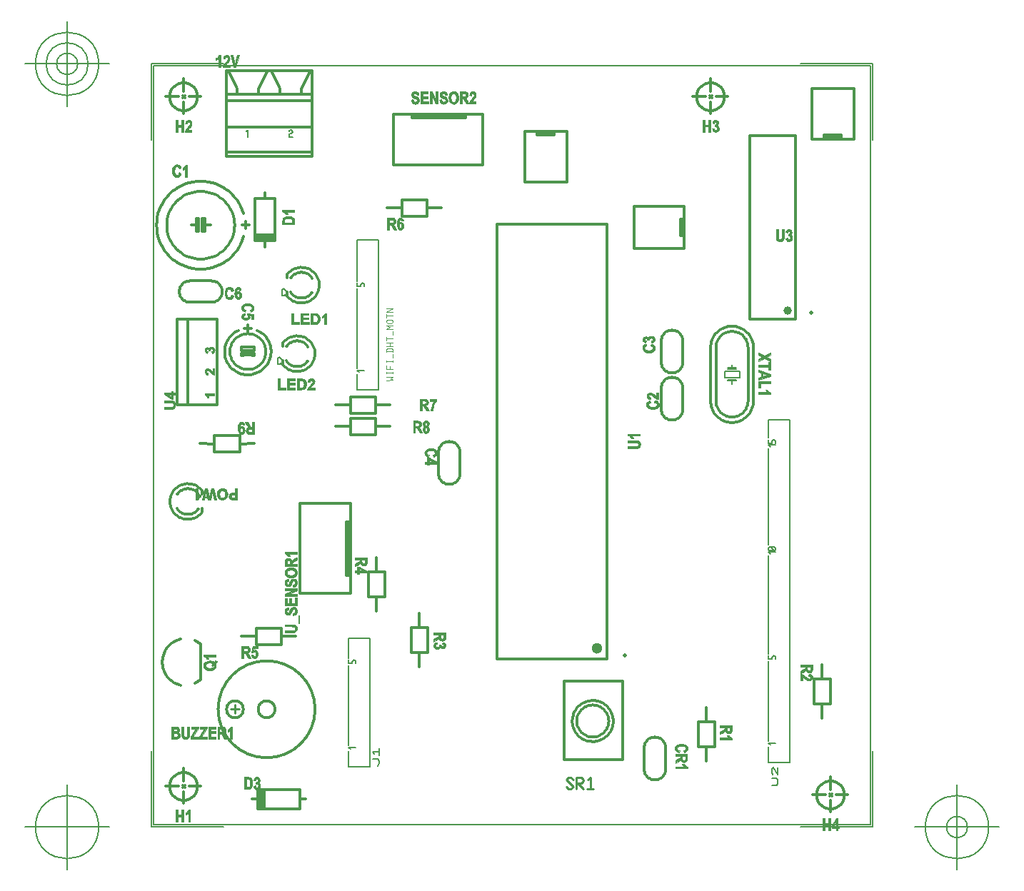
<source format=gbr>
G04 Generated by Ultiboard 14.3 *
%FSLAX33Y33*%
%MOMM*%

%ADD10C,0.001*%
%ADD11C,0.001*%
%ADD12C,0.203*%
%ADD13C,0.300*%
%ADD14C,0.254*%
%ADD15C,0.305*%
%ADD16C,0.320*%
%ADD17C,0.100*%
%ADD18C,0.118*%
%ADD19C,0.127*%
%ADD20C,0.200*%
%ADD21C,1.30000*%
%ADD22C,0.50000*%
%ADD23C,1.00000*%


G04 ColorRGB FFFF00 for the following layer *
%LNSilkscreen Top*%
%LPD*%
G54D10*
G54D11*
G36*
X80036Y800D02*
X80036Y800D01*
X80272Y-632D01*
X80272Y800D01*
X80036Y800D01*
D02*
G37*
X80272Y-632D01*
X80272Y800D01*
X80036Y800D01*
G36*
X80272Y-632D02*
X80272Y-632D01*
X80036Y800D01*
X80036Y236D01*
X80272Y-632D01*
D02*
G37*
X80036Y800D01*
X80036Y236D01*
X80272Y-632D01*
G36*
X80036Y236D02*
X80036Y236D01*
X80036Y-6D01*
X80272Y-632D01*
X80036Y236D01*
D02*
G37*
X80036Y-6D01*
X80272Y-632D01*
X80036Y236D01*
G36*
X80036Y-6D02*
X80036Y-6D01*
X80036Y236D01*
X79570Y236D01*
X80036Y-6D01*
D02*
G37*
X80036Y236D01*
X79570Y236D01*
X80036Y-6D01*
G36*
X79570Y236D02*
X79570Y236D01*
X79570Y-6D01*
X80036Y-6D01*
X79570Y236D01*
D02*
G37*
X79570Y-6D01*
X80036Y-6D01*
X79570Y236D01*
G36*
X79570Y-6D02*
X79570Y-6D01*
X79570Y800D01*
X79570Y-6D01*
D02*
G37*
X79570Y800D01*
X79570Y-6D01*
G36*
X79570Y800D02*
X79570Y800D01*
X79570Y-632D01*
X79570Y-6D01*
X79570Y800D01*
D02*
G37*
X79570Y-632D01*
X79570Y-6D01*
X79570Y800D01*
G36*
X79570Y-632D02*
X79570Y-632D01*
X79570Y800D01*
X79334Y800D01*
X79570Y-632D01*
D02*
G37*
X79570Y800D01*
X79334Y800D01*
X79570Y-632D01*
G36*
X79334Y800D02*
X79334Y800D01*
X79334Y-632D01*
X79570Y-632D01*
X79334Y800D01*
D02*
G37*
X79334Y-632D01*
X79570Y-632D01*
X79334Y800D01*
G36*
X80272Y-632D02*
X80272Y-632D01*
X80036Y-6D01*
X80036Y-632D01*
X80272Y-632D01*
D02*
G37*
X80036Y-6D01*
X80036Y-632D01*
X80272Y-632D01*
G36*
X80908Y-344D02*
X80908Y-344D01*
X80428Y-104D01*
X80428Y-344D01*
X80908Y-344D01*
D02*
G37*
X80428Y-104D01*
X80428Y-344D01*
X80908Y-344D01*
G36*
X80428Y-104D02*
X80428Y-104D01*
X80908Y-344D01*
X80639Y-103D01*
X80428Y-104D01*
D02*
G37*
X80908Y-344D01*
X80639Y-103D01*
X80428Y-104D01*
G36*
X80639Y-103D02*
X80639Y-103D01*
X80936Y805D01*
X80428Y-104D01*
X80639Y-103D01*
D02*
G37*
X80936Y805D01*
X80428Y-104D01*
X80639Y-103D01*
G36*
X80936Y805D02*
X80936Y805D01*
X80639Y-103D01*
X80908Y386D01*
X80936Y805D01*
D02*
G37*
X80639Y-103D01*
X80908Y386D01*
X80936Y805D01*
G36*
X80908Y386D02*
X80908Y386D01*
X81126Y-632D01*
X80936Y805D01*
X80908Y386D01*
D02*
G37*
X81126Y-632D01*
X80936Y805D01*
X80908Y386D01*
G36*
X81126Y-632D02*
X81126Y-632D01*
X80908Y386D01*
X80908Y-103D01*
X81126Y-632D01*
D02*
G37*
X80908Y386D01*
X80908Y-103D01*
X81126Y-632D01*
G36*
X80908Y-103D02*
X80908Y-103D01*
X80908Y-344D01*
X81126Y-632D01*
X80908Y-103D01*
D02*
G37*
X80908Y-344D01*
X81126Y-632D01*
X80908Y-103D01*
G36*
X80908Y-344D02*
X80908Y-344D01*
X80908Y-103D01*
X80639Y-103D01*
X80908Y-344D01*
D02*
G37*
X80908Y-103D01*
X80639Y-103D01*
X80908Y-344D01*
G36*
X81126Y-632D02*
X81126Y-632D01*
X81126Y805D01*
X80936Y805D01*
X81126Y-632D01*
D02*
G37*
X81126Y805D01*
X80936Y805D01*
X81126Y-632D01*
G36*
X81126Y805D02*
X81126Y805D01*
X81126Y-632D01*
X81126Y-344D01*
X81126Y805D01*
D02*
G37*
X81126Y-632D01*
X81126Y-344D01*
X81126Y805D01*
G36*
X81126Y-344D02*
X81126Y-344D01*
X81126Y805D01*
X81126Y-344D01*
D02*
G37*
X81126Y805D01*
X81126Y-344D01*
G36*
X81126Y-103D02*
X81126Y-103D01*
X81126Y-344D01*
X81271Y-344D01*
X81126Y-103D01*
D02*
G37*
X81126Y-344D01*
X81271Y-344D01*
X81126Y-103D01*
G36*
X81271Y-344D02*
X81271Y-344D01*
X81271Y-103D01*
X81126Y-103D01*
X81271Y-344D01*
D02*
G37*
X81271Y-103D01*
X81126Y-103D01*
X81271Y-344D01*
G36*
X81126Y-632D02*
X81126Y-632D01*
X80908Y-344D01*
X80908Y-632D01*
X81126Y-632D01*
D02*
G37*
X80908Y-344D01*
X80908Y-632D01*
X81126Y-632D01*
G36*
X63058Y9086D02*
X63058Y9086D01*
X63125Y9459D01*
X63051Y9148D01*
X63058Y9086D01*
D02*
G37*
X63125Y9459D01*
X63051Y9148D01*
X63058Y9086D01*
G36*
X63125Y9459D02*
X63125Y9459D01*
X63058Y9086D01*
X63170Y8743D01*
X63125Y9459D01*
D02*
G37*
X63058Y9086D01*
X63170Y8743D01*
X63125Y9459D01*
G36*
X63170Y8743D02*
X63170Y8743D01*
X63204Y9381D01*
X63125Y9459D01*
X63170Y8743D01*
D02*
G37*
X63204Y9381D01*
X63125Y9459D01*
X63170Y8743D01*
G36*
X63204Y9381D02*
X63204Y9381D01*
X63170Y8743D01*
X63229Y8813D01*
X63204Y9381D01*
D02*
G37*
X63170Y8743D01*
X63229Y8813D01*
X63204Y9381D01*
G36*
X63229Y8813D02*
X63229Y8813D01*
X63294Y9188D01*
X63204Y9381D01*
X63229Y8813D01*
D02*
G37*
X63294Y9188D01*
X63204Y9381D01*
X63229Y8813D01*
G36*
X63294Y9188D02*
X63294Y9188D01*
X63229Y8813D01*
X63297Y8979D01*
X63294Y9188D01*
D02*
G37*
X63229Y8813D01*
X63297Y8979D01*
X63294Y9188D01*
G36*
X63297Y8979D02*
X63297Y8979D01*
X63305Y9073D01*
X63294Y9188D01*
X63297Y8979D01*
D02*
G37*
X63305Y9073D01*
X63294Y9188D01*
X63297Y8979D01*
G36*
X63012Y9532D02*
X63012Y9532D01*
X62725Y9614D01*
X62879Y9334D01*
X63012Y9532D01*
D02*
G37*
X62725Y9614D01*
X62879Y9334D01*
X63012Y9532D01*
G36*
X63012Y9532D01*
X62879Y9334D01*
X62945Y9298D01*
X63012Y9532D01*
D02*
G37*
X62879Y9334D01*
X62945Y9298D01*
X63012Y9532D01*
G36*
X63012Y9532D01*
X62945Y9298D01*
X62994Y9254D01*
X63012Y9532D01*
D02*
G37*
X62945Y9298D01*
X62994Y9254D01*
X63012Y9532D01*
G36*
X63012Y9532D01*
X62994Y9254D01*
X63051Y9148D01*
X63012Y9532D01*
D02*
G37*
X62994Y9254D01*
X63051Y9148D01*
X63012Y9532D01*
G36*
X63012Y9532D01*
X63051Y9148D01*
X63125Y9459D01*
X63012Y9532D01*
D02*
G37*
X63051Y9148D01*
X63125Y9459D01*
X63012Y9532D01*
G36*
X62253Y9335D02*
X62253Y9335D01*
X62388Y9614D01*
X62186Y9300D01*
X62253Y9335D01*
D02*
G37*
X62388Y9614D01*
X62186Y9300D01*
X62253Y9335D01*
G36*
X62388Y9614D02*
X62388Y9614D01*
X62253Y9335D01*
X62445Y9376D01*
X62388Y9614D01*
D02*
G37*
X62253Y9335D01*
X62445Y9376D01*
X62388Y9614D01*
G36*
X62445Y9376D02*
X62445Y9376D01*
X62552Y9625D01*
X62388Y9614D01*
X62445Y9376D01*
D02*
G37*
X62552Y9625D01*
X62388Y9614D01*
X62445Y9376D01*
G36*
X62552Y9625D02*
X62552Y9625D01*
X62445Y9376D01*
X62571Y9381D01*
X62552Y9625D01*
D02*
G37*
X62445Y9376D01*
X62571Y9381D01*
X62552Y9625D01*
G36*
X62571Y9381D02*
X62571Y9381D01*
X62725Y9614D01*
X62552Y9625D01*
X62571Y9381D01*
D02*
G37*
X62725Y9614D01*
X62552Y9625D01*
X62571Y9381D01*
G36*
X62725Y9614D02*
X62725Y9614D01*
X62571Y9381D01*
X62692Y9375D01*
X62725Y9614D01*
D02*
G37*
X62571Y9381D01*
X62692Y9375D01*
X62725Y9614D01*
G36*
X62692Y9375D02*
X62692Y9375D01*
X62879Y9334D01*
X62725Y9614D01*
X62692Y9375D01*
D02*
G37*
X62879Y9334D01*
X62725Y9614D01*
X62692Y9375D01*
G36*
X62079Y9153D02*
X62079Y9153D01*
X62112Y9532D01*
X62072Y9092D01*
X62079Y9153D01*
D02*
G37*
X62112Y9532D01*
X62072Y9092D01*
X62079Y9153D01*
G36*
X62112Y9532D02*
X62112Y9532D01*
X62079Y9153D01*
X62136Y9257D01*
X62112Y9532D01*
D02*
G37*
X62079Y9153D01*
X62136Y9257D01*
X62112Y9532D01*
G36*
X62136Y9257D02*
X62136Y9257D01*
X62388Y9614D01*
X62112Y9532D01*
X62136Y9257D01*
D02*
G37*
X62388Y9614D01*
X62112Y9532D01*
X62136Y9257D01*
G36*
X62388Y9614D02*
X62388Y9614D01*
X62136Y9257D01*
X62186Y9300D01*
X62388Y9614D01*
D02*
G37*
X62136Y9257D01*
X62186Y9300D01*
X62388Y9614D01*
G36*
X62144Y8930D02*
X62144Y8930D01*
X62174Y8634D01*
X62239Y8872D01*
X62144Y8930D01*
D02*
G37*
X62174Y8634D01*
X62239Y8872D01*
X62144Y8930D01*
G36*
X62174Y8634D02*
X62174Y8634D01*
X62144Y8930D01*
X62090Y9005D01*
X62174Y8634D01*
D02*
G37*
X62144Y8930D01*
X62090Y9005D01*
X62174Y8634D01*
G36*
X62090Y9005D02*
X62090Y9005D01*
X61999Y8723D01*
X62174Y8634D01*
X62090Y9005D01*
D02*
G37*
X61999Y8723D01*
X62174Y8634D01*
X62090Y9005D01*
G36*
X61999Y8723D02*
X61999Y8723D01*
X62090Y9005D01*
X62072Y9092D01*
X61999Y8723D01*
D02*
G37*
X62090Y9005D01*
X62072Y9092D01*
X61999Y8723D01*
G36*
X62072Y9092D02*
X62072Y9092D01*
X62001Y9461D01*
X61999Y8723D01*
X62072Y9092D01*
D02*
G37*
X62001Y9461D01*
X61999Y8723D01*
X62072Y9092D01*
G36*
X62001Y9461D02*
X62001Y9461D01*
X62072Y9092D01*
X62112Y9532D01*
X62001Y9461D01*
D02*
G37*
X62072Y9092D01*
X62112Y9532D01*
X62001Y9461D01*
G36*
X63051Y8661D02*
X63051Y8661D01*
X63170Y8743D01*
X63058Y9086D01*
X63051Y8661D01*
D02*
G37*
X63170Y8743D01*
X63058Y9086D01*
X63051Y8661D01*
G36*
X63051Y8661D01*
X63058Y9086D01*
X63042Y9001D01*
X63051Y8661D01*
D02*
G37*
X63058Y9086D01*
X63042Y9001D01*
X63051Y8661D01*
G36*
X63051Y8661D01*
X63042Y9001D01*
X62996Y8928D01*
X63051Y8661D01*
D02*
G37*
X63042Y9001D01*
X62996Y8928D01*
X63051Y8661D01*
G36*
X63051Y8661D01*
X62996Y8928D01*
X62920Y8872D01*
X63051Y8661D01*
D02*
G37*
X62996Y8928D01*
X62920Y8872D01*
X63051Y8661D01*
G36*
X63051Y8661D01*
X62920Y8872D01*
X62886Y8604D01*
X63051Y8661D01*
D02*
G37*
X62920Y8872D01*
X62886Y8604D01*
X63051Y8661D01*
G36*
X62239Y8872D02*
X62239Y8872D01*
X62174Y8634D01*
X62286Y8602D01*
X62239Y8872D01*
D02*
G37*
X62174Y8634D01*
X62286Y8602D01*
X62239Y8872D01*
G36*
X62239Y8872D01*
X62286Y8602D01*
X62375Y8832D01*
X62239Y8872D01*
D02*
G37*
X62286Y8602D01*
X62375Y8832D01*
X62239Y8872D01*
G36*
X61832Y9001D02*
X61832Y9001D01*
X61836Y9198D01*
X61825Y9089D01*
X61832Y9001D01*
D02*
G37*
X61836Y9198D01*
X61825Y9089D01*
X61832Y9001D01*
G36*
X61836Y9198D02*
X61836Y9198D01*
X61832Y9001D01*
X61887Y8847D01*
X61836Y9198D01*
D02*
G37*
X61832Y9001D01*
X61887Y8847D01*
X61836Y9198D01*
G36*
X61887Y8847D02*
X61887Y8847D01*
X61924Y9384D01*
X61836Y9198D01*
X61887Y8847D01*
D02*
G37*
X61924Y9384D01*
X61836Y9198D01*
X61887Y8847D01*
G36*
X61924Y9384D02*
X61924Y9384D01*
X61887Y8847D01*
X61935Y8781D01*
X61924Y9384D01*
D02*
G37*
X61887Y8847D01*
X61935Y8781D01*
X61924Y9384D01*
G36*
X61935Y8781D02*
X61935Y8781D01*
X62001Y9461D01*
X61924Y9384D01*
X61935Y8781D01*
D02*
G37*
X62001Y9461D01*
X61924Y9384D01*
X61935Y8781D01*
G36*
X62001Y9461D02*
X62001Y9461D01*
X61935Y8781D01*
X61999Y8723D01*
X62001Y9461D01*
D02*
G37*
X61935Y8781D01*
X61999Y8723D01*
X62001Y9461D01*
G36*
X62886Y8604D02*
X62886Y8604D01*
X62920Y8872D01*
X62818Y8839D01*
X62886Y8604D01*
D02*
G37*
X62920Y8872D01*
X62818Y8839D01*
X62886Y8604D01*
G36*
X63281Y8399D02*
X63281Y8399D01*
X61849Y8399D01*
X62447Y8163D01*
X63281Y8399D01*
D02*
G37*
X61849Y8399D01*
X62447Y8163D01*
X63281Y8399D01*
G36*
X63281Y8399D01*
X62447Y8163D01*
X62675Y8163D01*
X63281Y8399D01*
D02*
G37*
X62447Y8163D01*
X62675Y8163D01*
X63281Y8399D01*
G36*
X63281Y8399D01*
X62675Y8163D01*
X63038Y8163D01*
X63281Y8399D01*
D02*
G37*
X62675Y8163D01*
X63038Y8163D01*
X63281Y8399D01*
G36*
X63281Y8399D01*
X63038Y8163D01*
X63108Y7492D01*
X63281Y8399D01*
D02*
G37*
X63038Y8163D01*
X63108Y7492D01*
X63281Y8399D01*
G36*
X63281Y8399D01*
X63108Y7492D01*
X63189Y7552D01*
X63281Y8399D01*
D02*
G37*
X63108Y7492D01*
X63189Y7552D01*
X63281Y8399D01*
G36*
X63281Y8399D01*
X63189Y7552D01*
X63242Y7627D01*
X63281Y8399D01*
D02*
G37*
X63189Y7552D01*
X63242Y7627D01*
X63281Y8399D01*
G36*
X63281Y8399D01*
X63242Y7627D01*
X63271Y7736D01*
X63281Y8399D01*
D02*
G37*
X63242Y7627D01*
X63271Y7736D01*
X63281Y8399D01*
G36*
X63281Y8399D01*
X63271Y7736D01*
X63281Y7900D01*
X63281Y8399D01*
D02*
G37*
X63271Y7736D01*
X63281Y7900D01*
X63281Y8399D01*
G36*
X62689Y7782D02*
X62689Y7782D01*
X62729Y7459D01*
X62711Y7742D01*
X62689Y7782D01*
D02*
G37*
X62729Y7459D01*
X62711Y7742D01*
X62689Y7782D01*
G36*
X62729Y7459D02*
X62729Y7459D01*
X62689Y7782D01*
X62679Y7855D01*
X62729Y7459D01*
D02*
G37*
X62689Y7782D01*
X62679Y7855D01*
X62729Y7459D01*
G36*
X62679Y7855D02*
X62679Y7855D01*
X62610Y7520D01*
X62729Y7459D01*
X62679Y7855D01*
D02*
G37*
X62610Y7520D01*
X62729Y7459D01*
X62679Y7855D01*
G36*
X62610Y7520D02*
X62610Y7520D01*
X62679Y7855D01*
X62675Y7987D01*
X62610Y7520D01*
D02*
G37*
X62679Y7855D01*
X62675Y7987D01*
X62610Y7520D01*
G36*
X62675Y7987D02*
X62675Y7987D01*
X62675Y8163D01*
X62610Y7520D01*
X62675Y7987D01*
D02*
G37*
X62675Y8163D01*
X62610Y7520D01*
X62675Y7987D01*
G36*
X62675Y8163D02*
X62675Y8163D01*
X62447Y8163D01*
X62481Y7749D01*
X62675Y8163D01*
D02*
G37*
X62447Y8163D01*
X62481Y7749D01*
X62675Y8163D01*
G36*
X62675Y8163D01*
X62481Y7749D01*
X62526Y7617D01*
X62675Y8163D01*
D02*
G37*
X62481Y7749D01*
X62526Y7617D01*
X62675Y8163D01*
G36*
X62675Y8163D01*
X62526Y7617D01*
X62610Y7520D01*
X62675Y8163D01*
D02*
G37*
X62526Y7617D01*
X62610Y7520D01*
X62675Y8163D01*
G36*
X63108Y7492D02*
X63108Y7492D01*
X63038Y8163D01*
X63038Y7977D01*
X63108Y7492D01*
D02*
G37*
X63038Y8163D01*
X63038Y7977D01*
X63108Y7492D01*
G36*
X63108Y7492D01*
X63038Y7977D01*
X63036Y7850D01*
X63108Y7492D01*
D02*
G37*
X63038Y7977D01*
X63036Y7850D01*
X63108Y7492D01*
G36*
X63108Y7492D01*
X63036Y7850D01*
X63028Y7785D01*
X63108Y7492D01*
D02*
G37*
X63036Y7850D01*
X63028Y7785D01*
X63108Y7492D01*
G36*
X63108Y7492D01*
X63028Y7785D01*
X63006Y7743D01*
X63108Y7492D01*
D02*
G37*
X63028Y7785D01*
X63006Y7743D01*
X63108Y7492D01*
G36*
X63108Y7492D01*
X63006Y7743D01*
X63004Y7452D01*
X63108Y7492D01*
D02*
G37*
X63006Y7743D01*
X63004Y7452D01*
X63108Y7492D01*
G36*
X62971Y7711D02*
X62971Y7711D01*
X63004Y7452D01*
X63006Y7743D01*
X62971Y7711D01*
D02*
G37*
X63004Y7452D01*
X63006Y7743D01*
X62971Y7711D01*
G36*
X63004Y7452D02*
X63004Y7452D01*
X62971Y7711D01*
X62922Y7690D01*
X63004Y7452D01*
D02*
G37*
X62971Y7711D01*
X62922Y7690D01*
X63004Y7452D01*
G36*
X62922Y7690D02*
X62922Y7690D01*
X62880Y7439D01*
X63004Y7452D01*
X62922Y7690D01*
D02*
G37*
X62880Y7439D01*
X63004Y7452D01*
X62922Y7690D01*
G36*
X62880Y7439D02*
X62880Y7439D01*
X62922Y7690D01*
X62861Y7683D01*
X62880Y7439D01*
D02*
G37*
X62922Y7690D01*
X62861Y7683D01*
X62880Y7439D01*
G36*
X62861Y7683D02*
X62861Y7683D01*
X62796Y7690D01*
X62880Y7439D01*
X62861Y7683D01*
D02*
G37*
X62796Y7690D01*
X62880Y7439D01*
X62861Y7683D01*
G36*
X62746Y7711D02*
X62746Y7711D01*
X62711Y7742D01*
X62729Y7459D01*
X62746Y7711D01*
D02*
G37*
X62711Y7742D01*
X62729Y7459D01*
X62746Y7711D01*
G36*
X62746Y7711D01*
X62729Y7459D01*
X62880Y7439D01*
X62746Y7711D01*
D02*
G37*
X62729Y7459D01*
X62880Y7439D01*
X62746Y7711D01*
G36*
X62746Y7711D01*
X62880Y7439D01*
X62796Y7690D01*
X62746Y7711D01*
D02*
G37*
X62880Y7439D01*
X62796Y7690D01*
X62746Y7711D01*
G36*
X62481Y7749D02*
X62481Y7749D01*
X62447Y8163D01*
X62447Y8114D01*
X62481Y7749D01*
D02*
G37*
X62447Y8163D01*
X62447Y8114D01*
X62481Y7749D01*
G36*
X62481Y7749D01*
X62447Y8114D01*
X62443Y8043D01*
X62481Y7749D01*
D02*
G37*
X62447Y8114D01*
X62443Y8043D01*
X62481Y7749D01*
G36*
X62481Y7749D01*
X62443Y8043D01*
X62431Y7995D01*
X62481Y7749D01*
D02*
G37*
X62443Y8043D01*
X62431Y7995D01*
X62481Y7749D01*
G36*
X62481Y7749D01*
X62431Y7995D01*
X62424Y7679D01*
X62481Y7749D01*
D02*
G37*
X62431Y7995D01*
X62424Y7679D01*
X62481Y7749D01*
G36*
X62408Y7959D02*
X62408Y7959D01*
X62424Y7679D01*
X62431Y7995D01*
X62408Y7959D01*
D02*
G37*
X62424Y7679D01*
X62431Y7995D01*
X62408Y7959D01*
G36*
X62424Y7679D02*
X62424Y7679D01*
X62408Y7959D01*
X62372Y7924D01*
X62424Y7679D01*
D02*
G37*
X62408Y7959D01*
X62372Y7924D01*
X62424Y7679D01*
G36*
X62372Y7924D02*
X62372Y7924D01*
X62361Y7623D01*
X62424Y7679D01*
X62372Y7924D01*
D02*
G37*
X62361Y7623D01*
X62424Y7679D01*
X62372Y7924D01*
G36*
X62361Y7623D02*
X62361Y7623D01*
X62372Y7924D01*
X62298Y7876D01*
X62361Y7623D01*
D02*
G37*
X62372Y7924D01*
X62298Y7876D01*
X62361Y7623D01*
G36*
X62298Y7876D02*
X62298Y7876D01*
X62270Y7564D01*
X62361Y7623D01*
X62298Y7876D01*
D02*
G37*
X62270Y7564D01*
X62361Y7623D01*
X62298Y7876D01*
G36*
X62270Y7564D02*
X62270Y7564D01*
X62298Y7876D01*
X62161Y7799D01*
X62270Y7564D01*
D02*
G37*
X62298Y7876D01*
X62161Y7799D01*
X62270Y7564D01*
G36*
X62161Y7799D02*
X62161Y7799D01*
X62128Y7487D01*
X62270Y7564D01*
X62161Y7799D01*
D02*
G37*
X62128Y7487D01*
X62270Y7564D01*
X62161Y7799D01*
G36*
X62128Y7487D02*
X62128Y7487D01*
X62161Y7799D01*
X61849Y7627D01*
X62128Y7487D01*
D02*
G37*
X62161Y7799D01*
X61849Y7627D01*
X62128Y7487D01*
G36*
X61849Y7627D02*
X61849Y7627D01*
X61849Y7344D01*
X62128Y7487D01*
X61849Y7627D01*
D02*
G37*
X61849Y7344D01*
X62128Y7487D01*
X61849Y7627D01*
G36*
X62447Y8163D02*
X62447Y8163D01*
X61849Y8399D01*
X61849Y8163D01*
X62447Y8163D01*
D02*
G37*
X61849Y8399D01*
X61849Y8163D01*
X62447Y8163D01*
G36*
X62760Y7050D02*
X62760Y7050D01*
X62924Y7206D01*
X62675Y7206D01*
X62760Y7050D01*
D02*
G37*
X62924Y7206D01*
X62675Y7206D01*
X62760Y7050D01*
G36*
X62924Y7206D02*
X62924Y7206D01*
X62760Y7050D01*
X62883Y6915D01*
X62924Y7206D01*
D02*
G37*
X62760Y7050D01*
X62883Y6915D01*
X62924Y7206D01*
G36*
X62883Y6915D02*
X62883Y6915D01*
X62977Y7110D01*
X62924Y7206D01*
X62883Y6915D01*
D02*
G37*
X62977Y7110D01*
X62924Y7206D01*
X62883Y6915D01*
G36*
X62977Y7110D02*
X62977Y7110D01*
X62883Y6915D01*
X63286Y6690D01*
X62977Y7110D01*
D02*
G37*
X62883Y6915D01*
X63286Y6690D01*
X62977Y7110D01*
G36*
X63286Y6690D02*
X63286Y6690D01*
X63060Y7011D01*
X62977Y7110D01*
X63286Y6690D01*
D02*
G37*
X63060Y7011D01*
X62977Y7110D01*
X63286Y6690D01*
G36*
X63060Y7011D02*
X63060Y7011D01*
X63286Y6690D01*
X63165Y6926D01*
X63060Y7011D01*
D02*
G37*
X63286Y6690D01*
X63165Y6926D01*
X63060Y7011D01*
G36*
X61849Y6915D02*
X61849Y6915D01*
X61849Y6690D01*
X63286Y6690D01*
X61849Y6915D01*
D02*
G37*
X61849Y6690D01*
X63286Y6690D01*
X61849Y6915D01*
G36*
X61849Y6915D01*
X63286Y6690D01*
X62883Y6915D01*
X61849Y6915D01*
D02*
G37*
X63286Y6690D01*
X62883Y6915D01*
X61849Y6915D01*
G36*
X63165Y6926D02*
X63165Y6926D01*
X63286Y6690D01*
X63286Y6872D01*
X63165Y6926D01*
D02*
G37*
X63286Y6690D01*
X63286Y6872D01*
X63165Y6926D01*
G36*
X68565Y11818D02*
X68565Y11818D01*
X67133Y11818D01*
X67731Y11582D01*
X68565Y11818D01*
D02*
G37*
X67133Y11818D01*
X67731Y11582D01*
X68565Y11818D01*
G36*
X68565Y11818D01*
X67731Y11582D01*
X67959Y11582D01*
X68565Y11818D01*
D02*
G37*
X67731Y11582D01*
X67959Y11582D01*
X68565Y11818D01*
G36*
X68565Y11818D01*
X67959Y11582D01*
X68323Y11582D01*
X68565Y11818D01*
D02*
G37*
X67959Y11582D01*
X68323Y11582D01*
X68565Y11818D01*
G36*
X68565Y11818D01*
X68323Y11582D01*
X68392Y10911D01*
X68565Y11818D01*
D02*
G37*
X68323Y11582D01*
X68392Y10911D01*
X68565Y11818D01*
G36*
X68565Y11818D01*
X68392Y10911D01*
X68474Y10971D01*
X68565Y11818D01*
D02*
G37*
X68392Y10911D01*
X68474Y10971D01*
X68565Y11818D01*
G36*
X68565Y11818D01*
X68474Y10971D01*
X68526Y11045D01*
X68565Y11818D01*
D02*
G37*
X68474Y10971D01*
X68526Y11045D01*
X68565Y11818D01*
G36*
X68565Y11818D01*
X68526Y11045D01*
X68555Y11155D01*
X68565Y11818D01*
D02*
G37*
X68526Y11045D01*
X68555Y11155D01*
X68565Y11818D01*
G36*
X68565Y11818D01*
X68555Y11155D01*
X68565Y11319D01*
X68565Y11818D01*
D02*
G37*
X68555Y11155D01*
X68565Y11319D01*
X68565Y11818D01*
G36*
X67974Y11201D02*
X67974Y11201D01*
X68013Y10878D01*
X67995Y11161D01*
X67974Y11201D01*
D02*
G37*
X68013Y10878D01*
X67995Y11161D01*
X67974Y11201D01*
G36*
X68013Y10878D02*
X68013Y10878D01*
X67974Y11201D01*
X67963Y11274D01*
X68013Y10878D01*
D02*
G37*
X67974Y11201D01*
X67963Y11274D01*
X68013Y10878D01*
G36*
X67963Y11274D02*
X67963Y11274D01*
X67894Y10938D01*
X68013Y10878D01*
X67963Y11274D01*
D02*
G37*
X67894Y10938D01*
X68013Y10878D01*
X67963Y11274D01*
G36*
X67894Y10938D02*
X67894Y10938D01*
X67963Y11274D01*
X67959Y11406D01*
X67894Y10938D01*
D02*
G37*
X67963Y11274D01*
X67959Y11406D01*
X67894Y10938D01*
G36*
X67959Y11406D02*
X67959Y11406D01*
X67959Y11582D01*
X67894Y10938D01*
X67959Y11406D01*
D02*
G37*
X67959Y11582D01*
X67894Y10938D01*
X67959Y11406D01*
G36*
X67959Y11582D02*
X67959Y11582D01*
X67731Y11582D01*
X67765Y11167D01*
X67959Y11582D01*
D02*
G37*
X67731Y11582D01*
X67765Y11167D01*
X67959Y11582D01*
G36*
X67959Y11582D01*
X67765Y11167D01*
X67810Y11036D01*
X67959Y11582D01*
D02*
G37*
X67765Y11167D01*
X67810Y11036D01*
X67959Y11582D01*
G36*
X67959Y11582D01*
X67810Y11036D01*
X67894Y10938D01*
X67959Y11582D01*
D02*
G37*
X67810Y11036D01*
X67894Y10938D01*
X67959Y11582D01*
G36*
X68392Y10911D02*
X68392Y10911D01*
X68323Y11582D01*
X68323Y11396D01*
X68392Y10911D01*
D02*
G37*
X68323Y11582D01*
X68323Y11396D01*
X68392Y10911D01*
G36*
X68392Y10911D01*
X68323Y11396D01*
X68320Y11268D01*
X68392Y10911D01*
D02*
G37*
X68323Y11396D01*
X68320Y11268D01*
X68392Y10911D01*
G36*
X68392Y10911D01*
X68320Y11268D01*
X68312Y11204D01*
X68392Y10911D01*
D02*
G37*
X68320Y11268D01*
X68312Y11204D01*
X68392Y10911D01*
G36*
X68392Y10911D01*
X68312Y11204D01*
X68290Y11162D01*
X68392Y10911D01*
D02*
G37*
X68312Y11204D01*
X68290Y11162D01*
X68392Y10911D01*
G36*
X68392Y10911D01*
X68290Y11162D01*
X68288Y10871D01*
X68392Y10911D01*
D02*
G37*
X68290Y11162D01*
X68288Y10871D01*
X68392Y10911D01*
G36*
X68255Y11129D02*
X68255Y11129D01*
X68288Y10871D01*
X68290Y11162D01*
X68255Y11129D01*
D02*
G37*
X68288Y10871D01*
X68290Y11162D01*
X68255Y11129D01*
G36*
X68288Y10871D02*
X68288Y10871D01*
X68255Y11129D01*
X68207Y11109D01*
X68288Y10871D01*
D02*
G37*
X68255Y11129D01*
X68207Y11109D01*
X68288Y10871D01*
G36*
X68207Y11109D02*
X68207Y11109D01*
X68164Y10858D01*
X68288Y10871D01*
X68207Y11109D01*
D02*
G37*
X68164Y10858D01*
X68288Y10871D01*
X68207Y11109D01*
G36*
X68164Y10858D02*
X68164Y10858D01*
X68207Y11109D01*
X68145Y11102D01*
X68164Y10858D01*
D02*
G37*
X68207Y11109D01*
X68145Y11102D01*
X68164Y10858D01*
G36*
X68145Y11102D02*
X68145Y11102D01*
X68081Y11109D01*
X68164Y10858D01*
X68145Y11102D01*
D02*
G37*
X68081Y11109D01*
X68164Y10858D01*
X68145Y11102D01*
G36*
X68031Y11129D02*
X68031Y11129D01*
X67995Y11161D01*
X68013Y10878D01*
X68031Y11129D01*
D02*
G37*
X67995Y11161D01*
X68013Y10878D01*
X68031Y11129D01*
G36*
X68031Y11129D01*
X68013Y10878D01*
X68164Y10858D01*
X68031Y11129D01*
D02*
G37*
X68013Y10878D01*
X68164Y10858D01*
X68031Y11129D01*
G36*
X68031Y11129D01*
X68164Y10858D01*
X68081Y11109D01*
X68031Y11129D01*
D02*
G37*
X68164Y10858D01*
X68081Y11109D01*
X68031Y11129D01*
G36*
X67765Y11167D02*
X67765Y11167D01*
X67731Y11582D01*
X67731Y11533D01*
X67765Y11167D01*
D02*
G37*
X67731Y11582D01*
X67731Y11533D01*
X67765Y11167D01*
G36*
X67765Y11167D01*
X67731Y11533D01*
X67727Y11462D01*
X67765Y11167D01*
D02*
G37*
X67731Y11533D01*
X67727Y11462D01*
X67765Y11167D01*
G36*
X67765Y11167D01*
X67727Y11462D01*
X67715Y11414D01*
X67765Y11167D01*
D02*
G37*
X67727Y11462D01*
X67715Y11414D01*
X67765Y11167D01*
G36*
X67765Y11167D01*
X67715Y11414D01*
X67708Y11098D01*
X67765Y11167D01*
D02*
G37*
X67715Y11414D01*
X67708Y11098D01*
X67765Y11167D01*
G36*
X67692Y11377D02*
X67692Y11377D01*
X67708Y11098D01*
X67715Y11414D01*
X67692Y11377D01*
D02*
G37*
X67708Y11098D01*
X67715Y11414D01*
X67692Y11377D01*
G36*
X67708Y11098D02*
X67708Y11098D01*
X67692Y11377D01*
X67656Y11343D01*
X67708Y11098D01*
D02*
G37*
X67692Y11377D01*
X67656Y11343D01*
X67708Y11098D01*
G36*
X67656Y11343D02*
X67656Y11343D01*
X67645Y11042D01*
X67708Y11098D01*
X67656Y11343D01*
D02*
G37*
X67645Y11042D01*
X67708Y11098D01*
X67656Y11343D01*
G36*
X67645Y11042D02*
X67645Y11042D01*
X67656Y11343D01*
X67582Y11295D01*
X67645Y11042D01*
D02*
G37*
X67656Y11343D01*
X67582Y11295D01*
X67645Y11042D01*
G36*
X67582Y11295D02*
X67582Y11295D01*
X67555Y10983D01*
X67645Y11042D01*
X67582Y11295D01*
D02*
G37*
X67555Y10983D01*
X67645Y11042D01*
X67582Y11295D01*
G36*
X67555Y10983D02*
X67555Y10983D01*
X67582Y11295D01*
X67445Y11217D01*
X67555Y10983D01*
D02*
G37*
X67582Y11295D01*
X67445Y11217D01*
X67555Y10983D01*
G36*
X67445Y11217D02*
X67445Y11217D01*
X67412Y10906D01*
X67555Y10983D01*
X67445Y11217D01*
D02*
G37*
X67412Y10906D01*
X67555Y10983D01*
X67445Y11217D01*
G36*
X67412Y10906D02*
X67412Y10906D01*
X67445Y11217D01*
X67133Y11046D01*
X67412Y10906D01*
D02*
G37*
X67445Y11217D01*
X67133Y11046D01*
X67412Y10906D01*
G36*
X67133Y11046D02*
X67133Y11046D01*
X67133Y10763D01*
X67412Y10906D01*
X67133Y11046D01*
D02*
G37*
X67133Y10763D01*
X67412Y10906D01*
X67133Y11046D01*
G36*
X67731Y11582D02*
X67731Y11582D01*
X67133Y11818D01*
X67133Y11582D01*
X67731Y11582D01*
D02*
G37*
X67133Y11818D01*
X67133Y11582D01*
X67731Y11582D01*
G36*
X68045Y10469D02*
X68045Y10469D01*
X68208Y10625D01*
X67959Y10625D01*
X68045Y10469D01*
D02*
G37*
X68208Y10625D01*
X67959Y10625D01*
X68045Y10469D01*
G36*
X68208Y10625D02*
X68208Y10625D01*
X68045Y10469D01*
X68167Y10334D01*
X68208Y10625D01*
D02*
G37*
X68045Y10469D01*
X68167Y10334D01*
X68208Y10625D01*
G36*
X68167Y10334D02*
X68167Y10334D01*
X68261Y10529D01*
X68208Y10625D01*
X68167Y10334D01*
D02*
G37*
X68261Y10529D01*
X68208Y10625D01*
X68167Y10334D01*
G36*
X68261Y10529D02*
X68261Y10529D01*
X68167Y10334D01*
X68570Y10109D01*
X68261Y10529D01*
D02*
G37*
X68167Y10334D01*
X68570Y10109D01*
X68261Y10529D01*
G36*
X68570Y10109D02*
X68570Y10109D01*
X68344Y10430D01*
X68261Y10529D01*
X68570Y10109D01*
D02*
G37*
X68344Y10430D01*
X68261Y10529D01*
X68570Y10109D01*
G36*
X68344Y10430D02*
X68344Y10430D01*
X68570Y10109D01*
X68450Y10345D01*
X68344Y10430D01*
D02*
G37*
X68570Y10109D01*
X68450Y10345D01*
X68344Y10430D01*
G36*
X67133Y10334D02*
X67133Y10334D01*
X67133Y10109D01*
X68570Y10109D01*
X67133Y10334D01*
D02*
G37*
X67133Y10109D01*
X68570Y10109D01*
X67133Y10334D01*
G36*
X67133Y10334D01*
X68570Y10109D01*
X68167Y10334D01*
X67133Y10334D01*
D02*
G37*
X68570Y10109D01*
X68167Y10334D01*
X67133Y10334D01*
G36*
X68450Y10345D02*
X68450Y10345D01*
X68570Y10109D01*
X68570Y10291D01*
X68450Y10345D01*
D02*
G37*
X68570Y10109D01*
X68570Y10291D01*
X68450Y10345D01*
G36*
X2861Y10660D02*
X2861Y10660D01*
X2863Y11627D01*
X2854Y10724D01*
X2861Y10660D01*
D02*
G37*
X2863Y11627D01*
X2854Y10724D01*
X2861Y10660D01*
G36*
X2863Y11627D02*
X2863Y11627D01*
X2861Y10660D01*
X2883Y10992D01*
X2863Y11627D01*
D02*
G37*
X2861Y10660D01*
X2883Y10992D01*
X2863Y11627D01*
G36*
X2883Y10992D02*
X2883Y10992D01*
X2935Y11579D01*
X2863Y11627D01*
X2883Y10992D01*
D02*
G37*
X2935Y11579D01*
X2863Y11627D01*
X2883Y10992D01*
G36*
X2935Y11579D02*
X2935Y11579D01*
X2883Y10992D01*
X2950Y11043D01*
X2935Y11579D01*
D02*
G37*
X2883Y10992D01*
X2950Y11043D01*
X2935Y11579D01*
G36*
X2950Y11043D02*
X2950Y11043D01*
X2995Y11503D01*
X2935Y11579D01*
X2950Y11043D01*
D02*
G37*
X2995Y11503D01*
X2935Y11579D01*
X2950Y11043D01*
G36*
X2995Y11503D02*
X2995Y11503D01*
X2950Y11043D01*
X3003Y11115D01*
X2995Y11503D01*
D02*
G37*
X2950Y11043D01*
X3003Y11115D01*
X2995Y11503D01*
G36*
X3003Y11115D02*
X3003Y11115D01*
X3035Y11409D01*
X2995Y11503D01*
X3003Y11115D01*
D02*
G37*
X3035Y11409D01*
X2995Y11503D01*
X3003Y11115D01*
G36*
X3035Y11409D02*
X3035Y11409D01*
X3003Y11115D01*
X3037Y11204D01*
X3035Y11409D01*
D02*
G37*
X3003Y11115D01*
X3037Y11204D01*
X3035Y11409D01*
G36*
X3037Y11204D02*
X3037Y11204D01*
X3049Y11302D01*
X3035Y11409D01*
X3037Y11204D01*
D02*
G37*
X3049Y11302D01*
X3035Y11409D01*
X3037Y11204D01*
G36*
X3091Y10765D02*
X3091Y10765D01*
X3086Y10502D01*
X3105Y10646D01*
X3091Y10765D01*
D02*
G37*
X3086Y10502D01*
X3105Y10646D01*
X3091Y10765D01*
G36*
X3086Y10502D02*
X3086Y10502D01*
X3091Y10765D01*
X3046Y10865D01*
X3086Y10502D01*
D02*
G37*
X3091Y10765D01*
X3046Y10865D01*
X3086Y10502D01*
G36*
X3046Y10865D02*
X3046Y10865D01*
X3030Y10382D01*
X3086Y10502D01*
X3046Y10865D01*
D02*
G37*
X3030Y10382D01*
X3086Y10502D01*
X3046Y10865D01*
G36*
X3030Y10382D02*
X3030Y10382D01*
X3046Y10865D01*
X2976Y10941D01*
X3030Y10382D01*
D02*
G37*
X3046Y10865D01*
X2976Y10941D01*
X3030Y10382D01*
G36*
X2976Y10941D02*
X2976Y10941D01*
X2948Y10295D01*
X3030Y10382D01*
X2976Y10941D01*
D02*
G37*
X2948Y10295D01*
X3030Y10382D01*
X2976Y10941D01*
G36*
X2948Y10295D02*
X2948Y10295D01*
X2976Y10941D01*
X2883Y10992D01*
X2948Y10295D01*
D02*
G37*
X2976Y10941D01*
X2883Y10992D01*
X2948Y10295D01*
G36*
X2883Y10992D02*
X2883Y10992D01*
X2861Y10660D01*
X2948Y10295D01*
X2883Y10992D01*
D02*
G37*
X2861Y10660D01*
X2948Y10295D01*
X2883Y10992D01*
G36*
X2854Y10598D02*
X2854Y10598D01*
X2833Y10548D01*
X2852Y10249D01*
X2854Y10598D01*
D02*
G37*
X2833Y10548D01*
X2852Y10249D01*
X2854Y10598D01*
G36*
X2854Y10598D01*
X2852Y10249D01*
X2948Y10295D01*
X2854Y10598D01*
D02*
G37*
X2852Y10249D01*
X2948Y10295D01*
X2854Y10598D01*
G36*
X2854Y10598D01*
X2948Y10295D01*
X2861Y10660D01*
X2854Y10598D01*
D02*
G37*
X2948Y10295D01*
X2861Y10660D01*
X2854Y10598D01*
G36*
X2802Y10511D02*
X2802Y10511D01*
X2852Y10249D01*
X2833Y10548D01*
X2802Y10511D01*
D02*
G37*
X2852Y10249D01*
X2833Y10548D01*
X2802Y10511D01*
G36*
X2852Y10249D02*
X2852Y10249D01*
X2802Y10511D01*
X2764Y10488D01*
X2852Y10249D01*
D02*
G37*
X2802Y10511D01*
X2764Y10488D01*
X2852Y10249D01*
G36*
X2764Y10488D02*
X2764Y10488D01*
X2734Y10235D01*
X2852Y10249D01*
X2764Y10488D01*
D02*
G37*
X2734Y10235D01*
X2852Y10249D01*
X2764Y10488D01*
G36*
X2734Y10235D02*
X2734Y10235D01*
X2764Y10488D01*
X2697Y10477D01*
X2734Y10235D01*
D02*
G37*
X2764Y10488D01*
X2697Y10477D01*
X2734Y10235D01*
G36*
X2697Y10477D02*
X2697Y10477D01*
X2578Y10473D01*
X2734Y10235D01*
X2697Y10477D01*
D02*
G37*
X2578Y10473D01*
X2734Y10235D01*
X2697Y10477D01*
G36*
X2122Y10231D02*
X2122Y10231D01*
X2358Y10473D01*
X2122Y11663D01*
X2122Y10231D01*
D02*
G37*
X2358Y10473D01*
X2122Y11663D01*
X2122Y10231D01*
G36*
X2358Y10473D02*
X2358Y10473D01*
X2122Y10231D01*
X2521Y10231D01*
X2358Y10473D01*
D02*
G37*
X2122Y10231D01*
X2521Y10231D01*
X2358Y10473D01*
G36*
X2521Y10231D02*
X2521Y10231D01*
X2578Y10473D01*
X2358Y10473D01*
X2521Y10231D01*
D02*
G37*
X2578Y10473D01*
X2358Y10473D01*
X2521Y10231D01*
G36*
X2578Y10473D02*
X2578Y10473D01*
X2521Y10231D01*
X2734Y10235D01*
X2578Y10473D01*
D02*
G37*
X2521Y10231D01*
X2734Y10235D01*
X2578Y10473D01*
G36*
X2863Y11627D02*
X2863Y11627D01*
X2756Y11654D01*
X2759Y11397D01*
X2863Y11627D01*
D02*
G37*
X2756Y11654D01*
X2759Y11397D01*
X2863Y11627D01*
G36*
X2863Y11627D01*
X2759Y11397D01*
X2789Y11365D01*
X2863Y11627D01*
D02*
G37*
X2759Y11397D01*
X2789Y11365D01*
X2863Y11627D01*
G36*
X2863Y11627D01*
X2789Y11365D01*
X2810Y11320D01*
X2863Y11627D01*
D02*
G37*
X2789Y11365D01*
X2810Y11320D01*
X2863Y11627D01*
G36*
X2863Y11627D01*
X2810Y11320D01*
X2817Y11262D01*
X2863Y11627D01*
D02*
G37*
X2810Y11320D01*
X2817Y11262D01*
X2863Y11627D01*
G36*
X2863Y11627D01*
X2817Y11262D01*
X2831Y10776D01*
X2863Y11627D01*
D02*
G37*
X2817Y11262D01*
X2831Y10776D01*
X2863Y11627D01*
G36*
X2863Y11627D01*
X2831Y10776D01*
X2854Y10724D01*
X2863Y11627D01*
D02*
G37*
X2831Y10776D01*
X2854Y10724D01*
X2863Y11627D01*
G36*
X2495Y11424D02*
X2495Y11424D01*
X2592Y11663D01*
X2358Y11424D01*
X2495Y11424D01*
D02*
G37*
X2592Y11663D01*
X2358Y11424D01*
X2495Y11424D01*
G36*
X2592Y11663D02*
X2592Y11663D01*
X2495Y11424D01*
X2645Y11422D01*
X2592Y11663D01*
D02*
G37*
X2495Y11424D01*
X2645Y11422D01*
X2592Y11663D01*
G36*
X2645Y11422D02*
X2645Y11422D01*
X2756Y11654D01*
X2592Y11663D01*
X2645Y11422D01*
D02*
G37*
X2756Y11654D01*
X2592Y11663D01*
X2645Y11422D01*
G36*
X2756Y11654D02*
X2756Y11654D01*
X2645Y11422D01*
X2722Y11415D01*
X2756Y11654D01*
D02*
G37*
X2645Y11422D01*
X2722Y11415D01*
X2756Y11654D01*
G36*
X2722Y11415D02*
X2722Y11415D01*
X2759Y11397D01*
X2756Y11654D01*
X2722Y11415D01*
D02*
G37*
X2759Y11397D01*
X2756Y11654D01*
X2722Y11415D01*
G36*
X2514Y11093D02*
X2514Y11093D01*
X2550Y10855D01*
X2628Y11094D01*
X2514Y11093D01*
D02*
G37*
X2550Y10855D01*
X2628Y11094D01*
X2514Y11093D01*
G36*
X2550Y10855D02*
X2550Y10855D01*
X2514Y11093D01*
X2358Y11093D01*
X2550Y10855D01*
D02*
G37*
X2514Y11093D01*
X2358Y11093D01*
X2550Y10855D01*
G36*
X2358Y11093D02*
X2358Y11093D01*
X2358Y10855D01*
X2550Y10855D01*
X2358Y11093D01*
D02*
G37*
X2358Y10855D01*
X2550Y10855D01*
X2358Y11093D01*
G36*
X2358Y10855D02*
X2358Y10855D01*
X2358Y11424D01*
X2358Y10855D01*
D02*
G37*
X2358Y11424D01*
X2358Y10855D01*
G36*
X2358Y11424D02*
X2358Y11424D01*
X2358Y10473D01*
X2358Y10855D01*
X2358Y11424D01*
D02*
G37*
X2358Y10473D01*
X2358Y10855D01*
X2358Y11424D01*
G36*
X2358Y10473D02*
X2358Y10473D01*
X2358Y11424D01*
X2122Y11663D01*
X2358Y10473D01*
D02*
G37*
X2358Y11424D01*
X2122Y11663D01*
X2358Y10473D01*
G36*
X2752Y10838D02*
X2752Y10838D01*
X2783Y11149D01*
X2742Y11116D01*
X2752Y10838D01*
D02*
G37*
X2783Y11149D01*
X2742Y11116D01*
X2752Y10838D01*
G36*
X2783Y11149D02*
X2783Y11149D01*
X2752Y10838D01*
X2797Y10814D01*
X2783Y11149D01*
D02*
G37*
X2752Y10838D01*
X2797Y10814D01*
X2783Y11149D01*
G36*
X2797Y10814D02*
X2797Y10814D01*
X2809Y11198D01*
X2783Y11149D01*
X2797Y10814D01*
D02*
G37*
X2809Y11198D01*
X2783Y11149D01*
X2797Y10814D01*
G36*
X2809Y11198D02*
X2809Y11198D01*
X2797Y10814D01*
X2831Y10776D01*
X2809Y11198D01*
D02*
G37*
X2797Y10814D01*
X2831Y10776D01*
X2809Y11198D01*
G36*
X2831Y10776D02*
X2831Y10776D01*
X2817Y11262D01*
X2809Y11198D01*
X2831Y10776D01*
D02*
G37*
X2817Y11262D01*
X2809Y11198D01*
X2831Y10776D01*
G36*
X2688Y11098D02*
X2688Y11098D01*
X2628Y11094D01*
X2677Y10851D01*
X2688Y11098D01*
D02*
G37*
X2628Y11094D01*
X2677Y10851D01*
X2688Y11098D01*
G36*
X2688Y11098D01*
X2677Y10851D01*
X2752Y10838D01*
X2688Y11098D01*
D02*
G37*
X2677Y10851D01*
X2752Y10838D01*
X2688Y11098D01*
G36*
X2688Y11098D01*
X2752Y10838D01*
X2742Y11116D01*
X2688Y11098D01*
D02*
G37*
X2752Y10838D01*
X2742Y11116D01*
X2688Y11098D01*
G36*
X2628Y11094D02*
X2628Y11094D01*
X2550Y10855D01*
X2677Y10851D01*
X2628Y11094D01*
D02*
G37*
X2550Y10855D01*
X2677Y10851D01*
X2628Y11094D01*
G36*
X2122Y11663D02*
X2122Y11663D01*
X2358Y11424D01*
X2592Y11663D01*
X2122Y11663D01*
D02*
G37*
X2358Y11424D01*
X2592Y11663D01*
X2122Y11663D01*
G36*
X3540Y11663D02*
X3540Y11663D01*
X3304Y11663D01*
X3315Y10628D01*
X3540Y11663D01*
D02*
G37*
X3304Y11663D01*
X3315Y10628D01*
X3540Y11663D01*
G36*
X3540Y11663D01*
X3315Y10628D01*
X3350Y10458D01*
X3540Y11663D01*
D02*
G37*
X3315Y10628D01*
X3350Y10458D01*
X3540Y11663D01*
G36*
X3540Y11663D01*
X3350Y10458D01*
X3410Y10352D01*
X3540Y11663D01*
D02*
G37*
X3350Y10458D01*
X3410Y10352D01*
X3540Y11663D01*
G36*
X3540Y11663D01*
X3410Y10352D01*
X3499Y10272D01*
X3540Y11663D01*
D02*
G37*
X3410Y10352D01*
X3499Y10272D01*
X3540Y11663D01*
G36*
X3540Y11663D01*
X3499Y10272D01*
X3540Y10887D01*
X3540Y11663D01*
D02*
G37*
X3499Y10272D01*
X3540Y10887D01*
X3540Y11663D01*
G36*
X4240Y11663D02*
X4240Y11663D01*
X4004Y11663D01*
X4071Y10286D01*
X4240Y11663D01*
D02*
G37*
X4004Y11663D01*
X4071Y10286D01*
X4240Y11663D01*
G36*
X4240Y11663D01*
X4071Y10286D01*
X4159Y10378D01*
X4240Y11663D01*
D02*
G37*
X4071Y10286D01*
X4159Y10378D01*
X4240Y11663D01*
G36*
X4240Y11663D01*
X4159Y10378D01*
X4209Y10494D01*
X4240Y11663D01*
D02*
G37*
X4159Y10378D01*
X4209Y10494D01*
X4240Y11663D01*
G36*
X4240Y11663D01*
X4209Y10494D01*
X4232Y10662D01*
X4240Y11663D01*
D02*
G37*
X4209Y10494D01*
X4232Y10662D01*
X4240Y11663D01*
G36*
X4240Y11663D01*
X4232Y10662D01*
X4240Y10911D01*
X4240Y11663D01*
D02*
G37*
X4232Y10662D01*
X4240Y10911D01*
X4240Y11663D01*
G36*
X4071Y10286D02*
X4071Y10286D01*
X4004Y11663D01*
X4004Y10871D01*
X4071Y10286D01*
D02*
G37*
X4004Y11663D01*
X4004Y10871D01*
X4071Y10286D01*
G36*
X4071Y10286D01*
X4004Y10871D01*
X3999Y10694D01*
X4071Y10286D01*
D02*
G37*
X4004Y10871D01*
X3999Y10694D01*
X4071Y10286D01*
G36*
X4071Y10286D01*
X3999Y10694D01*
X3985Y10592D01*
X4071Y10286D01*
D02*
G37*
X3999Y10694D01*
X3985Y10592D01*
X4071Y10286D01*
G36*
X4071Y10286D01*
X3985Y10592D01*
X3957Y10534D01*
X4071Y10286D01*
D02*
G37*
X3985Y10592D01*
X3957Y10534D01*
X4071Y10286D01*
G36*
X4071Y10286D01*
X3957Y10534D01*
X3946Y10226D01*
X4071Y10286D01*
D02*
G37*
X3957Y10534D01*
X3946Y10226D01*
X4071Y10286D01*
G36*
X3914Y10490D02*
X3914Y10490D01*
X3946Y10226D01*
X3957Y10534D01*
X3914Y10490D01*
D02*
G37*
X3946Y10226D01*
X3957Y10534D01*
X3914Y10490D01*
G36*
X3946Y10226D02*
X3946Y10226D01*
X3914Y10490D01*
X3854Y10463D01*
X3946Y10226D01*
D02*
G37*
X3914Y10490D01*
X3854Y10463D01*
X3946Y10226D01*
G36*
X3854Y10463D02*
X3854Y10463D01*
X3786Y10207D01*
X3946Y10226D01*
X3854Y10463D01*
D02*
G37*
X3786Y10207D01*
X3946Y10226D01*
X3854Y10463D01*
G36*
X3786Y10207D02*
X3786Y10207D01*
X3854Y10463D01*
X3780Y10454D01*
X3786Y10207D01*
D02*
G37*
X3854Y10463D01*
X3780Y10454D01*
X3786Y10207D01*
G36*
X3780Y10454D02*
X3780Y10454D01*
X3692Y10467D01*
X3786Y10207D01*
X3780Y10454D01*
D02*
G37*
X3692Y10467D01*
X3786Y10207D01*
X3780Y10454D01*
G36*
X3624Y10505D02*
X3624Y10505D01*
X3575Y10568D01*
X3623Y10223D01*
X3624Y10505D01*
D02*
G37*
X3575Y10568D01*
X3623Y10223D01*
X3624Y10505D01*
G36*
X3624Y10505D01*
X3623Y10223D01*
X3786Y10207D01*
X3624Y10505D01*
D02*
G37*
X3623Y10223D01*
X3786Y10207D01*
X3624Y10505D01*
G36*
X3624Y10505D01*
X3786Y10207D01*
X3692Y10467D01*
X3624Y10505D01*
D02*
G37*
X3786Y10207D01*
X3692Y10467D01*
X3624Y10505D01*
G36*
X3549Y10652D02*
X3549Y10652D01*
X3542Y10738D01*
X3499Y10272D01*
X3549Y10652D01*
D02*
G37*
X3542Y10738D01*
X3499Y10272D01*
X3549Y10652D01*
G36*
X3549Y10652D01*
X3499Y10272D01*
X3623Y10223D01*
X3549Y10652D01*
D02*
G37*
X3499Y10272D01*
X3623Y10223D01*
X3549Y10652D01*
G36*
X3549Y10652D01*
X3623Y10223D01*
X3575Y10568D01*
X3549Y10652D01*
D02*
G37*
X3623Y10223D01*
X3575Y10568D01*
X3549Y10652D01*
G36*
X3499Y10272D02*
X3499Y10272D01*
X3542Y10738D01*
X3540Y10887D01*
X3499Y10272D01*
D02*
G37*
X3542Y10738D01*
X3540Y10887D01*
X3499Y10272D01*
G36*
X3315Y10628D02*
X3315Y10628D01*
X3304Y11663D01*
X3304Y10899D01*
X3315Y10628D01*
D02*
G37*
X3304Y11663D01*
X3304Y10899D01*
X3315Y10628D01*
G36*
X5004Y11420D02*
X5004Y11420D01*
X4388Y10493D01*
X4674Y10473D01*
X5004Y11420D01*
D02*
G37*
X4388Y10493D01*
X4674Y10473D01*
X5004Y11420D01*
G36*
X5004Y11420D01*
X4674Y10473D01*
X5316Y11438D01*
X5004Y11420D01*
D02*
G37*
X4674Y10473D01*
X5316Y11438D01*
X5004Y11420D01*
G36*
X5004Y11420D01*
X5316Y11438D01*
X5316Y11663D01*
X5004Y11420D01*
D02*
G37*
X5316Y11438D01*
X5316Y11663D01*
X5004Y11420D01*
G36*
X5004Y11420D01*
X5316Y11663D01*
X4457Y11663D01*
X5004Y11420D01*
D02*
G37*
X5316Y11663D01*
X4457Y11663D01*
X5004Y11420D01*
G36*
X5004Y11420D01*
X4457Y11663D01*
X4457Y11420D01*
X5004Y11420D01*
D02*
G37*
X4457Y11663D01*
X4457Y11420D01*
X5004Y11420D01*
G36*
X5342Y10231D02*
X5342Y10231D01*
X5342Y10473D01*
X4674Y10473D01*
X5342Y10231D01*
D02*
G37*
X5342Y10473D01*
X4674Y10473D01*
X5342Y10231D01*
G36*
X5342Y10231D01*
X4674Y10473D01*
X4388Y10493D01*
X5342Y10231D01*
D02*
G37*
X4674Y10473D01*
X4388Y10493D01*
X5342Y10231D01*
G36*
X5342Y10231D01*
X4388Y10493D01*
X4388Y10231D01*
X5342Y10231D01*
D02*
G37*
X4388Y10493D01*
X4388Y10231D01*
X5342Y10231D01*
G36*
X6006Y11420D02*
X6006Y11420D01*
X5389Y10493D01*
X5676Y10473D01*
X6006Y11420D01*
D02*
G37*
X5389Y10493D01*
X5676Y10473D01*
X6006Y11420D01*
G36*
X6006Y11420D01*
X5676Y10473D01*
X6318Y11438D01*
X6006Y11420D01*
D02*
G37*
X5676Y10473D01*
X6318Y11438D01*
X6006Y11420D01*
G36*
X6006Y11420D01*
X6318Y11438D01*
X6318Y11663D01*
X6006Y11420D01*
D02*
G37*
X6318Y11438D01*
X6318Y11663D01*
X6006Y11420D01*
G36*
X6006Y11420D01*
X6318Y11663D01*
X5459Y11663D01*
X6006Y11420D01*
D02*
G37*
X6318Y11663D01*
X5459Y11663D01*
X6006Y11420D01*
G36*
X6006Y11420D01*
X5459Y11663D01*
X5459Y11420D01*
X6006Y11420D01*
D02*
G37*
X5459Y11663D01*
X5459Y11420D01*
X6006Y11420D01*
G36*
X6344Y10231D02*
X6344Y10231D01*
X6344Y10473D01*
X5676Y10473D01*
X6344Y10231D01*
D02*
G37*
X6344Y10473D01*
X5676Y10473D01*
X6344Y10231D01*
G36*
X6344Y10231D01*
X5676Y10473D01*
X5389Y10493D01*
X6344Y10231D01*
D02*
G37*
X5676Y10473D01*
X5389Y10493D01*
X6344Y10231D01*
G36*
X6344Y10231D01*
X5389Y10493D01*
X5389Y10231D01*
X6344Y10231D01*
D02*
G37*
X5389Y10493D01*
X5389Y10231D01*
X6344Y10231D01*
G36*
X6730Y11420D02*
X6730Y11420D01*
X7365Y11420D01*
X7365Y11663D01*
X6730Y11420D01*
D02*
G37*
X7365Y11420D01*
X7365Y11663D01*
X6730Y11420D01*
G36*
X6730Y11420D01*
X7365Y11663D01*
X6494Y11663D01*
X6730Y11420D01*
D02*
G37*
X7365Y11663D01*
X6494Y11663D01*
X6730Y11420D01*
G36*
X6730Y11420D01*
X6494Y11663D01*
X6730Y10473D01*
X6730Y11420D01*
D02*
G37*
X6494Y11663D01*
X6730Y10473D01*
X6730Y11420D01*
G36*
X6730Y11420D01*
X6730Y10473D01*
X6730Y10862D01*
X6730Y11420D01*
D02*
G37*
X6730Y10473D01*
X6730Y10862D01*
X6730Y11420D01*
G36*
X6730Y11420D01*
X6730Y10862D01*
X6730Y11103D01*
X6730Y11420D01*
D02*
G37*
X6730Y10862D01*
X6730Y11103D01*
X6730Y11420D01*
G36*
X6730Y11103D02*
X6730Y11103D01*
X6730Y10862D01*
X7320Y10862D01*
X6730Y11103D01*
D02*
G37*
X6730Y10862D01*
X7320Y10862D01*
X6730Y11103D01*
G36*
X6730Y11103D01*
X7320Y10862D01*
X7320Y11103D01*
X6730Y11103D01*
D02*
G37*
X7320Y10862D01*
X7320Y11103D01*
X6730Y11103D01*
G36*
X6730Y10473D02*
X6730Y10473D01*
X6494Y11663D01*
X6494Y10231D01*
X6730Y10473D01*
D02*
G37*
X6494Y11663D01*
X6494Y10231D01*
X6730Y10473D01*
G36*
X6730Y10473D01*
X6494Y10231D01*
X7387Y10231D01*
X6730Y10473D01*
D02*
G37*
X6494Y10231D01*
X7387Y10231D01*
X6730Y10473D01*
G36*
X6730Y10473D01*
X7387Y10231D01*
X7387Y10473D01*
X6730Y10473D01*
D02*
G37*
X7387Y10231D01*
X7387Y10473D01*
X6730Y10473D01*
G36*
X8534Y11386D02*
X8534Y11386D01*
X8528Y11111D01*
X8548Y11262D01*
X8534Y11386D01*
D02*
G37*
X8528Y11111D01*
X8548Y11262D01*
X8534Y11386D01*
G36*
X8528Y11111D02*
X8528Y11111D01*
X8534Y11386D01*
X8495Y11490D01*
X8528Y11111D01*
D02*
G37*
X8534Y11386D01*
X8495Y11490D01*
X8528Y11111D01*
G36*
X8495Y11490D02*
X8495Y11490D01*
X8467Y10992D01*
X8528Y11111D01*
X8495Y11490D01*
D02*
G37*
X8467Y10992D01*
X8528Y11111D01*
X8495Y11490D01*
G36*
X8467Y10992D02*
X8467Y10992D01*
X8495Y11490D01*
X8435Y11571D01*
X8467Y10992D01*
D02*
G37*
X8495Y11490D01*
X8435Y11571D01*
X8467Y10992D01*
G36*
X8435Y11571D02*
X8435Y11571D01*
X8370Y10908D01*
X8467Y10992D01*
X8435Y11571D01*
D02*
G37*
X8370Y10908D01*
X8467Y10992D01*
X8435Y11571D01*
G36*
X8370Y10908D02*
X8370Y10908D01*
X8435Y11571D01*
X8360Y11624D01*
X8370Y10908D01*
D02*
G37*
X8435Y11571D01*
X8360Y11624D01*
X8370Y10908D01*
G36*
X8360Y11624D02*
X8360Y11624D01*
X8304Y11243D01*
X8370Y10908D01*
X8360Y11624D01*
D02*
G37*
X8304Y11243D01*
X8370Y10908D01*
X8360Y11624D01*
G36*
X8304Y11243D02*
X8304Y11243D01*
X8360Y11624D01*
X8297Y11304D01*
X8304Y11243D01*
D02*
G37*
X8360Y11624D01*
X8297Y11304D01*
X8304Y11243D01*
G36*
X8244Y11388D02*
X8244Y11388D01*
X8251Y11653D01*
X8202Y11410D01*
X8244Y11388D01*
D02*
G37*
X8251Y11653D01*
X8202Y11410D01*
X8244Y11388D01*
G36*
X8251Y11653D02*
X8251Y11653D01*
X8244Y11388D01*
X8276Y11353D01*
X8251Y11653D01*
D02*
G37*
X8244Y11388D01*
X8276Y11353D01*
X8251Y11653D01*
G36*
X8276Y11353D02*
X8276Y11353D01*
X8360Y11624D01*
X8251Y11653D01*
X8276Y11353D01*
D02*
G37*
X8360Y11624D01*
X8251Y11653D01*
X8276Y11353D01*
G36*
X8360Y11624D02*
X8360Y11624D01*
X8276Y11353D01*
X8297Y11304D01*
X8360Y11624D01*
D02*
G37*
X8276Y11353D01*
X8297Y11304D01*
X8360Y11624D01*
G36*
X8010Y11420D02*
X8010Y11420D01*
X8087Y11663D01*
X7824Y11420D01*
X8010Y11420D01*
D02*
G37*
X8087Y11663D01*
X7824Y11420D01*
X8010Y11420D01*
G36*
X8087Y11663D02*
X8087Y11663D01*
X8010Y11420D01*
X8137Y11418D01*
X8087Y11663D01*
D02*
G37*
X8010Y11420D01*
X8137Y11418D01*
X8087Y11663D01*
G36*
X8137Y11418D02*
X8137Y11418D01*
X8251Y11653D01*
X8087Y11663D01*
X8137Y11418D01*
D02*
G37*
X8251Y11653D01*
X8087Y11663D01*
X8137Y11418D01*
G36*
X8251Y11653D02*
X8251Y11653D01*
X8137Y11418D01*
X8202Y11410D01*
X8251Y11653D01*
D02*
G37*
X8137Y11418D01*
X8202Y11410D01*
X8251Y11653D01*
G36*
X7824Y10231D02*
X7824Y10231D01*
X7824Y11420D01*
X7588Y11663D01*
X7824Y10231D01*
D02*
G37*
X7824Y11420D01*
X7588Y11663D01*
X7824Y10231D01*
G36*
X7824Y11420D02*
X7824Y11420D01*
X7824Y10231D01*
X7824Y10829D01*
X7824Y11420D01*
D02*
G37*
X7824Y10231D01*
X7824Y10829D01*
X7824Y11420D01*
G36*
X7824Y10829D02*
X7824Y10829D01*
X7824Y11420D01*
X7824Y10829D01*
D02*
G37*
X7824Y11420D01*
X7824Y10829D01*
G36*
X7824Y11057D02*
X7824Y11057D01*
X7824Y10829D01*
X7873Y10829D01*
X7824Y11057D01*
D02*
G37*
X7824Y10829D01*
X7873Y10829D01*
X7824Y11057D01*
G36*
X7873Y10829D02*
X7873Y10829D01*
X8000Y11057D01*
X7824Y11057D01*
X7873Y10829D01*
D02*
G37*
X8000Y11057D01*
X7824Y11057D01*
X7873Y10829D01*
G36*
X8000Y11057D02*
X8000Y11057D01*
X7873Y10829D01*
X7944Y10825D01*
X8000Y11057D01*
D02*
G37*
X7873Y10829D01*
X7944Y10825D01*
X8000Y11057D01*
G36*
X7944Y10825D02*
X7944Y10825D01*
X7992Y10813D01*
X8000Y11057D01*
X7944Y10825D01*
D02*
G37*
X7992Y10813D01*
X8000Y11057D01*
X7944Y10825D01*
G36*
X8370Y10908D02*
X8370Y10908D01*
X8304Y11243D01*
X8297Y11178D01*
X8370Y10908D01*
D02*
G37*
X8304Y11243D01*
X8297Y11178D01*
X8370Y10908D01*
G36*
X8370Y10908D01*
X8297Y11178D01*
X8276Y11128D01*
X8370Y10908D01*
D02*
G37*
X8297Y11178D01*
X8276Y11128D01*
X8370Y10908D01*
G36*
X8370Y10908D01*
X8276Y11128D01*
X8245Y11093D01*
X8370Y10908D01*
D02*
G37*
X8276Y11128D01*
X8245Y11093D01*
X8370Y10908D01*
G36*
X8370Y10908D01*
X8245Y11093D01*
X8238Y10863D01*
X8370Y10908D01*
D02*
G37*
X8245Y11093D01*
X8238Y10863D01*
X8370Y10908D01*
G36*
X8110Y10680D02*
X8110Y10680D01*
X8132Y11061D01*
X8062Y10754D01*
X8110Y10680D01*
D02*
G37*
X8132Y11061D01*
X8062Y10754D01*
X8110Y10680D01*
G36*
X8132Y11061D02*
X8132Y11061D01*
X8110Y10680D01*
X8188Y10542D01*
X8132Y11061D01*
D02*
G37*
X8110Y10680D01*
X8188Y10542D01*
X8132Y11061D01*
G36*
X8188Y10542D02*
X8188Y10542D01*
X8205Y11071D01*
X8132Y11061D01*
X8188Y10542D01*
D02*
G37*
X8205Y11071D01*
X8132Y11061D01*
X8188Y10542D01*
G36*
X8205Y11071D02*
X8205Y11071D01*
X8188Y10542D01*
X8238Y10863D01*
X8205Y11071D01*
D02*
G37*
X8188Y10542D01*
X8238Y10863D01*
X8205Y11071D01*
G36*
X8238Y10863D02*
X8238Y10863D01*
X8245Y11093D01*
X8205Y11071D01*
X8238Y10863D01*
D02*
G37*
X8245Y11093D01*
X8205Y11071D01*
X8238Y10863D01*
G36*
X8423Y10652D02*
X8423Y10652D01*
X8642Y10231D01*
X8500Y10510D01*
X8423Y10652D01*
D02*
G37*
X8642Y10231D01*
X8500Y10510D01*
X8423Y10652D01*
G36*
X8642Y10231D02*
X8642Y10231D01*
X8423Y10652D01*
X8364Y10743D01*
X8642Y10231D01*
D02*
G37*
X8423Y10652D01*
X8364Y10743D01*
X8642Y10231D01*
G36*
X8364Y10743D02*
X8364Y10743D01*
X8360Y10231D01*
X8642Y10231D01*
X8364Y10743D01*
D02*
G37*
X8360Y10231D01*
X8642Y10231D01*
X8364Y10743D01*
G36*
X8360Y10231D02*
X8360Y10231D01*
X8364Y10743D01*
X8308Y10806D01*
X8360Y10231D01*
D02*
G37*
X8364Y10743D01*
X8308Y10806D01*
X8360Y10231D01*
G36*
X8308Y10806D02*
X8308Y10806D01*
X8238Y10863D01*
X8360Y10231D01*
X8308Y10806D01*
D02*
G37*
X8238Y10863D01*
X8360Y10231D01*
X8308Y10806D01*
G36*
X8028Y10790D02*
X8028Y10790D01*
X8062Y10754D01*
X8132Y11061D01*
X8028Y10790D01*
D02*
G37*
X8062Y10754D01*
X8132Y11061D01*
X8028Y10790D01*
G36*
X8028Y10790D01*
X8132Y11061D01*
X8000Y11057D01*
X8028Y10790D01*
D02*
G37*
X8132Y11061D01*
X8000Y11057D01*
X8028Y10790D01*
G36*
X8028Y10790D01*
X8000Y11057D01*
X7992Y10813D01*
X8028Y10790D01*
D02*
G37*
X8000Y11057D01*
X7992Y10813D01*
X8028Y10790D01*
G36*
X8238Y10863D02*
X8238Y10863D01*
X8188Y10542D01*
X8360Y10231D01*
X8238Y10863D01*
D02*
G37*
X8188Y10542D01*
X8360Y10231D01*
X8238Y10863D01*
G36*
X7824Y10231D02*
X7824Y10231D01*
X7588Y11663D01*
X7588Y10231D01*
X7824Y10231D01*
D02*
G37*
X7588Y11663D01*
X7588Y10231D01*
X7824Y10231D01*
G36*
X7588Y11663D02*
X7588Y11663D01*
X7824Y11420D01*
X8087Y11663D01*
X7588Y11663D01*
D02*
G37*
X7824Y11420D01*
X8087Y11663D01*
X7588Y11663D01*
G36*
X9072Y11265D02*
X9072Y11265D01*
X9072Y10231D01*
X9297Y10231D01*
X9072Y11265D01*
D02*
G37*
X9072Y10231D01*
X9297Y10231D01*
X9072Y11265D01*
G36*
X9072Y11265D01*
X9297Y10231D01*
X9115Y11667D01*
X9072Y11265D01*
D02*
G37*
X9297Y10231D01*
X9115Y11667D01*
X9072Y11265D01*
G36*
X9072Y11265D01*
X9115Y11667D01*
X9061Y11547D01*
X9072Y11265D01*
D02*
G37*
X9115Y11667D01*
X9061Y11547D01*
X9072Y11265D01*
G36*
X9072Y11265D01*
X9061Y11547D01*
X8975Y11442D01*
X9072Y11265D01*
D02*
G37*
X9061Y11547D01*
X8975Y11442D01*
X9072Y11265D01*
G36*
X9072Y11265D01*
X8975Y11442D01*
X8936Y11142D01*
X9072Y11265D01*
D02*
G37*
X8975Y11442D01*
X8936Y11142D01*
X9072Y11265D01*
G36*
X8936Y11142D02*
X8936Y11142D01*
X8975Y11442D01*
X8877Y11359D01*
X8936Y11142D01*
D02*
G37*
X8975Y11442D01*
X8877Y11359D01*
X8936Y11142D01*
G36*
X8936Y11142D01*
X8877Y11359D01*
X8781Y11306D01*
X8936Y11142D01*
D02*
G37*
X8877Y11359D01*
X8781Y11306D01*
X8936Y11142D01*
G36*
X8936Y11142D01*
X8781Y11306D01*
X8781Y11057D01*
X8936Y11142D01*
D02*
G37*
X8781Y11306D01*
X8781Y11057D01*
X8936Y11142D01*
G36*
X9115Y11667D02*
X9115Y11667D01*
X9297Y10231D01*
X9297Y11667D01*
X9115Y11667D01*
D02*
G37*
X9297Y10231D01*
X9297Y11667D01*
X9115Y11667D01*
G36*
X78106Y19022D02*
X78106Y19022D01*
X76674Y19022D01*
X77272Y18785D01*
X78106Y19022D01*
D02*
G37*
X76674Y19022D01*
X77272Y18785D01*
X78106Y19022D01*
G36*
X78106Y19022D01*
X77272Y18785D01*
X77500Y18785D01*
X78106Y19022D01*
D02*
G37*
X77272Y18785D01*
X77500Y18785D01*
X78106Y19022D01*
G36*
X78106Y19022D01*
X77500Y18785D01*
X77864Y18785D01*
X78106Y19022D01*
D02*
G37*
X77500Y18785D01*
X77864Y18785D01*
X78106Y19022D01*
G36*
X78106Y19022D01*
X77864Y18785D01*
X77933Y18115D01*
X78106Y19022D01*
D02*
G37*
X77864Y18785D01*
X77933Y18115D01*
X78106Y19022D01*
G36*
X78106Y19022D01*
X77933Y18115D01*
X78014Y18175D01*
X78106Y19022D01*
D02*
G37*
X77933Y18115D01*
X78014Y18175D01*
X78106Y19022D01*
G36*
X78106Y19022D01*
X78014Y18175D01*
X78067Y18249D01*
X78106Y19022D01*
D02*
G37*
X78014Y18175D01*
X78067Y18249D01*
X78106Y19022D01*
G36*
X78106Y19022D01*
X78067Y18249D01*
X78096Y18359D01*
X78106Y19022D01*
D02*
G37*
X78067Y18249D01*
X78096Y18359D01*
X78106Y19022D01*
G36*
X78106Y19022D01*
X78096Y18359D01*
X78106Y18523D01*
X78106Y19022D01*
D02*
G37*
X78096Y18359D01*
X78106Y18523D01*
X78106Y19022D01*
G36*
X77514Y18405D02*
X77514Y18405D01*
X77554Y18082D01*
X77536Y18365D01*
X77514Y18405D01*
D02*
G37*
X77554Y18082D01*
X77536Y18365D01*
X77514Y18405D01*
G36*
X77554Y18082D02*
X77554Y18082D01*
X77514Y18405D01*
X77504Y18478D01*
X77554Y18082D01*
D02*
G37*
X77514Y18405D01*
X77504Y18478D01*
X77554Y18082D01*
G36*
X77504Y18478D02*
X77504Y18478D01*
X77435Y18142D01*
X77554Y18082D01*
X77504Y18478D01*
D02*
G37*
X77435Y18142D01*
X77554Y18082D01*
X77504Y18478D01*
G36*
X77435Y18142D02*
X77435Y18142D01*
X77504Y18478D01*
X77500Y18610D01*
X77435Y18142D01*
D02*
G37*
X77504Y18478D01*
X77500Y18610D01*
X77435Y18142D01*
G36*
X77500Y18610D02*
X77500Y18610D01*
X77500Y18785D01*
X77435Y18142D01*
X77500Y18610D01*
D02*
G37*
X77500Y18785D01*
X77435Y18142D01*
X77500Y18610D01*
G36*
X77500Y18785D02*
X77500Y18785D01*
X77272Y18785D01*
X77306Y18371D01*
X77500Y18785D01*
D02*
G37*
X77272Y18785D01*
X77306Y18371D01*
X77500Y18785D01*
G36*
X77500Y18785D01*
X77306Y18371D01*
X77351Y18240D01*
X77500Y18785D01*
D02*
G37*
X77306Y18371D01*
X77351Y18240D01*
X77500Y18785D01*
G36*
X77500Y18785D01*
X77351Y18240D01*
X77435Y18142D01*
X77500Y18785D01*
D02*
G37*
X77351Y18240D01*
X77435Y18142D01*
X77500Y18785D01*
G36*
X77933Y18115D02*
X77933Y18115D01*
X77864Y18785D01*
X77864Y18600D01*
X77933Y18115D01*
D02*
G37*
X77864Y18785D01*
X77864Y18600D01*
X77933Y18115D01*
G36*
X77933Y18115D01*
X77864Y18600D01*
X77861Y18472D01*
X77933Y18115D01*
D02*
G37*
X77864Y18600D01*
X77861Y18472D01*
X77933Y18115D01*
G36*
X77933Y18115D01*
X77861Y18472D01*
X77853Y18407D01*
X77933Y18115D01*
D02*
G37*
X77861Y18472D01*
X77853Y18407D01*
X77933Y18115D01*
G36*
X77933Y18115D01*
X77853Y18407D01*
X77831Y18365D01*
X77933Y18115D01*
D02*
G37*
X77853Y18407D01*
X77831Y18365D01*
X77933Y18115D01*
G36*
X77933Y18115D01*
X77831Y18365D01*
X77829Y18075D01*
X77933Y18115D01*
D02*
G37*
X77831Y18365D01*
X77829Y18075D01*
X77933Y18115D01*
G36*
X77796Y18333D02*
X77796Y18333D01*
X77829Y18075D01*
X77831Y18365D01*
X77796Y18333D01*
D02*
G37*
X77829Y18075D01*
X77831Y18365D01*
X77796Y18333D01*
G36*
X77829Y18075D02*
X77829Y18075D01*
X77796Y18333D01*
X77747Y18313D01*
X77829Y18075D01*
D02*
G37*
X77796Y18333D01*
X77747Y18313D01*
X77829Y18075D01*
G36*
X77747Y18313D02*
X77747Y18313D01*
X77705Y18062D01*
X77829Y18075D01*
X77747Y18313D01*
D02*
G37*
X77705Y18062D01*
X77829Y18075D01*
X77747Y18313D01*
G36*
X77705Y18062D02*
X77705Y18062D01*
X77747Y18313D01*
X77686Y18306D01*
X77705Y18062D01*
D02*
G37*
X77747Y18313D01*
X77686Y18306D01*
X77705Y18062D01*
G36*
X77686Y18306D02*
X77686Y18306D01*
X77622Y18313D01*
X77705Y18062D01*
X77686Y18306D01*
D02*
G37*
X77622Y18313D01*
X77705Y18062D01*
X77686Y18306D01*
G36*
X77572Y18333D02*
X77572Y18333D01*
X77536Y18365D01*
X77554Y18082D01*
X77572Y18333D01*
D02*
G37*
X77536Y18365D01*
X77554Y18082D01*
X77572Y18333D01*
G36*
X77572Y18333D01*
X77554Y18082D01*
X77705Y18062D01*
X77572Y18333D01*
D02*
G37*
X77554Y18082D01*
X77705Y18062D01*
X77572Y18333D01*
G36*
X77572Y18333D01*
X77705Y18062D01*
X77622Y18313D01*
X77572Y18333D01*
D02*
G37*
X77705Y18062D01*
X77622Y18313D01*
X77572Y18333D01*
G36*
X77306Y18371D02*
X77306Y18371D01*
X77272Y18785D01*
X77272Y18737D01*
X77306Y18371D01*
D02*
G37*
X77272Y18785D01*
X77272Y18737D01*
X77306Y18371D01*
G36*
X77306Y18371D01*
X77272Y18737D01*
X77268Y18666D01*
X77306Y18371D01*
D02*
G37*
X77272Y18737D01*
X77268Y18666D01*
X77306Y18371D01*
G36*
X77306Y18371D01*
X77268Y18666D01*
X77256Y18617D01*
X77306Y18371D01*
D02*
G37*
X77268Y18666D01*
X77256Y18617D01*
X77306Y18371D01*
G36*
X77306Y18371D01*
X77256Y18617D01*
X77249Y18302D01*
X77306Y18371D01*
D02*
G37*
X77256Y18617D01*
X77249Y18302D01*
X77306Y18371D01*
G36*
X77233Y18581D02*
X77233Y18581D01*
X77249Y18302D01*
X77256Y18617D01*
X77233Y18581D01*
D02*
G37*
X77249Y18302D01*
X77256Y18617D01*
X77233Y18581D01*
G36*
X77249Y18302D02*
X77249Y18302D01*
X77233Y18581D01*
X77197Y18547D01*
X77249Y18302D01*
D02*
G37*
X77233Y18581D01*
X77197Y18547D01*
X77249Y18302D01*
G36*
X77197Y18547D02*
X77197Y18547D01*
X77186Y18245D01*
X77249Y18302D01*
X77197Y18547D01*
D02*
G37*
X77186Y18245D01*
X77249Y18302D01*
X77197Y18547D01*
G36*
X77186Y18245D02*
X77186Y18245D01*
X77197Y18547D01*
X77123Y18499D01*
X77186Y18245D01*
D02*
G37*
X77197Y18547D01*
X77123Y18499D01*
X77186Y18245D01*
G36*
X77123Y18499D02*
X77123Y18499D01*
X77096Y18187D01*
X77186Y18245D01*
X77123Y18499D01*
D02*
G37*
X77096Y18187D01*
X77186Y18245D01*
X77123Y18499D01*
G36*
X77096Y18187D02*
X77096Y18187D01*
X77123Y18499D01*
X76986Y18421D01*
X77096Y18187D01*
D02*
G37*
X77123Y18499D01*
X76986Y18421D01*
X77096Y18187D01*
G36*
X76986Y18421D02*
X76986Y18421D01*
X76953Y18110D01*
X77096Y18187D01*
X76986Y18421D01*
D02*
G37*
X76953Y18110D01*
X77096Y18187D01*
X76986Y18421D01*
G36*
X76953Y18110D02*
X76953Y18110D01*
X76986Y18421D01*
X76674Y18250D01*
X76953Y18110D01*
D02*
G37*
X76986Y18421D01*
X76674Y18250D01*
X76953Y18110D01*
G36*
X76674Y18250D02*
X76674Y18250D01*
X76674Y17967D01*
X76953Y18110D01*
X76674Y18250D01*
D02*
G37*
X76674Y17967D01*
X76953Y18110D01*
X76674Y18250D01*
G36*
X77272Y18785D02*
X77272Y18785D01*
X76674Y19022D01*
X76674Y18785D01*
X77272Y18785D01*
D02*
G37*
X76674Y19022D01*
X76674Y18785D01*
X77272Y18785D01*
G36*
X78104Y17580D02*
X78104Y17580D01*
X78103Y17414D01*
X78111Y17500D01*
X78104Y17580D01*
D02*
G37*
X78103Y17414D01*
X78111Y17500D01*
X78104Y17580D01*
G36*
X78103Y17414D02*
X78103Y17414D01*
X78104Y17580D01*
X78053Y17715D01*
X78103Y17414D01*
D02*
G37*
X78104Y17580D01*
X78053Y17715D01*
X78103Y17414D01*
G36*
X78053Y17715D02*
X78053Y17715D01*
X78043Y17274D01*
X78103Y17414D01*
X78053Y17715D01*
D02*
G37*
X78043Y17274D01*
X78103Y17414D01*
X78053Y17715D01*
G36*
X78043Y17274D02*
X78043Y17274D01*
X78053Y17715D01*
X78008Y17769D01*
X78043Y17274D01*
D02*
G37*
X78053Y17715D01*
X78008Y17769D01*
X78043Y17274D01*
G36*
X78008Y17769D02*
X78008Y17769D01*
X77991Y17222D01*
X78043Y17274D01*
X78008Y17769D01*
D02*
G37*
X77991Y17222D01*
X78043Y17274D01*
X78008Y17769D01*
G36*
X77991Y17222D02*
X77991Y17222D01*
X78008Y17769D01*
X77950Y17815D01*
X77991Y17222D01*
D02*
G37*
X78008Y17769D01*
X77950Y17815D01*
X77991Y17222D01*
G36*
X77950Y17815D02*
X77950Y17815D01*
X77928Y17181D01*
X77991Y17222D01*
X77950Y17815D01*
D02*
G37*
X77928Y17181D01*
X77991Y17222D01*
X77950Y17815D01*
G36*
X77928Y17181D02*
X77928Y17181D01*
X77950Y17815D01*
X77883Y17506D01*
X77928Y17181D01*
D02*
G37*
X77950Y17815D01*
X77883Y17506D01*
X77928Y17181D01*
G36*
X77883Y17506D02*
X77883Y17506D01*
X77871Y17444D01*
X77928Y17181D01*
X77883Y17506D01*
D02*
G37*
X77871Y17444D01*
X77928Y17181D01*
X77883Y17506D01*
G36*
X77950Y17815D02*
X77950Y17815D01*
X77869Y17572D01*
X77883Y17506D01*
X77950Y17815D01*
D02*
G37*
X77869Y17572D01*
X77883Y17506D01*
X77950Y17815D01*
G36*
X77869Y17572D02*
X77869Y17572D01*
X77950Y17815D01*
X77789Y17876D01*
X77869Y17572D01*
D02*
G37*
X77950Y17815D01*
X77789Y17876D01*
X77869Y17572D01*
G36*
X77789Y17876D02*
X77789Y17876D01*
X77757Y17653D01*
X77869Y17572D01*
X77789Y17876D01*
D02*
G37*
X77757Y17653D01*
X77869Y17572D01*
X77789Y17876D01*
G36*
X77757Y17653D02*
X77757Y17653D01*
X77789Y17876D01*
X77687Y17891D01*
X77757Y17653D01*
D02*
G37*
X77789Y17876D01*
X77687Y17891D01*
X77757Y17653D01*
G36*
X77687Y17891D02*
X77687Y17891D01*
X77659Y17667D01*
X77757Y17653D01*
X77687Y17891D01*
D02*
G37*
X77659Y17667D01*
X77757Y17653D01*
X77687Y17891D01*
G36*
X77284Y17292D02*
X77284Y17292D01*
X77291Y17587D01*
X77166Y17392D01*
X77284Y17292D01*
D02*
G37*
X77291Y17587D01*
X77166Y17392D01*
X77284Y17292D01*
G36*
X77291Y17587D02*
X77291Y17587D01*
X77284Y17292D01*
X77379Y17226D01*
X77291Y17587D01*
D02*
G37*
X77284Y17292D01*
X77379Y17226D01*
X77291Y17587D01*
G36*
X77379Y17226D02*
X77379Y17226D01*
X77432Y17467D01*
X77291Y17587D01*
X77379Y17226D01*
D02*
G37*
X77432Y17467D01*
X77291Y17587D01*
X77379Y17226D01*
G36*
X77432Y17467D02*
X77432Y17467D01*
X77379Y17226D01*
X77462Y17183D01*
X77432Y17467D01*
D02*
G37*
X77379Y17226D01*
X77462Y17183D01*
X77432Y17467D01*
G36*
X77462Y17183D02*
X77462Y17183D01*
X77519Y17405D01*
X77432Y17467D01*
X77462Y17183D01*
D02*
G37*
X77519Y17405D01*
X77432Y17467D01*
X77462Y17183D01*
G36*
X77519Y17405D02*
X77519Y17405D01*
X77462Y17183D01*
X77545Y17152D01*
X77519Y17405D01*
D02*
G37*
X77462Y17183D01*
X77545Y17152D01*
X77519Y17405D01*
G36*
X77545Y17152D02*
X77545Y17152D01*
X77606Y17366D01*
X77519Y17405D01*
X77545Y17152D01*
D02*
G37*
X77606Y17366D01*
X77519Y17405D01*
X77545Y17152D01*
G36*
X77606Y17366D02*
X77606Y17366D01*
X77545Y17152D01*
X77629Y17134D01*
X77606Y17366D01*
D02*
G37*
X77545Y17152D01*
X77629Y17134D01*
X77606Y17366D01*
G36*
X77629Y17134D02*
X77629Y17134D01*
X77694Y17354D01*
X77606Y17366D01*
X77629Y17134D01*
D02*
G37*
X77694Y17354D01*
X77606Y17366D01*
X77629Y17134D01*
G36*
X77694Y17354D02*
X77694Y17354D01*
X77629Y17134D01*
X77715Y17128D01*
X77694Y17354D01*
D02*
G37*
X77629Y17134D01*
X77715Y17128D01*
X77694Y17354D01*
G36*
X77715Y17128D02*
X77715Y17128D01*
X77776Y17364D01*
X77694Y17354D01*
X77715Y17128D01*
D02*
G37*
X77776Y17364D01*
X77694Y17354D01*
X77715Y17128D01*
G36*
X77776Y17364D02*
X77776Y17364D01*
X77715Y17128D01*
X77791Y17134D01*
X77776Y17364D01*
D02*
G37*
X77715Y17128D01*
X77791Y17134D01*
X77776Y17364D01*
G36*
X77791Y17134D02*
X77791Y17134D01*
X77835Y17396D01*
X77776Y17364D01*
X77791Y17134D01*
D02*
G37*
X77835Y17396D01*
X77776Y17364D01*
X77791Y17134D01*
G36*
X77835Y17396D02*
X77835Y17396D01*
X77791Y17134D01*
X77928Y17181D01*
X77835Y17396D01*
D02*
G37*
X77791Y17134D01*
X77928Y17181D01*
X77835Y17396D01*
G36*
X77928Y17181D02*
X77928Y17181D01*
X77871Y17444D01*
X77835Y17396D01*
X77928Y17181D01*
D02*
G37*
X77871Y17444D01*
X77835Y17396D01*
X77928Y17181D01*
G36*
X77099Y17744D02*
X77099Y17744D01*
X76949Y17840D01*
X76967Y17555D01*
X77099Y17744D01*
D02*
G37*
X76949Y17840D01*
X76967Y17555D01*
X77099Y17744D01*
G36*
X77099Y17744D01*
X76967Y17555D01*
X77005Y17529D01*
X77099Y17744D01*
D02*
G37*
X76967Y17555D01*
X77005Y17529D01*
X77099Y17744D01*
G36*
X77099Y17744D01*
X77005Y17529D01*
X77065Y17480D01*
X77099Y17744D01*
D02*
G37*
X77005Y17529D01*
X77065Y17480D01*
X77099Y17744D01*
G36*
X77099Y17744D01*
X77065Y17480D01*
X77166Y17392D01*
X77099Y17744D01*
D02*
G37*
X77065Y17480D01*
X77166Y17392D01*
X77099Y17744D01*
G36*
X77099Y17744D01*
X77166Y17392D01*
X77291Y17587D01*
X77099Y17744D01*
D02*
G37*
X77166Y17392D01*
X77291Y17587D01*
X77099Y17744D01*
G36*
X76949Y17840D02*
X76949Y17840D01*
X76929Y17575D01*
X76967Y17555D01*
X76949Y17840D01*
D02*
G37*
X76929Y17575D01*
X76967Y17555D01*
X76949Y17840D01*
G36*
X76929Y17575D02*
X76929Y17575D01*
X76949Y17840D01*
X76815Y17891D01*
X76929Y17575D01*
D02*
G37*
X76949Y17840D01*
X76815Y17891D01*
X76929Y17575D01*
G36*
X76815Y17891D02*
X76815Y17891D01*
X76929Y17128D01*
X76929Y17575D01*
X76815Y17891D01*
D02*
G37*
X76929Y17128D01*
X76929Y17575D01*
X76815Y17891D01*
G36*
X76929Y17128D02*
X76929Y17128D01*
X76815Y17891D01*
X76674Y17917D01*
X76929Y17128D01*
D02*
G37*
X76815Y17891D01*
X76674Y17917D01*
X76929Y17128D01*
G36*
X76674Y17917D02*
X76674Y17917D01*
X76674Y17128D01*
X76929Y17128D01*
X76674Y17917D01*
D02*
G37*
X76674Y17128D01*
X76929Y17128D01*
X76674Y17917D01*
G36*
X7517Y19428D02*
X7517Y19428D01*
X7313Y19514D01*
X7337Y19165D01*
X7517Y19428D01*
D02*
G37*
X7313Y19514D01*
X7337Y19165D01*
X7517Y19428D01*
G36*
X7517Y19428D01*
X7337Y19165D01*
X7429Y19278D01*
X7517Y19428D01*
D02*
G37*
X7337Y19165D01*
X7429Y19278D01*
X7517Y19428D01*
G36*
X7517Y19428D01*
X7429Y19278D01*
X7465Y19324D01*
X7517Y19428D01*
D02*
G37*
X7429Y19278D01*
X7465Y19324D01*
X7517Y19428D01*
G36*
X7517Y19428D01*
X7465Y19324D01*
X7494Y19375D01*
X7517Y19428D01*
D02*
G37*
X7465Y19324D01*
X7494Y19375D01*
X7517Y19428D01*
G36*
X7383Y19040D02*
X7383Y19040D01*
X7386Y18778D01*
X7398Y18899D01*
X7383Y19040D01*
D02*
G37*
X7386Y18778D01*
X7398Y18899D01*
X7383Y19040D01*
G36*
X7386Y18778D02*
X7386Y18778D01*
X7383Y19040D01*
X7337Y19165D01*
X7386Y18778D01*
D02*
G37*
X7383Y19040D01*
X7337Y19165D01*
X7386Y18778D01*
G36*
X7337Y19165D02*
X7337Y19165D01*
X7291Y18573D01*
X7386Y18778D01*
X7337Y19165D01*
D02*
G37*
X7291Y18573D01*
X7386Y18778D01*
X7337Y19165D01*
G36*
X7291Y18573D02*
X7291Y18573D01*
X7337Y19165D01*
X7313Y19514D01*
X7291Y18573D01*
D02*
G37*
X7337Y19165D01*
X7313Y19514D01*
X7291Y18573D01*
G36*
X7313Y19514D02*
X7313Y19514D01*
X7260Y19416D01*
X7291Y18573D01*
X7313Y19514D01*
D02*
G37*
X7260Y19416D01*
X7291Y18573D01*
X7313Y19514D01*
G36*
X7208Y18489D02*
X7208Y18489D01*
X7291Y18573D01*
X7260Y19416D01*
X7208Y18489D01*
D02*
G37*
X7291Y18573D01*
X7260Y19416D01*
X7208Y18489D01*
G36*
X7208Y18489D01*
X7260Y19416D01*
X7192Y19325D01*
X7208Y18489D01*
D02*
G37*
X7260Y19416D01*
X7192Y19325D01*
X7208Y18489D01*
G36*
X7208Y18489D01*
X7192Y19325D01*
X7158Y18894D01*
X7208Y18489D01*
D02*
G37*
X7192Y19325D01*
X7158Y18894D01*
X7208Y18489D01*
G36*
X7208Y18489D01*
X7158Y18894D01*
X7150Y18829D01*
X7208Y18489D01*
D02*
G37*
X7158Y18894D01*
X7150Y18829D01*
X7208Y18489D01*
G36*
X7208Y18489D01*
X7150Y18829D01*
X7103Y18420D01*
X7208Y18489D01*
D02*
G37*
X7150Y18829D01*
X7103Y18420D01*
X7208Y18489D01*
G36*
X7103Y18420D02*
X7103Y18420D01*
X7150Y18829D01*
X7089Y18716D01*
X7103Y18420D01*
D02*
G37*
X7150Y18829D01*
X7089Y18716D01*
X7103Y18420D01*
G36*
X7103Y18420D01*
X7089Y18716D01*
X7035Y18667D01*
X7103Y18420D01*
D02*
G37*
X7089Y18716D01*
X7035Y18667D01*
X7103Y18420D01*
G36*
X7103Y18420D01*
X7035Y18667D01*
X6966Y18627D01*
X7103Y18420D01*
D02*
G37*
X7035Y18667D01*
X6966Y18627D01*
X7103Y18420D01*
G36*
X7103Y18420D01*
X6966Y18627D01*
X6828Y18342D01*
X7103Y18420D01*
D02*
G37*
X6966Y18627D01*
X6828Y18342D01*
X7103Y18420D01*
G36*
X6777Y18582D02*
X6777Y18582D01*
X6828Y18342D01*
X6966Y18627D01*
X6777Y18582D01*
D02*
G37*
X6828Y18342D01*
X6966Y18627D01*
X6777Y18582D01*
G36*
X6828Y18342D02*
X6828Y18342D01*
X6777Y18582D01*
X6658Y18576D01*
X6828Y18342D01*
D02*
G37*
X6777Y18582D01*
X6658Y18576D01*
X6828Y18342D01*
G36*
X6658Y18576D02*
X6658Y18576D01*
X6658Y18332D01*
X6828Y18342D01*
X6658Y18576D01*
D02*
G37*
X6658Y18332D01*
X6828Y18342D01*
X6658Y18576D01*
G36*
X6658Y18332D02*
X6658Y18332D01*
X6658Y18576D01*
X6541Y18582D01*
X6658Y18332D01*
D02*
G37*
X6658Y18576D01*
X6541Y18582D01*
X6658Y18332D01*
G36*
X6541Y18582D02*
X6541Y18582D01*
X6488Y18342D01*
X6658Y18332D01*
X6541Y18582D01*
D02*
G37*
X6488Y18342D01*
X6658Y18332D01*
X6541Y18582D01*
G36*
X6488Y18342D02*
X6488Y18342D01*
X6541Y18582D01*
X6355Y18627D01*
X6488Y18342D01*
D02*
G37*
X6541Y18582D01*
X6355Y18627D01*
X6488Y18342D01*
G36*
X6355Y18627D02*
X6355Y18627D01*
X6286Y18667D01*
X6488Y18342D01*
X6355Y18627D01*
D02*
G37*
X6286Y18667D01*
X6488Y18342D01*
X6355Y18627D01*
G36*
X6233Y18716D02*
X6233Y18716D01*
X6172Y18833D01*
X6213Y18421D01*
X6233Y18716D01*
D02*
G37*
X6172Y18833D01*
X6213Y18421D01*
X6233Y18716D01*
G36*
X6233Y18716D01*
X6213Y18421D01*
X6488Y18342D01*
X6233Y18716D01*
D02*
G37*
X6213Y18421D01*
X6488Y18342D01*
X6233Y18716D01*
G36*
X6233Y18716D01*
X6488Y18342D01*
X6286Y18667D01*
X6233Y18716D01*
D02*
G37*
X6488Y18342D01*
X6286Y18667D01*
X6233Y18716D01*
G36*
X5930Y18782D02*
X5930Y18782D01*
X5930Y19024D01*
X5918Y18904D01*
X5930Y18782D01*
D02*
G37*
X5930Y19024D01*
X5918Y18904D01*
X5930Y18782D01*
G36*
X5930Y19024D02*
X5930Y19024D01*
X5930Y18782D01*
X6024Y18575D01*
X5930Y19024D01*
D02*
G37*
X5930Y18782D01*
X6024Y18575D01*
X5930Y19024D01*
G36*
X6024Y18575D02*
X6024Y18575D01*
X6025Y19229D01*
X5930Y19024D01*
X6024Y18575D01*
D02*
G37*
X6025Y19229D01*
X5930Y19024D01*
X6024Y18575D01*
G36*
X6025Y19229D02*
X6025Y19229D01*
X6024Y18575D01*
X6107Y18490D01*
X6025Y19229D01*
D02*
G37*
X6024Y18575D01*
X6107Y18490D01*
X6025Y19229D01*
G36*
X6107Y18490D02*
X6107Y18490D01*
X6108Y19314D01*
X6025Y19229D01*
X6107Y18490D01*
D02*
G37*
X6108Y19314D01*
X6025Y19229D01*
X6107Y18490D01*
G36*
X6108Y19314D02*
X6108Y19314D01*
X6107Y18490D01*
X6213Y18421D01*
X6108Y19314D01*
D02*
G37*
X6107Y18490D01*
X6213Y18421D01*
X6108Y19314D01*
G36*
X6213Y18421D02*
X6213Y18421D01*
X6165Y18902D01*
X6108Y19314D01*
X6213Y18421D01*
D02*
G37*
X6165Y18902D01*
X6108Y19314D01*
X6213Y18421D01*
G36*
X6165Y18902D02*
X6165Y18902D01*
X6213Y18421D01*
X6172Y18833D01*
X6165Y18902D01*
D02*
G37*
X6213Y18421D01*
X6172Y18833D01*
X6165Y18902D01*
G36*
X7192Y19325D02*
X7192Y19325D01*
X7080Y19391D01*
X7086Y18917D01*
X7192Y19325D01*
D02*
G37*
X7080Y19391D01*
X7086Y18917D01*
X7192Y19325D01*
G36*
X7192Y19325D01*
X7086Y18917D01*
X7138Y18991D01*
X7192Y19325D01*
D02*
G37*
X7086Y18917D01*
X7138Y18991D01*
X7192Y19325D01*
G36*
X7192Y19325D01*
X7138Y18991D01*
X7153Y18944D01*
X7192Y19325D01*
D02*
G37*
X7138Y18991D01*
X7153Y18944D01*
X7192Y19325D01*
G36*
X7192Y19325D01*
X7153Y18944D01*
X7158Y18894D01*
X7192Y19325D01*
D02*
G37*
X7153Y18944D01*
X7158Y18894D01*
X7192Y19325D01*
G36*
X6773Y19221D02*
X6773Y19221D01*
X6821Y19462D01*
X6659Y19226D01*
X6773Y19221D01*
D02*
G37*
X6821Y19462D01*
X6659Y19226D01*
X6773Y19221D01*
G36*
X6821Y19462D02*
X6821Y19462D01*
X6773Y19221D01*
X6958Y19175D01*
X6821Y19462D01*
D02*
G37*
X6773Y19221D01*
X6958Y19175D01*
X6821Y19462D01*
G36*
X6958Y19175D02*
X6958Y19175D01*
X6959Y19436D01*
X6821Y19462D01*
X6958Y19175D01*
D02*
G37*
X6959Y19436D01*
X6821Y19462D01*
X6958Y19175D01*
G36*
X6959Y19436D02*
X6959Y19436D01*
X6958Y19175D01*
X7029Y19135D01*
X6959Y19436D01*
D02*
G37*
X6958Y19175D01*
X7029Y19135D01*
X6959Y19436D01*
G36*
X7029Y19135D02*
X7029Y19135D01*
X7080Y19391D01*
X6959Y19436D01*
X7029Y19135D01*
D02*
G37*
X7080Y19391D01*
X6959Y19436D01*
X7029Y19135D01*
G36*
X7080Y19391D02*
X7080Y19391D01*
X7029Y19135D01*
X7048Y18845D01*
X7080Y19391D01*
D02*
G37*
X7029Y19135D01*
X7048Y18845D01*
X7080Y19391D01*
G36*
X7048Y18845D02*
X7048Y18845D01*
X7086Y18917D01*
X7080Y19391D01*
X7048Y18845D01*
D02*
G37*
X7086Y18917D01*
X7080Y19391D01*
X7048Y18845D01*
G36*
X6355Y19175D02*
X6355Y19175D01*
X6489Y19461D01*
X6286Y19135D01*
X6355Y19175D01*
D02*
G37*
X6489Y19461D01*
X6286Y19135D01*
X6355Y19175D01*
G36*
X6489Y19461D02*
X6489Y19461D01*
X6355Y19175D01*
X6541Y19221D01*
X6489Y19461D01*
D02*
G37*
X6355Y19175D01*
X6541Y19221D01*
X6489Y19461D01*
G36*
X6541Y19221D02*
X6541Y19221D01*
X6658Y19471D01*
X6489Y19461D01*
X6541Y19221D01*
D02*
G37*
X6658Y19471D01*
X6489Y19461D01*
X6541Y19221D01*
G36*
X6658Y19471D02*
X6658Y19471D01*
X6541Y19221D01*
X6659Y19226D01*
X6658Y19471D01*
D02*
G37*
X6541Y19221D01*
X6659Y19226D01*
X6658Y19471D01*
G36*
X6659Y19226D02*
X6659Y19226D01*
X6821Y19462D01*
X6658Y19471D01*
X6659Y19226D01*
D02*
G37*
X6821Y19462D01*
X6658Y19471D01*
X6659Y19226D01*
G36*
X6172Y18970D02*
X6172Y18970D01*
X6213Y19382D01*
X6165Y18902D01*
X6172Y18970D01*
D02*
G37*
X6213Y19382D01*
X6165Y18902D01*
X6172Y18970D01*
G36*
X6213Y19382D02*
X6213Y19382D01*
X6172Y18970D01*
X6233Y19087D01*
X6213Y19382D01*
D02*
G37*
X6172Y18970D01*
X6233Y19087D01*
X6213Y19382D01*
G36*
X6233Y19087D02*
X6233Y19087D01*
X6489Y19461D01*
X6213Y19382D01*
X6233Y19087D01*
D02*
G37*
X6489Y19461D01*
X6213Y19382D01*
X6233Y19087D01*
G36*
X6489Y19461D02*
X6489Y19461D01*
X6233Y19087D01*
X6286Y19135D01*
X6489Y19461D01*
D02*
G37*
X6233Y19087D01*
X6286Y19135D01*
X6489Y19461D01*
G36*
X6944Y19025D02*
X6944Y19025D01*
X6883Y18911D01*
X7048Y18845D01*
X6944Y19025D01*
D02*
G37*
X6883Y18911D01*
X7048Y18845D01*
X6944Y19025D01*
G36*
X6944Y19025D01*
X7048Y18845D01*
X7029Y19135D01*
X6944Y19025D01*
D02*
G37*
X7048Y18845D01*
X7029Y19135D01*
X6944Y19025D01*
G36*
X6165Y18902D02*
X6165Y18902D01*
X6213Y19382D01*
X6108Y19314D01*
X6165Y18902D01*
D02*
G37*
X6213Y19382D01*
X6108Y19314D01*
X6165Y18902D01*
G36*
X6340Y19958D02*
X6340Y19958D01*
X7374Y19958D01*
X7374Y20182D01*
X6340Y19958D01*
D02*
G37*
X7374Y19958D01*
X7374Y20182D01*
X6340Y19958D01*
G36*
X6340Y19958D01*
X7374Y20182D01*
X6057Y19946D01*
X6340Y19958D01*
D02*
G37*
X7374Y20182D01*
X6057Y19946D01*
X6340Y19958D01*
G36*
X6340Y19958D01*
X6057Y19946D01*
X6163Y19861D01*
X6340Y19958D01*
D02*
G37*
X6057Y19946D01*
X6163Y19861D01*
X6340Y19958D01*
G36*
X6340Y19958D01*
X6163Y19861D01*
X6246Y19762D01*
X6340Y19958D01*
D02*
G37*
X6163Y19861D01*
X6246Y19762D01*
X6340Y19958D01*
G36*
X6340Y19958D01*
X6246Y19762D01*
X6299Y19667D01*
X6340Y19958D01*
D02*
G37*
X6246Y19762D01*
X6299Y19667D01*
X6340Y19958D01*
G36*
X6340Y19958D01*
X6299Y19667D01*
X6548Y19667D01*
X6340Y19958D01*
D02*
G37*
X6299Y19667D01*
X6548Y19667D01*
X6340Y19958D01*
G36*
X6340Y19958D01*
X6548Y19667D01*
X6462Y19822D01*
X6340Y19958D01*
D02*
G37*
X6548Y19667D01*
X6462Y19822D01*
X6340Y19958D01*
G36*
X5937Y20182D02*
X5937Y20182D01*
X5937Y20001D01*
X6057Y19946D01*
X5937Y20182D01*
D02*
G37*
X5937Y20001D01*
X6057Y19946D01*
X5937Y20182D01*
G36*
X5937Y20182D01*
X6057Y19946D01*
X7374Y20182D01*
X5937Y20182D01*
D02*
G37*
X6057Y19946D01*
X7374Y20182D01*
X5937Y20182D01*
G36*
X34629Y22791D02*
X34629Y22791D01*
X33198Y22791D01*
X33795Y22554D01*
X34629Y22791D01*
D02*
G37*
X33198Y22791D01*
X33795Y22554D01*
X34629Y22791D01*
G36*
X34629Y22791D01*
X33795Y22554D01*
X34024Y22554D01*
X34629Y22791D01*
D02*
G37*
X33795Y22554D01*
X34024Y22554D01*
X34629Y22791D01*
G36*
X34629Y22791D01*
X34024Y22554D01*
X34387Y22554D01*
X34629Y22791D01*
D02*
G37*
X34024Y22554D01*
X34387Y22554D01*
X34629Y22791D01*
G36*
X34629Y22791D01*
X34387Y22554D01*
X34457Y21883D01*
X34629Y22791D01*
D02*
G37*
X34387Y22554D01*
X34457Y21883D01*
X34629Y22791D01*
G36*
X34629Y22791D01*
X34457Y21883D01*
X34538Y21944D01*
X34629Y22791D01*
D02*
G37*
X34457Y21883D01*
X34538Y21944D01*
X34629Y22791D01*
G36*
X34629Y22791D01*
X34538Y21944D01*
X34591Y22018D01*
X34629Y22791D01*
D02*
G37*
X34538Y21944D01*
X34591Y22018D01*
X34629Y22791D01*
G36*
X34629Y22791D01*
X34591Y22018D01*
X34620Y22128D01*
X34629Y22791D01*
D02*
G37*
X34591Y22018D01*
X34620Y22128D01*
X34629Y22791D01*
G36*
X34629Y22791D01*
X34620Y22128D01*
X34629Y22292D01*
X34629Y22791D01*
D02*
G37*
X34620Y22128D01*
X34629Y22292D01*
X34629Y22791D01*
G36*
X34038Y22173D02*
X34038Y22173D01*
X34077Y21851D01*
X34059Y22134D01*
X34038Y22173D01*
D02*
G37*
X34077Y21851D01*
X34059Y22134D01*
X34038Y22173D01*
G36*
X34077Y21851D02*
X34077Y21851D01*
X34038Y22173D01*
X34028Y22247D01*
X34077Y21851D01*
D02*
G37*
X34038Y22173D01*
X34028Y22247D01*
X34077Y21851D01*
G36*
X34028Y22247D02*
X34028Y22247D01*
X33959Y21911D01*
X34077Y21851D01*
X34028Y22247D01*
D02*
G37*
X33959Y21911D01*
X34077Y21851D01*
X34028Y22247D01*
G36*
X33959Y21911D02*
X33959Y21911D01*
X34028Y22247D01*
X34024Y22379D01*
X33959Y21911D01*
D02*
G37*
X34028Y22247D01*
X34024Y22379D01*
X33959Y21911D01*
G36*
X34024Y22379D02*
X34024Y22379D01*
X34024Y22554D01*
X33959Y21911D01*
X34024Y22379D01*
D02*
G37*
X34024Y22554D01*
X33959Y21911D01*
X34024Y22379D01*
G36*
X34024Y22554D02*
X34024Y22554D01*
X33795Y22554D01*
X33830Y22140D01*
X34024Y22554D01*
D02*
G37*
X33795Y22554D01*
X33830Y22140D01*
X34024Y22554D01*
G36*
X34024Y22554D01*
X33830Y22140D01*
X33875Y22009D01*
X34024Y22554D01*
D02*
G37*
X33830Y22140D01*
X33875Y22009D01*
X34024Y22554D01*
G36*
X34024Y22554D01*
X33875Y22009D01*
X33959Y21911D01*
X34024Y22554D01*
D02*
G37*
X33875Y22009D01*
X33959Y21911D01*
X34024Y22554D01*
G36*
X34457Y21883D02*
X34457Y21883D01*
X34387Y22554D01*
X34387Y22369D01*
X34457Y21883D01*
D02*
G37*
X34387Y22554D01*
X34387Y22369D01*
X34457Y21883D01*
G36*
X34457Y21883D01*
X34387Y22369D01*
X34385Y22241D01*
X34457Y21883D01*
D02*
G37*
X34387Y22369D01*
X34385Y22241D01*
X34457Y21883D01*
G36*
X34457Y21883D01*
X34385Y22241D01*
X34377Y22176D01*
X34457Y21883D01*
D02*
G37*
X34385Y22241D01*
X34377Y22176D01*
X34457Y21883D01*
G36*
X34457Y21883D01*
X34377Y22176D01*
X34354Y22134D01*
X34457Y21883D01*
D02*
G37*
X34377Y22176D01*
X34354Y22134D01*
X34457Y21883D01*
G36*
X34457Y21883D01*
X34354Y22134D01*
X34352Y21844D01*
X34457Y21883D01*
D02*
G37*
X34354Y22134D01*
X34352Y21844D01*
X34457Y21883D01*
G36*
X34319Y22102D02*
X34319Y22102D01*
X34352Y21844D01*
X34354Y22134D01*
X34319Y22102D01*
D02*
G37*
X34352Y21844D01*
X34354Y22134D01*
X34319Y22102D01*
G36*
X34352Y21844D02*
X34352Y21844D01*
X34319Y22102D01*
X34271Y22082D01*
X34352Y21844D01*
D02*
G37*
X34319Y22102D01*
X34271Y22082D01*
X34352Y21844D01*
G36*
X34271Y22082D02*
X34271Y22082D01*
X34229Y21831D01*
X34352Y21844D01*
X34271Y22082D01*
D02*
G37*
X34229Y21831D01*
X34352Y21844D01*
X34271Y22082D01*
G36*
X34229Y21831D02*
X34229Y21831D01*
X34271Y22082D01*
X34210Y22075D01*
X34229Y21831D01*
D02*
G37*
X34271Y22082D01*
X34210Y22075D01*
X34229Y21831D01*
G36*
X34210Y22075D02*
X34210Y22075D01*
X34145Y22082D01*
X34229Y21831D01*
X34210Y22075D01*
D02*
G37*
X34145Y22082D01*
X34229Y21831D01*
X34210Y22075D01*
G36*
X34095Y22102D02*
X34095Y22102D01*
X34059Y22134D01*
X34077Y21851D01*
X34095Y22102D01*
D02*
G37*
X34059Y22134D01*
X34077Y21851D01*
X34095Y22102D01*
G36*
X34095Y22102D01*
X34077Y21851D01*
X34229Y21831D01*
X34095Y22102D01*
D02*
G37*
X34077Y21851D01*
X34229Y21831D01*
X34095Y22102D01*
G36*
X34095Y22102D01*
X34229Y21831D01*
X34145Y22082D01*
X34095Y22102D01*
D02*
G37*
X34229Y21831D01*
X34145Y22082D01*
X34095Y22102D01*
G36*
X33830Y22140D02*
X33830Y22140D01*
X33795Y22554D01*
X33795Y22506D01*
X33830Y22140D01*
D02*
G37*
X33795Y22554D01*
X33795Y22506D01*
X33830Y22140D01*
G36*
X33830Y22140D01*
X33795Y22506D01*
X33791Y22435D01*
X33830Y22140D01*
D02*
G37*
X33795Y22506D01*
X33791Y22435D01*
X33830Y22140D01*
G36*
X33830Y22140D01*
X33791Y22435D01*
X33779Y22386D01*
X33830Y22140D01*
D02*
G37*
X33791Y22435D01*
X33779Y22386D01*
X33830Y22140D01*
G36*
X33830Y22140D01*
X33779Y22386D01*
X33772Y22071D01*
X33830Y22140D01*
D02*
G37*
X33779Y22386D01*
X33772Y22071D01*
X33830Y22140D01*
G36*
X33757Y22350D02*
X33757Y22350D01*
X33772Y22071D01*
X33779Y22386D01*
X33757Y22350D01*
D02*
G37*
X33772Y22071D01*
X33779Y22386D01*
X33757Y22350D01*
G36*
X33772Y22071D02*
X33772Y22071D01*
X33757Y22350D01*
X33721Y22316D01*
X33772Y22071D01*
D02*
G37*
X33757Y22350D01*
X33721Y22316D01*
X33772Y22071D01*
G36*
X33721Y22316D02*
X33721Y22316D01*
X33710Y22014D01*
X33772Y22071D01*
X33721Y22316D01*
D02*
G37*
X33710Y22014D01*
X33772Y22071D01*
X33721Y22316D01*
G36*
X33710Y22014D02*
X33710Y22014D01*
X33721Y22316D01*
X33647Y22268D01*
X33710Y22014D01*
D02*
G37*
X33721Y22316D01*
X33647Y22268D01*
X33710Y22014D01*
G36*
X33647Y22268D02*
X33647Y22268D01*
X33619Y21955D01*
X33710Y22014D01*
X33647Y22268D01*
D02*
G37*
X33619Y21955D01*
X33710Y22014D01*
X33647Y22268D01*
G36*
X33619Y21955D02*
X33619Y21955D01*
X33647Y22268D01*
X33509Y22190D01*
X33619Y21955D01*
D02*
G37*
X33647Y22268D01*
X33509Y22190D01*
X33619Y21955D01*
G36*
X33509Y22190D02*
X33509Y22190D01*
X33477Y21879D01*
X33619Y21955D01*
X33509Y22190D01*
D02*
G37*
X33477Y21879D01*
X33619Y21955D01*
X33509Y22190D01*
G36*
X33477Y21879D02*
X33477Y21879D01*
X33509Y22190D01*
X33198Y22019D01*
X33477Y21879D01*
D02*
G37*
X33509Y22190D01*
X33198Y22019D01*
X33477Y21879D01*
G36*
X33198Y22019D02*
X33198Y22019D01*
X33198Y21736D01*
X33477Y21879D01*
X33198Y22019D01*
D02*
G37*
X33198Y21736D01*
X33477Y21879D01*
X33198Y22019D01*
G36*
X33795Y22554D02*
X33795Y22554D01*
X33198Y22791D01*
X33198Y22554D01*
X33795Y22554D01*
D02*
G37*
X33198Y22791D01*
X33198Y22554D01*
X33795Y22554D01*
G36*
X33454Y21392D02*
X33454Y21392D01*
X33488Y21651D01*
X33414Y21341D01*
X33454Y21392D01*
D02*
G37*
X33488Y21651D01*
X33414Y21341D01*
X33454Y21392D01*
G36*
X33488Y21651D02*
X33488Y21651D01*
X33454Y21392D01*
X33520Y21430D01*
X33488Y21651D01*
D02*
G37*
X33454Y21392D01*
X33520Y21430D01*
X33488Y21651D01*
G36*
X33520Y21430D02*
X33520Y21430D01*
X33577Y21666D01*
X33488Y21651D01*
X33520Y21430D01*
D02*
G37*
X33577Y21666D01*
X33488Y21651D01*
X33520Y21430D01*
G36*
X33577Y21666D02*
X33577Y21666D01*
X33520Y21430D01*
X33609Y21448D01*
X33577Y21666D01*
D02*
G37*
X33520Y21430D01*
X33609Y21448D01*
X33577Y21666D01*
G36*
X33464Y21164D02*
X33464Y21164D01*
X33533Y20892D01*
X33540Y21128D01*
X33464Y21164D01*
D02*
G37*
X33533Y20892D01*
X33540Y21128D01*
X33464Y21164D01*
G36*
X33533Y20892D02*
X33533Y20892D01*
X33464Y21164D01*
X33417Y21217D01*
X33533Y20892D01*
D02*
G37*
X33464Y21164D01*
X33417Y21217D01*
X33533Y20892D01*
G36*
X33417Y21217D02*
X33417Y21217D01*
X33370Y20950D01*
X33533Y20892D01*
X33417Y21217D01*
D02*
G37*
X33370Y20950D01*
X33533Y20892D01*
X33417Y21217D01*
G36*
X33370Y20950D02*
X33370Y20950D01*
X33417Y21217D01*
X33401Y21281D01*
X33370Y20950D01*
D02*
G37*
X33417Y21217D01*
X33401Y21281D01*
X33370Y20950D01*
G36*
X33401Y21281D02*
X33401Y21281D01*
X33341Y21589D01*
X33370Y20950D01*
X33401Y21281D01*
D02*
G37*
X33341Y21589D01*
X33370Y20950D01*
X33401Y21281D01*
G36*
X33341Y21589D02*
X33341Y21589D01*
X33401Y21281D01*
X33414Y21341D01*
X33341Y21589D01*
D02*
G37*
X33401Y21281D01*
X33414Y21341D01*
X33341Y21589D01*
G36*
X33414Y21341D02*
X33414Y21341D01*
X33488Y21651D01*
X33341Y21589D01*
X33414Y21341D01*
D02*
G37*
X33488Y21651D01*
X33341Y21589D01*
X33414Y21341D01*
G36*
X33341Y21589D02*
X33341Y21589D01*
X33302Y21001D01*
X33370Y20950D01*
X33341Y21589D01*
D02*
G37*
X33302Y21001D01*
X33370Y20950D01*
X33341Y21589D01*
G36*
X33302Y21001D02*
X33302Y21001D01*
X33341Y21589D01*
X33282Y21541D01*
X33302Y21001D01*
D02*
G37*
X33341Y21589D01*
X33282Y21541D01*
X33302Y21001D01*
G36*
X33282Y21541D02*
X33282Y21541D01*
X33246Y21062D01*
X33302Y21001D01*
X33282Y21541D01*
D02*
G37*
X33246Y21062D01*
X33302Y21001D01*
X33282Y21541D01*
G36*
X33246Y21062D02*
X33246Y21062D01*
X33282Y21541D01*
X33234Y21485D01*
X33246Y21062D01*
D02*
G37*
X33282Y21541D01*
X33234Y21485D01*
X33246Y21062D01*
G36*
X33234Y21485D02*
X33234Y21485D01*
X33181Y21202D01*
X33246Y21062D01*
X33234Y21485D01*
D02*
G37*
X33181Y21202D01*
X33246Y21062D01*
X33234Y21485D01*
G36*
X33181Y21202D02*
X33181Y21202D01*
X33234Y21485D01*
X33180Y21354D01*
X33181Y21202D01*
D02*
G37*
X33234Y21485D01*
X33180Y21354D01*
X33181Y21202D01*
G36*
X33180Y21354D02*
X33180Y21354D01*
X33173Y21279D01*
X33181Y21202D01*
X33180Y21354D01*
D02*
G37*
X33173Y21279D01*
X33181Y21202D01*
X33180Y21354D01*
G36*
X34629Y21355D02*
X34629Y21355D01*
X34627Y21210D01*
X34634Y21286D01*
X34629Y21355D01*
D02*
G37*
X34627Y21210D01*
X34634Y21286D01*
X34629Y21355D01*
G36*
X34627Y21210D02*
X34627Y21210D01*
X34629Y21355D01*
X34584Y21473D01*
X34627Y21210D01*
D02*
G37*
X34629Y21355D01*
X34584Y21473D01*
X34627Y21210D01*
G36*
X34584Y21473D02*
X34584Y21473D01*
X34570Y21083D01*
X34627Y21210D01*
X34584Y21473D01*
D02*
G37*
X34570Y21083D01*
X34627Y21210D01*
X34584Y21473D01*
G36*
X34570Y21083D02*
X34570Y21083D01*
X34584Y21473D01*
X34545Y21523D01*
X34570Y21083D01*
D02*
G37*
X34584Y21473D01*
X34545Y21523D01*
X34570Y21083D01*
G36*
X34545Y21523D02*
X34545Y21523D01*
X34520Y21032D01*
X34570Y21083D01*
X34545Y21523D01*
D02*
G37*
X34520Y21032D01*
X34570Y21083D01*
X34545Y21523D01*
G36*
X34520Y21032D02*
X34520Y21032D01*
X34545Y21523D01*
X34430Y21601D01*
X34520Y21032D01*
D02*
G37*
X34545Y21523D01*
X34430Y21601D01*
X34520Y21032D01*
G36*
X34430Y21601D02*
X34430Y21601D01*
X34409Y21293D01*
X34520Y21032D01*
X34430Y21601D01*
D02*
G37*
X34409Y21293D01*
X34520Y21032D01*
X34430Y21601D01*
G36*
X34409Y21293D02*
X34409Y21293D01*
X34430Y21601D01*
X34397Y21346D01*
X34409Y21293D01*
D02*
G37*
X34430Y21601D01*
X34397Y21346D01*
X34409Y21293D01*
G36*
X34430Y21601D02*
X34430Y21601D01*
X34260Y21649D01*
X34300Y21425D01*
X34430Y21601D01*
D02*
G37*
X34260Y21649D01*
X34300Y21425D01*
X34430Y21601D01*
G36*
X34430Y21601D01*
X34300Y21425D01*
X34360Y21392D01*
X34430Y21601D01*
D02*
G37*
X34300Y21425D01*
X34360Y21392D01*
X34430Y21601D01*
G36*
X34430Y21601D01*
X34360Y21392D01*
X34397Y21346D01*
X34430Y21601D01*
D02*
G37*
X34360Y21392D01*
X34397Y21346D01*
X34430Y21601D01*
G36*
X34400Y20961D02*
X34400Y20961D01*
X34520Y21032D01*
X34409Y21293D01*
X34400Y20961D01*
D02*
G37*
X34520Y21032D01*
X34409Y21293D01*
X34400Y20961D01*
G36*
X34400Y20961D01*
X34409Y21293D01*
X34398Y21241D01*
X34400Y20961D01*
D02*
G37*
X34409Y21293D01*
X34398Y21241D01*
X34400Y20961D01*
G36*
X34400Y20961D01*
X34398Y21241D01*
X34367Y21200D01*
X34400Y20961D01*
D02*
G37*
X34398Y21241D01*
X34367Y21200D01*
X34400Y20961D01*
G36*
X34400Y20961D01*
X34367Y21200D01*
X34317Y21173D01*
X34400Y20961D01*
D02*
G37*
X34367Y21200D01*
X34317Y21173D01*
X34400Y20961D01*
G36*
X34400Y20961D01*
X34317Y21173D01*
X34268Y20937D01*
X34400Y20961D01*
D02*
G37*
X34317Y21173D01*
X34268Y20937D01*
X34400Y20961D01*
G36*
X34251Y21164D02*
X34251Y21164D01*
X34172Y21176D01*
X34179Y20948D01*
X34251Y21164D01*
D02*
G37*
X34172Y21176D01*
X34179Y20948D01*
X34251Y21164D01*
G36*
X34251Y21164D01*
X34179Y20948D01*
X34268Y20937D01*
X34251Y21164D01*
D02*
G37*
X34179Y20948D01*
X34268Y20937D01*
X34251Y21164D01*
G36*
X34251Y21164D01*
X34268Y20937D01*
X34317Y21173D01*
X34251Y21164D01*
D02*
G37*
X34268Y20937D01*
X34317Y21173D01*
X34251Y21164D01*
G36*
X34114Y21214D02*
X34114Y21214D01*
X34078Y21274D01*
X34099Y20980D01*
X34114Y21214D01*
D02*
G37*
X34078Y21274D01*
X34099Y20980D01*
X34114Y21214D01*
G36*
X34114Y21214D01*
X34099Y20980D01*
X34179Y20948D01*
X34114Y21214D01*
D02*
G37*
X34099Y20980D01*
X34179Y20948D01*
X34114Y21214D01*
G36*
X34114Y21214D01*
X34179Y20948D01*
X34172Y21176D01*
X34114Y21214D01*
D02*
G37*
X34179Y20948D01*
X34172Y21176D01*
X34114Y21214D01*
G36*
X34067Y21352D02*
X34067Y21352D01*
X33843Y21377D01*
X33859Y21321D01*
X34067Y21352D01*
D02*
G37*
X33843Y21377D01*
X33859Y21321D01*
X34067Y21352D01*
G36*
X34067Y21352D01*
X33859Y21321D01*
X33864Y21274D01*
X34067Y21352D01*
D02*
G37*
X33859Y21321D01*
X33864Y21274D01*
X34067Y21352D01*
G36*
X34067Y21352D01*
X33864Y21274D01*
X33925Y21018D01*
X34067Y21352D01*
D02*
G37*
X33864Y21274D01*
X33925Y21018D01*
X34067Y21352D01*
G36*
X34067Y21352D01*
X33925Y21018D01*
X33967Y21107D01*
X34067Y21352D01*
D02*
G37*
X33925Y21018D01*
X33967Y21107D01*
X34067Y21352D01*
G36*
X34067Y21352D01*
X33967Y21107D01*
X34029Y21033D01*
X34067Y21352D01*
D02*
G37*
X33967Y21107D01*
X34029Y21033D01*
X34067Y21352D01*
G36*
X34067Y21352D01*
X34029Y21033D01*
X34099Y20980D01*
X34067Y21352D01*
D02*
G37*
X34029Y21033D01*
X34099Y20980D01*
X34067Y21352D01*
G36*
X34067Y21352D01*
X34099Y20980D01*
X34078Y21274D01*
X34067Y21352D01*
D02*
G37*
X34099Y20980D01*
X34078Y21274D01*
X34067Y21352D01*
G36*
X33851Y20946D02*
X33851Y20946D01*
X33925Y21018D01*
X33864Y21274D01*
X33851Y20946D01*
D02*
G37*
X33925Y21018D01*
X33864Y21274D01*
X33851Y20946D01*
G36*
X33851Y20946D01*
X33864Y21274D01*
X33849Y21213D01*
X33851Y20946D01*
D02*
G37*
X33864Y21274D01*
X33849Y21213D01*
X33851Y20946D01*
G36*
X33851Y20946D01*
X33849Y21213D01*
X33804Y21162D01*
X33851Y20946D01*
D02*
G37*
X33849Y21213D01*
X33804Y21162D01*
X33851Y20946D01*
G36*
X33851Y20946D01*
X33804Y21162D01*
X33750Y20900D01*
X33851Y20946D01*
D02*
G37*
X33804Y21162D01*
X33750Y20900D01*
X33851Y20946D01*
G36*
X33733Y21127D02*
X33733Y21127D01*
X33750Y20900D01*
X33804Y21162D01*
X33733Y21127D01*
D02*
G37*
X33750Y20900D01*
X33804Y21162D01*
X33733Y21127D01*
G36*
X33750Y20900D02*
X33750Y20900D01*
X33733Y21127D01*
X33640Y21116D01*
X33750Y20900D01*
D02*
G37*
X33733Y21127D01*
X33640Y21116D01*
X33750Y20900D01*
G36*
X33640Y21116D02*
X33640Y21116D01*
X33627Y20884D01*
X33750Y20900D01*
X33640Y21116D01*
D02*
G37*
X33627Y20884D01*
X33750Y20900D01*
X33640Y21116D01*
G36*
X33627Y20884D02*
X33627Y20884D01*
X33640Y21116D01*
X33540Y21128D01*
X33627Y20884D01*
D02*
G37*
X33640Y21116D01*
X33540Y21128D01*
X33627Y20884D01*
G36*
X33540Y21128D02*
X33540Y21128D01*
X33533Y20892D01*
X33627Y20884D01*
X33540Y21128D01*
D02*
G37*
X33533Y20892D01*
X33627Y20884D01*
X33540Y21128D01*
G36*
X34300Y21425D02*
X34300Y21425D01*
X34260Y21649D01*
X34217Y21441D01*
X34300Y21425D01*
D02*
G37*
X34260Y21649D01*
X34217Y21441D01*
X34300Y21425D01*
G36*
X11389Y20946D02*
X11389Y20946D01*
X11382Y20671D01*
X11402Y20823D01*
X11389Y20946D01*
D02*
G37*
X11382Y20671D01*
X11402Y20823D01*
X11389Y20946D01*
G36*
X11382Y20671D02*
X11382Y20671D01*
X11389Y20946D01*
X11349Y21051D01*
X11382Y20671D01*
D02*
G37*
X11389Y20946D01*
X11349Y21051D01*
X11382Y20671D01*
G36*
X11349Y21051D02*
X11349Y21051D01*
X11322Y20552D01*
X11382Y20671D01*
X11349Y21051D01*
D02*
G37*
X11322Y20552D01*
X11382Y20671D01*
X11349Y21051D01*
G36*
X11322Y20552D02*
X11322Y20552D01*
X11349Y21051D01*
X11289Y21132D01*
X11322Y20552D01*
D02*
G37*
X11349Y21051D01*
X11289Y21132D01*
X11322Y20552D01*
G36*
X11289Y21132D02*
X11289Y21132D01*
X11224Y20469D01*
X11322Y20552D01*
X11289Y21132D01*
D02*
G37*
X11224Y20469D01*
X11322Y20552D01*
X11289Y21132D01*
G36*
X11224Y20469D02*
X11224Y20469D01*
X11289Y21132D01*
X11215Y21184D01*
X11224Y20469D01*
D02*
G37*
X11289Y21132D01*
X11215Y21184D01*
X11224Y20469D01*
G36*
X11215Y21184D02*
X11215Y21184D01*
X11158Y20803D01*
X11224Y20469D01*
X11215Y21184D01*
D02*
G37*
X11158Y20803D01*
X11224Y20469D01*
X11215Y21184D01*
G36*
X11158Y20803D02*
X11158Y20803D01*
X11215Y21184D01*
X11151Y20865D01*
X11158Y20803D01*
D02*
G37*
X11215Y21184D01*
X11151Y20865D01*
X11158Y20803D01*
G36*
X11099Y20948D02*
X11099Y20948D01*
X11105Y21213D01*
X11057Y20970D01*
X11099Y20948D01*
D02*
G37*
X11105Y21213D01*
X11057Y20970D01*
X11099Y20948D01*
G36*
X11105Y21213D02*
X11105Y21213D01*
X11099Y20948D01*
X11131Y20913D01*
X11105Y21213D01*
D02*
G37*
X11099Y20948D01*
X11131Y20913D01*
X11105Y21213D01*
G36*
X11131Y20913D02*
X11131Y20913D01*
X11215Y21184D01*
X11105Y21213D01*
X11131Y20913D01*
D02*
G37*
X11215Y21184D01*
X11105Y21213D01*
X11131Y20913D01*
G36*
X11215Y21184D02*
X11215Y21184D01*
X11131Y20913D01*
X11151Y20865D01*
X11215Y21184D01*
D02*
G37*
X11131Y20913D01*
X11151Y20865D01*
X11215Y21184D01*
G36*
X10864Y20981D02*
X10864Y20981D01*
X10941Y21223D01*
X10679Y20981D01*
X10864Y20981D01*
D02*
G37*
X10941Y21223D01*
X10679Y20981D01*
X10864Y20981D01*
G36*
X10941Y21223D02*
X10941Y21223D01*
X10864Y20981D01*
X10992Y20978D01*
X10941Y21223D01*
D02*
G37*
X10864Y20981D01*
X10992Y20978D01*
X10941Y21223D01*
G36*
X10992Y20978D02*
X10992Y20978D01*
X11105Y21213D01*
X10941Y21223D01*
X10992Y20978D01*
D02*
G37*
X11105Y21213D01*
X10941Y21223D01*
X10992Y20978D01*
G36*
X11105Y21213D02*
X11105Y21213D01*
X10992Y20978D01*
X11057Y20970D01*
X11105Y21213D01*
D02*
G37*
X10992Y20978D01*
X11057Y20970D01*
X11105Y21213D01*
G36*
X10679Y19791D02*
X10679Y19791D01*
X10679Y20981D01*
X10442Y21223D01*
X10679Y19791D01*
D02*
G37*
X10679Y20981D01*
X10442Y21223D01*
X10679Y19791D01*
G36*
X10679Y20981D02*
X10679Y20981D01*
X10679Y19791D01*
X10679Y20389D01*
X10679Y20981D01*
D02*
G37*
X10679Y19791D01*
X10679Y20389D01*
X10679Y20981D01*
G36*
X10679Y20389D02*
X10679Y20389D01*
X10679Y20981D01*
X10679Y20389D01*
D02*
G37*
X10679Y20981D01*
X10679Y20389D01*
G36*
X10679Y20617D02*
X10679Y20617D01*
X10679Y20389D01*
X10727Y20389D01*
X10679Y20617D01*
D02*
G37*
X10679Y20389D01*
X10727Y20389D01*
X10679Y20617D01*
G36*
X10727Y20389D02*
X10727Y20389D01*
X10854Y20617D01*
X10679Y20617D01*
X10727Y20389D01*
D02*
G37*
X10854Y20617D01*
X10679Y20617D01*
X10727Y20389D01*
G36*
X10854Y20617D02*
X10854Y20617D01*
X10727Y20389D01*
X10798Y20385D01*
X10854Y20617D01*
D02*
G37*
X10727Y20389D01*
X10798Y20385D01*
X10854Y20617D01*
G36*
X10798Y20385D02*
X10798Y20385D01*
X10847Y20373D01*
X10854Y20617D01*
X10798Y20385D01*
D02*
G37*
X10847Y20373D01*
X10854Y20617D01*
X10798Y20385D01*
G36*
X11224Y20469D02*
X11224Y20469D01*
X11158Y20803D01*
X11151Y20739D01*
X11224Y20469D01*
D02*
G37*
X11158Y20803D01*
X11151Y20739D01*
X11224Y20469D01*
G36*
X11224Y20469D01*
X11151Y20739D01*
X11131Y20689D01*
X11224Y20469D01*
D02*
G37*
X11151Y20739D01*
X11131Y20689D01*
X11224Y20469D01*
G36*
X11224Y20469D01*
X11131Y20689D01*
X11099Y20653D01*
X11224Y20469D01*
D02*
G37*
X11131Y20689D01*
X11099Y20653D01*
X11224Y20469D01*
G36*
X11224Y20469D01*
X11099Y20653D01*
X11093Y20423D01*
X11224Y20469D01*
D02*
G37*
X11099Y20653D01*
X11093Y20423D01*
X11224Y20469D01*
G36*
X10965Y20240D02*
X10965Y20240D01*
X10986Y20621D01*
X10917Y20314D01*
X10965Y20240D01*
D02*
G37*
X10986Y20621D01*
X10917Y20314D01*
X10965Y20240D01*
G36*
X10986Y20621D02*
X10986Y20621D01*
X10965Y20240D01*
X11043Y20103D01*
X10986Y20621D01*
D02*
G37*
X10965Y20240D01*
X11043Y20103D01*
X10986Y20621D01*
G36*
X11043Y20103D02*
X11043Y20103D01*
X11059Y20632D01*
X10986Y20621D01*
X11043Y20103D01*
D02*
G37*
X11059Y20632D01*
X10986Y20621D01*
X11043Y20103D01*
G36*
X11059Y20632D02*
X11059Y20632D01*
X11043Y20103D01*
X11093Y20423D01*
X11059Y20632D01*
D02*
G37*
X11043Y20103D01*
X11093Y20423D01*
X11059Y20632D01*
G36*
X11093Y20423D02*
X11093Y20423D01*
X11099Y20653D01*
X11059Y20632D01*
X11093Y20423D01*
D02*
G37*
X11099Y20653D01*
X11059Y20632D01*
X11093Y20423D01*
G36*
X11277Y20213D02*
X11277Y20213D01*
X11497Y19791D01*
X11354Y20071D01*
X11277Y20213D01*
D02*
G37*
X11497Y19791D01*
X11354Y20071D01*
X11277Y20213D01*
G36*
X11497Y19791D02*
X11497Y19791D01*
X11277Y20213D01*
X11219Y20303D01*
X11497Y19791D01*
D02*
G37*
X11277Y20213D01*
X11219Y20303D01*
X11497Y19791D01*
G36*
X11219Y20303D02*
X11219Y20303D01*
X11214Y19791D01*
X11497Y19791D01*
X11219Y20303D01*
D02*
G37*
X11214Y19791D01*
X11497Y19791D01*
X11219Y20303D01*
G36*
X11214Y19791D02*
X11214Y19791D01*
X11219Y20303D01*
X11162Y20366D01*
X11214Y19791D01*
D02*
G37*
X11219Y20303D01*
X11162Y20366D01*
X11214Y19791D01*
G36*
X11162Y20366D02*
X11162Y20366D01*
X11093Y20423D01*
X11214Y19791D01*
X11162Y20366D01*
D02*
G37*
X11093Y20423D01*
X11214Y19791D01*
X11162Y20366D01*
G36*
X10883Y20350D02*
X10883Y20350D01*
X10917Y20314D01*
X10986Y20621D01*
X10883Y20350D01*
D02*
G37*
X10917Y20314D01*
X10986Y20621D01*
X10883Y20350D01*
G36*
X10883Y20350D01*
X10986Y20621D01*
X10854Y20617D01*
X10883Y20350D01*
D02*
G37*
X10986Y20621D01*
X10854Y20617D01*
X10883Y20350D01*
G36*
X10883Y20350D01*
X10854Y20617D01*
X10847Y20373D01*
X10883Y20350D01*
D02*
G37*
X10854Y20617D01*
X10847Y20373D01*
X10883Y20350D01*
G36*
X11093Y20423D02*
X11093Y20423D01*
X11043Y20103D01*
X11214Y19791D01*
X11093Y20423D01*
D02*
G37*
X11043Y20103D01*
X11214Y19791D01*
X11093Y20423D01*
G36*
X10679Y19791D02*
X10679Y19791D01*
X10442Y21223D01*
X10442Y19791D01*
X10679Y19791D01*
D02*
G37*
X10442Y21223D01*
X10442Y19791D01*
X10679Y19791D01*
G36*
X10442Y21223D02*
X10442Y21223D01*
X10679Y20981D01*
X10941Y21223D01*
X10442Y21223D01*
D02*
G37*
X10679Y20981D01*
X10941Y21223D01*
X10442Y21223D01*
G36*
X11892Y20947D02*
X11892Y20947D01*
X12315Y20947D01*
X12315Y21203D01*
X11892Y20947D01*
D02*
G37*
X12315Y20947D01*
X12315Y21203D01*
X11892Y20947D01*
G36*
X11892Y20947D01*
X12315Y21203D01*
X11721Y21203D01*
X11892Y20947D01*
D02*
G37*
X12315Y21203D01*
X11721Y21203D01*
X11892Y20947D01*
G36*
X11892Y20947D01*
X11721Y21203D01*
X11788Y20426D01*
X11892Y20947D01*
D02*
G37*
X11721Y21203D01*
X11788Y20426D01*
X11892Y20947D01*
G36*
X11892Y20947D01*
X11788Y20426D01*
X11856Y20703D01*
X11892Y20947D01*
D02*
G37*
X11788Y20426D01*
X11856Y20703D01*
X11892Y20947D01*
G36*
X11870Y20504D02*
X11870Y20504D01*
X11932Y20738D01*
X11856Y20703D01*
X11870Y20504D01*
D02*
G37*
X11932Y20738D01*
X11856Y20703D01*
X11870Y20504D01*
G36*
X11932Y20738D02*
X11932Y20738D01*
X11870Y20504D01*
X11962Y20531D01*
X11932Y20738D01*
D02*
G37*
X11870Y20504D01*
X11962Y20531D01*
X11932Y20738D01*
G36*
X11962Y20531D02*
X11962Y20531D01*
X12010Y20749D01*
X11932Y20738D01*
X11962Y20531D01*
D02*
G37*
X12010Y20749D01*
X11932Y20738D01*
X11962Y20531D01*
G36*
X12010Y20749D02*
X12010Y20749D01*
X11962Y20531D01*
X12032Y20514D01*
X12010Y20749D01*
D02*
G37*
X11962Y20531D01*
X12032Y20514D01*
X12010Y20749D01*
G36*
X12032Y20514D02*
X12032Y20514D01*
X12077Y20742D01*
X12010Y20749D01*
X12032Y20514D01*
D02*
G37*
X12077Y20742D01*
X12010Y20749D01*
X12032Y20514D01*
G36*
X12077Y20742D02*
X12077Y20742D01*
X12032Y20514D01*
X12088Y20466D01*
X12077Y20742D01*
D02*
G37*
X12032Y20514D01*
X12088Y20466D01*
X12077Y20742D01*
G36*
X12088Y20466D02*
X12088Y20466D01*
X12195Y20688D01*
X12077Y20742D01*
X12088Y20466D01*
D02*
G37*
X12195Y20688D01*
X12077Y20742D01*
X12088Y20466D01*
G36*
X12195Y20688D02*
X12195Y20688D01*
X12088Y20466D01*
X12125Y20384D01*
X12195Y20688D01*
D02*
G37*
X12088Y20466D01*
X12125Y20384D01*
X12195Y20688D01*
G36*
X12125Y20384D02*
X12125Y20384D01*
X12138Y20267D01*
X12195Y20688D01*
X12125Y20384D01*
D02*
G37*
X12138Y20267D01*
X12195Y20688D01*
X12125Y20384D01*
G36*
X12206Y19856D02*
X12206Y19856D01*
X12246Y20640D01*
X12195Y20688D01*
X12206Y19856D01*
D02*
G37*
X12246Y20640D01*
X12195Y20688D01*
X12206Y19856D01*
G36*
X12246Y20640D02*
X12246Y20640D01*
X12206Y19856D01*
X12264Y19925D01*
X12246Y20640D01*
D02*
G37*
X12206Y19856D01*
X12264Y19925D01*
X12246Y20640D01*
G36*
X12264Y19925D02*
X12264Y19925D01*
X12299Y20565D01*
X12246Y20640D01*
X12264Y19925D01*
D02*
G37*
X12299Y20565D01*
X12246Y20640D01*
X12264Y19925D01*
G36*
X12299Y20565D02*
X12299Y20565D01*
X12264Y19925D01*
X12310Y20006D01*
X12299Y20565D01*
D02*
G37*
X12264Y19925D01*
X12310Y20006D01*
X12299Y20565D01*
G36*
X12310Y20006D02*
X12310Y20006D01*
X12360Y20380D01*
X12299Y20565D01*
X12310Y20006D01*
D02*
G37*
X12360Y20380D01*
X12299Y20565D01*
X12310Y20006D01*
G36*
X12360Y20380D02*
X12360Y20380D01*
X12310Y20006D01*
X12362Y20179D01*
X12360Y20380D01*
D02*
G37*
X12310Y20006D01*
X12362Y20179D01*
X12360Y20380D01*
G36*
X12362Y20179D02*
X12362Y20179D01*
X12368Y20272D01*
X12360Y20380D01*
X12362Y20179D01*
D02*
G37*
X12368Y20272D01*
X12360Y20380D01*
X12362Y20179D01*
G36*
X12206Y19856D02*
X12206Y19856D01*
X12195Y20688D01*
X12138Y20267D01*
X12206Y19856D01*
D02*
G37*
X12195Y20688D01*
X12138Y20267D01*
X12206Y19856D01*
G36*
X12206Y19856D01*
X12138Y20267D01*
X12125Y20143D01*
X12206Y19856D01*
D02*
G37*
X12138Y20267D01*
X12125Y20143D01*
X12206Y19856D01*
G36*
X12206Y19856D01*
X12125Y20143D01*
X12088Y20056D01*
X12206Y19856D01*
D02*
G37*
X12125Y20143D01*
X12088Y20056D01*
X12206Y19856D01*
G36*
X12206Y19856D01*
X12088Y20056D01*
X12058Y19777D01*
X12206Y19856D01*
D02*
G37*
X12088Y20056D01*
X12058Y19777D01*
X12206Y19856D01*
G36*
X12033Y20005D02*
X12033Y20005D01*
X12058Y19777D01*
X12088Y20056D01*
X12033Y20005D01*
D02*
G37*
X12058Y19777D01*
X12088Y20056D01*
X12033Y20005D01*
G36*
X12058Y19777D02*
X12058Y19777D01*
X12033Y20005D01*
X11969Y19988D01*
X12058Y19777D01*
D02*
G37*
X12033Y20005D01*
X11969Y19988D01*
X12058Y19777D01*
G36*
X11969Y19988D02*
X11969Y19988D01*
X11967Y19767D01*
X12058Y19777D01*
X11969Y19988D01*
D02*
G37*
X11967Y19767D01*
X12058Y19777D01*
X11969Y19988D01*
G36*
X11967Y19767D02*
X11967Y19767D01*
X11969Y19988D01*
X11912Y20001D01*
X11967Y19767D01*
D02*
G37*
X11969Y19988D01*
X11912Y20001D01*
X11967Y19767D01*
G36*
X11912Y20001D02*
X11912Y20001D01*
X11892Y19773D01*
X11967Y19767D01*
X11912Y20001D01*
D02*
G37*
X11892Y19773D01*
X11967Y19767D01*
X11912Y20001D01*
G36*
X11892Y19773D02*
X11892Y19773D01*
X11912Y20001D01*
X11861Y20041D01*
X11892Y19773D01*
D02*
G37*
X11912Y20001D01*
X11861Y20041D01*
X11892Y19773D01*
G36*
X11861Y20041D02*
X11861Y20041D01*
X11822Y20105D01*
X11892Y19773D01*
X11861Y20041D01*
D02*
G37*
X11822Y20105D01*
X11892Y19773D01*
X11861Y20041D01*
G36*
X11804Y20189D02*
X11804Y20189D01*
X11579Y20159D01*
X11595Y20071D01*
X11804Y20189D01*
D02*
G37*
X11579Y20159D01*
X11595Y20071D01*
X11804Y20189D01*
G36*
X11804Y20189D01*
X11595Y20071D01*
X11658Y19925D01*
X11804Y20189D01*
D02*
G37*
X11595Y20071D01*
X11658Y19925D01*
X11804Y20189D01*
G36*
X11804Y20189D01*
X11658Y19925D01*
X11705Y19869D01*
X11804Y20189D01*
D02*
G37*
X11658Y19925D01*
X11705Y19869D01*
X11804Y20189D01*
G36*
X11804Y20189D01*
X11705Y19869D01*
X11761Y19824D01*
X11804Y20189D01*
D02*
G37*
X11705Y19869D01*
X11761Y19824D01*
X11804Y20189D01*
G36*
X11804Y20189D01*
X11761Y19824D01*
X11892Y19773D01*
X11804Y20189D01*
D02*
G37*
X11761Y19824D01*
X11892Y19773D01*
X11804Y20189D01*
G36*
X11804Y20189D01*
X11892Y19773D01*
X11822Y20105D01*
X11804Y20189D01*
D02*
G37*
X11892Y19773D01*
X11822Y20105D01*
X11804Y20189D01*
G36*
X11870Y20504D02*
X11870Y20504D01*
X11856Y20703D01*
X11788Y20426D01*
X11870Y20504D01*
D02*
G37*
X11856Y20703D01*
X11788Y20426D01*
X11870Y20504D01*
G36*
X11788Y20426D02*
X11788Y20426D01*
X11721Y21203D01*
X11605Y20458D01*
X11788Y20426D01*
D02*
G37*
X11721Y21203D01*
X11605Y20458D01*
X11788Y20426D01*
G36*
X57457Y45145D02*
X57457Y45145D01*
X57533Y45525D01*
X57448Y45220D01*
X57457Y45145D01*
D02*
G37*
X57533Y45525D01*
X57448Y45220D01*
X57457Y45145D01*
G36*
X57533Y45525D02*
X57533Y45525D01*
X57457Y45145D01*
X57559Y44776D01*
X57533Y45525D01*
D02*
G37*
X57457Y45145D01*
X57559Y44776D01*
X57533Y45525D01*
G36*
X57559Y44776D02*
X57559Y44776D01*
X57625Y45436D01*
X57533Y45525D01*
X57559Y44776D01*
D02*
G37*
X57625Y45436D01*
X57533Y45525D01*
X57559Y44776D01*
G36*
X57625Y45436D02*
X57625Y45436D01*
X57559Y44776D01*
X57638Y44865D01*
X57625Y45436D01*
D02*
G37*
X57559Y44776D01*
X57638Y44865D01*
X57625Y45436D01*
G36*
X57638Y44865D02*
X57638Y44865D01*
X57684Y45311D01*
X57625Y45436D01*
X57638Y44865D01*
D02*
G37*
X57684Y45311D01*
X57625Y45436D01*
X57638Y44865D01*
G36*
X57684Y45311D02*
X57684Y45311D01*
X57638Y44865D01*
X57688Y44988D01*
X57684Y45311D01*
D02*
G37*
X57638Y44865D01*
X57688Y44988D01*
X57684Y45311D01*
G36*
X57688Y44988D02*
X57688Y44988D01*
X57704Y45152D01*
X57684Y45311D01*
X57688Y44988D01*
D02*
G37*
X57704Y45152D01*
X57684Y45311D01*
X57688Y44988D01*
G36*
X57377Y45323D02*
X57377Y45323D01*
X57417Y45575D01*
X57319Y45350D01*
X57377Y45323D01*
D02*
G37*
X57417Y45575D01*
X57319Y45350D01*
X57377Y45323D01*
G36*
X57417Y45575D02*
X57417Y45575D01*
X57377Y45323D01*
X57420Y45280D01*
X57417Y45575D01*
D02*
G37*
X57377Y45323D01*
X57420Y45280D01*
X57417Y45575D01*
G36*
X57420Y45280D02*
X57420Y45280D01*
X57533Y45525D01*
X57417Y45575D01*
X57420Y45280D01*
D02*
G37*
X57533Y45525D01*
X57417Y45575D01*
X57420Y45280D01*
G36*
X57533Y45525D02*
X57533Y45525D01*
X57420Y45280D01*
X57448Y45220D01*
X57533Y45525D01*
D02*
G37*
X57420Y45280D01*
X57448Y45220D01*
X57533Y45525D01*
G36*
X57248Y45598D02*
X57248Y45598D01*
X57000Y45606D01*
X57040Y45370D01*
X57248Y45598D01*
D02*
G37*
X57000Y45606D01*
X57040Y45370D01*
X57248Y45598D01*
G36*
X57248Y45598D01*
X57040Y45370D01*
X57217Y45365D01*
X57248Y45598D01*
D02*
G37*
X57040Y45370D01*
X57217Y45365D01*
X57248Y45598D01*
G36*
X57248Y45598D01*
X57217Y45365D01*
X57319Y45350D01*
X57248Y45598D01*
D02*
G37*
X57217Y45365D01*
X57319Y45350D01*
X57248Y45598D01*
G36*
X57248Y45598D01*
X57319Y45350D01*
X57417Y45575D01*
X57248Y45598D01*
D02*
G37*
X57319Y45350D01*
X57417Y45575D01*
X57248Y45598D01*
G36*
X56248Y45606D02*
X56248Y45606D01*
X56248Y45370D01*
X57040Y45370D01*
X56248Y45606D01*
D02*
G37*
X56248Y45370D01*
X57040Y45370D01*
X56248Y45606D01*
G36*
X56248Y45606D01*
X57040Y45370D01*
X57000Y45606D01*
X56248Y45606D01*
D02*
G37*
X57040Y45370D01*
X57000Y45606D01*
X56248Y45606D01*
G36*
X57453Y44716D02*
X57453Y44716D01*
X57559Y44776D01*
X57457Y45145D01*
X57453Y44716D01*
D02*
G37*
X57559Y44776D01*
X57457Y45145D01*
X57453Y44716D01*
G36*
X57453Y44716D01*
X57457Y45145D01*
X57444Y45058D01*
X57453Y44716D01*
D02*
G37*
X57457Y45145D01*
X57444Y45058D01*
X57453Y44716D01*
G36*
X57453Y44716D01*
X57444Y45058D01*
X57405Y44989D01*
X57453Y44716D01*
D02*
G37*
X57444Y45058D01*
X57405Y44989D01*
X57453Y44716D01*
G36*
X57453Y44716D01*
X57405Y44989D01*
X57343Y44941D01*
X57453Y44716D01*
D02*
G37*
X57405Y44989D01*
X57343Y44941D01*
X57453Y44716D01*
G36*
X57453Y44716D01*
X57343Y44941D01*
X57283Y44681D01*
X57453Y44716D01*
D02*
G37*
X57343Y44941D01*
X57283Y44681D01*
X57453Y44716D01*
G36*
X57283Y44681D02*
X57283Y44681D01*
X57343Y44941D01*
X57259Y44914D01*
X57283Y44681D01*
D02*
G37*
X57343Y44941D01*
X57259Y44914D01*
X57283Y44681D01*
G36*
X57283Y44681D01*
X57259Y44914D01*
X57173Y44908D01*
X57283Y44681D01*
D02*
G37*
X57259Y44914D01*
X57173Y44908D01*
X57283Y44681D01*
G36*
X57283Y44681D01*
X57173Y44908D01*
X57023Y44906D01*
X57283Y44681D01*
D02*
G37*
X57173Y44908D01*
X57023Y44906D01*
X57283Y44681D01*
G36*
X57283Y44681D01*
X57023Y44906D01*
X57012Y44669D01*
X57283Y44681D01*
D02*
G37*
X57023Y44906D01*
X57012Y44669D01*
X57283Y44681D01*
G36*
X56248Y44906D02*
X56248Y44906D01*
X56248Y44669D01*
X57012Y44669D01*
X56248Y44906D01*
D02*
G37*
X56248Y44669D01*
X57012Y44669D01*
X56248Y44906D01*
G36*
X56248Y44906D01*
X57012Y44669D01*
X57023Y44906D01*
X56248Y44906D01*
D02*
G37*
X57012Y44669D01*
X57023Y44906D01*
X56248Y44906D01*
G36*
X56646Y46157D02*
X56646Y46157D01*
X57680Y46157D01*
X57680Y46381D01*
X56646Y46157D01*
D02*
G37*
X57680Y46157D01*
X57680Y46381D01*
X56646Y46157D01*
G36*
X56646Y46157D01*
X57680Y46381D01*
X56363Y46145D01*
X56646Y46157D01*
D02*
G37*
X57680Y46381D01*
X56363Y46145D01*
X56646Y46157D01*
G36*
X56646Y46157D01*
X56363Y46145D01*
X56469Y46060D01*
X56646Y46157D01*
D02*
G37*
X56363Y46145D01*
X56469Y46060D01*
X56646Y46157D01*
G36*
X56646Y46157D01*
X56469Y46060D01*
X56552Y45961D01*
X56646Y46157D01*
D02*
G37*
X56469Y46060D01*
X56552Y45961D01*
X56646Y46157D01*
G36*
X56646Y46157D01*
X56552Y45961D01*
X56605Y45866D01*
X56646Y46157D01*
D02*
G37*
X56552Y45961D01*
X56605Y45866D01*
X56646Y46157D01*
G36*
X56646Y46157D01*
X56605Y45866D01*
X56854Y45866D01*
X56646Y46157D01*
D02*
G37*
X56605Y45866D01*
X56854Y45866D01*
X56646Y46157D01*
G36*
X56646Y46157D01*
X56854Y45866D01*
X56768Y46021D01*
X56646Y46157D01*
D02*
G37*
X56854Y45866D01*
X56768Y46021D01*
X56646Y46157D01*
G36*
X56243Y46381D02*
X56243Y46381D01*
X56243Y46200D01*
X56363Y46145D01*
X56243Y46381D01*
D02*
G37*
X56243Y46200D01*
X56363Y46145D01*
X56243Y46381D01*
G36*
X56243Y46381D01*
X56363Y46145D01*
X57680Y46381D01*
X56243Y46381D01*
D02*
G37*
X56363Y46145D01*
X57680Y46381D01*
X56243Y46381D01*
G36*
X25277Y31723D02*
X25277Y31723D01*
X23846Y31723D01*
X24443Y31487D01*
X25277Y31723D01*
D02*
G37*
X23846Y31723D01*
X24443Y31487D01*
X25277Y31723D01*
G36*
X25277Y31723D01*
X24443Y31487D01*
X24672Y31487D01*
X25277Y31723D01*
D02*
G37*
X24443Y31487D01*
X24672Y31487D01*
X25277Y31723D01*
G36*
X25277Y31723D01*
X24672Y31487D01*
X25035Y31487D01*
X25277Y31723D01*
D02*
G37*
X24672Y31487D01*
X25035Y31487D01*
X25277Y31723D01*
G36*
X25277Y31723D01*
X25035Y31487D01*
X25105Y30816D01*
X25277Y31723D01*
D02*
G37*
X25035Y31487D01*
X25105Y30816D01*
X25277Y31723D01*
G36*
X25277Y31723D01*
X25105Y30816D01*
X25186Y30876D01*
X25277Y31723D01*
D02*
G37*
X25105Y30816D01*
X25186Y30876D01*
X25277Y31723D01*
G36*
X25277Y31723D01*
X25186Y30876D01*
X25239Y30951D01*
X25277Y31723D01*
D02*
G37*
X25186Y30876D01*
X25239Y30951D01*
X25277Y31723D01*
G36*
X25277Y31723D01*
X25239Y30951D01*
X25268Y31060D01*
X25277Y31723D01*
D02*
G37*
X25239Y30951D01*
X25268Y31060D01*
X25277Y31723D01*
G36*
X25277Y31723D01*
X25268Y31060D01*
X25277Y31224D01*
X25277Y31723D01*
D02*
G37*
X25268Y31060D01*
X25277Y31224D01*
X25277Y31723D01*
G36*
X24686Y31106D02*
X24686Y31106D01*
X24725Y30783D01*
X24707Y31066D01*
X24686Y31106D01*
D02*
G37*
X24725Y30783D01*
X24707Y31066D01*
X24686Y31106D01*
G36*
X24725Y30783D02*
X24725Y30783D01*
X24686Y31106D01*
X24675Y31179D01*
X24725Y30783D01*
D02*
G37*
X24686Y31106D01*
X24675Y31179D01*
X24725Y30783D01*
G36*
X24675Y31179D02*
X24675Y31179D01*
X24606Y30844D01*
X24725Y30783D01*
X24675Y31179D01*
D02*
G37*
X24606Y30844D01*
X24725Y30783D01*
X24675Y31179D01*
G36*
X24606Y30844D02*
X24606Y30844D01*
X24675Y31179D01*
X24672Y31311D01*
X24606Y30844D01*
D02*
G37*
X24675Y31179D01*
X24672Y31311D01*
X24606Y30844D01*
G36*
X24672Y31311D02*
X24672Y31311D01*
X24672Y31487D01*
X24606Y30844D01*
X24672Y31311D01*
D02*
G37*
X24672Y31487D01*
X24606Y30844D01*
X24672Y31311D01*
G36*
X24672Y31487D02*
X24672Y31487D01*
X24443Y31487D01*
X24477Y31073D01*
X24672Y31487D01*
D02*
G37*
X24443Y31487D01*
X24477Y31073D01*
X24672Y31487D01*
G36*
X24672Y31487D01*
X24477Y31073D01*
X24523Y30941D01*
X24672Y31487D01*
D02*
G37*
X24477Y31073D01*
X24523Y30941D01*
X24672Y31487D01*
G36*
X24672Y31487D01*
X24523Y30941D01*
X24606Y30844D01*
X24672Y31487D01*
D02*
G37*
X24523Y30941D01*
X24606Y30844D01*
X24672Y31487D01*
G36*
X25105Y30816D02*
X25105Y30816D01*
X25035Y31487D01*
X25035Y31301D01*
X25105Y30816D01*
D02*
G37*
X25035Y31487D01*
X25035Y31301D01*
X25105Y30816D01*
G36*
X25105Y30816D01*
X25035Y31301D01*
X25032Y31174D01*
X25105Y30816D01*
D02*
G37*
X25035Y31301D01*
X25032Y31174D01*
X25105Y30816D01*
G36*
X25105Y30816D01*
X25032Y31174D01*
X25024Y31109D01*
X25105Y30816D01*
D02*
G37*
X25032Y31174D01*
X25024Y31109D01*
X25105Y30816D01*
G36*
X25105Y30816D01*
X25024Y31109D01*
X25002Y31067D01*
X25105Y30816D01*
D02*
G37*
X25024Y31109D01*
X25002Y31067D01*
X25105Y30816D01*
G36*
X25105Y30816D01*
X25002Y31067D01*
X25000Y30776D01*
X25105Y30816D01*
D02*
G37*
X25002Y31067D01*
X25000Y30776D01*
X25105Y30816D01*
G36*
X24967Y31035D02*
X24967Y31035D01*
X25000Y30776D01*
X25002Y31067D01*
X24967Y31035D01*
D02*
G37*
X25000Y30776D01*
X25002Y31067D01*
X24967Y31035D01*
G36*
X25000Y30776D02*
X25000Y30776D01*
X24967Y31035D01*
X24919Y31014D01*
X25000Y30776D01*
D02*
G37*
X24967Y31035D01*
X24919Y31014D01*
X25000Y30776D01*
G36*
X24919Y31014D02*
X24919Y31014D01*
X24877Y30763D01*
X25000Y30776D01*
X24919Y31014D01*
D02*
G37*
X24877Y30763D01*
X25000Y30776D01*
X24919Y31014D01*
G36*
X24877Y30763D02*
X24877Y30763D01*
X24919Y31014D01*
X24857Y31007D01*
X24877Y30763D01*
D02*
G37*
X24919Y31014D01*
X24857Y31007D01*
X24877Y30763D01*
G36*
X24857Y31007D02*
X24857Y31007D01*
X24793Y31014D01*
X24877Y30763D01*
X24857Y31007D01*
D02*
G37*
X24793Y31014D01*
X24877Y30763D01*
X24857Y31007D01*
G36*
X24743Y31035D02*
X24743Y31035D01*
X24707Y31066D01*
X24725Y30783D01*
X24743Y31035D01*
D02*
G37*
X24707Y31066D01*
X24725Y30783D01*
X24743Y31035D01*
G36*
X24743Y31035D01*
X24725Y30783D01*
X24877Y30763D01*
X24743Y31035D01*
D02*
G37*
X24725Y30783D01*
X24877Y30763D01*
X24743Y31035D01*
G36*
X24743Y31035D01*
X24877Y30763D01*
X24793Y31014D01*
X24743Y31035D01*
D02*
G37*
X24877Y30763D01*
X24793Y31014D01*
X24743Y31035D01*
G36*
X24477Y31073D02*
X24477Y31073D01*
X24443Y31487D01*
X24443Y31438D01*
X24477Y31073D01*
D02*
G37*
X24443Y31487D01*
X24443Y31438D01*
X24477Y31073D01*
G36*
X24477Y31073D01*
X24443Y31438D01*
X24439Y31367D01*
X24477Y31073D01*
D02*
G37*
X24443Y31438D01*
X24439Y31367D01*
X24477Y31073D01*
G36*
X24477Y31073D01*
X24439Y31367D01*
X24427Y31319D01*
X24477Y31073D01*
D02*
G37*
X24439Y31367D01*
X24427Y31319D01*
X24477Y31073D01*
G36*
X24477Y31073D01*
X24427Y31319D01*
X24420Y31003D01*
X24477Y31073D01*
D02*
G37*
X24427Y31319D01*
X24420Y31003D01*
X24477Y31073D01*
G36*
X24404Y31283D02*
X24404Y31283D01*
X24420Y31003D01*
X24427Y31319D01*
X24404Y31283D01*
D02*
G37*
X24420Y31003D01*
X24427Y31319D01*
X24404Y31283D01*
G36*
X24420Y31003D02*
X24420Y31003D01*
X24404Y31283D01*
X24369Y31248D01*
X24420Y31003D01*
D02*
G37*
X24404Y31283D01*
X24369Y31248D01*
X24420Y31003D01*
G36*
X24369Y31248D02*
X24369Y31248D01*
X24358Y30947D01*
X24420Y31003D01*
X24369Y31248D01*
D02*
G37*
X24358Y30947D01*
X24420Y31003D01*
X24369Y31248D01*
G36*
X24358Y30947D02*
X24358Y30947D01*
X24369Y31248D01*
X24294Y31200D01*
X24358Y30947D01*
D02*
G37*
X24369Y31248D01*
X24294Y31200D01*
X24358Y30947D01*
G36*
X24294Y31200D02*
X24294Y31200D01*
X24267Y30888D01*
X24358Y30947D01*
X24294Y31200D01*
D02*
G37*
X24267Y30888D01*
X24358Y30947D01*
X24294Y31200D01*
G36*
X24267Y30888D02*
X24267Y30888D01*
X24294Y31200D01*
X24157Y31123D01*
X24267Y30888D01*
D02*
G37*
X24294Y31200D01*
X24157Y31123D01*
X24267Y30888D01*
G36*
X24157Y31123D02*
X24157Y31123D01*
X24125Y30811D01*
X24267Y30888D01*
X24157Y31123D01*
D02*
G37*
X24125Y30811D01*
X24267Y30888D01*
X24157Y31123D01*
G36*
X24125Y30811D02*
X24125Y30811D01*
X24157Y31123D01*
X23846Y30951D01*
X24125Y30811D01*
D02*
G37*
X24157Y31123D01*
X23846Y30951D01*
X24125Y30811D01*
G36*
X23846Y30951D02*
X23846Y30951D01*
X23846Y30668D01*
X24125Y30811D01*
X23846Y30951D01*
D02*
G37*
X23846Y30668D01*
X24125Y30811D01*
X23846Y30951D01*
G36*
X24443Y31487D02*
X24443Y31487D01*
X23846Y31723D01*
X23846Y31487D01*
X24443Y31487D01*
D02*
G37*
X23846Y31723D01*
X23846Y31487D01*
X24443Y31487D01*
G36*
X24134Y30629D02*
X24134Y30629D01*
X24375Y29786D01*
X24374Y30629D01*
X24134Y30629D01*
D02*
G37*
X24375Y29786D01*
X24374Y30629D01*
X24134Y30629D01*
G36*
X24375Y29786D02*
X24375Y29786D01*
X24134Y30629D01*
X24134Y30149D01*
X24375Y29786D01*
D02*
G37*
X24134Y30629D01*
X24134Y30149D01*
X24375Y29786D01*
G36*
X24134Y30149D02*
X24134Y30149D01*
X24134Y29931D01*
X24375Y29786D01*
X24134Y30149D01*
D02*
G37*
X24134Y29931D01*
X24375Y29786D01*
X24134Y30149D01*
G36*
X24134Y29931D02*
X24134Y29931D01*
X24134Y30149D01*
X23846Y30149D01*
X24134Y29931D01*
D02*
G37*
X24134Y30149D01*
X23846Y30149D01*
X24134Y29931D01*
G36*
X23846Y30149D02*
X23846Y30149D01*
X23846Y29931D01*
X24134Y29931D01*
X23846Y30149D01*
D02*
G37*
X23846Y29931D01*
X24134Y29931D01*
X23846Y30149D01*
G36*
X24375Y29786D02*
X24375Y29786D01*
X24375Y30418D01*
X24374Y30629D01*
X24375Y29786D01*
D02*
G37*
X24375Y30418D01*
X24374Y30629D01*
X24375Y29786D01*
G36*
X24375Y30418D02*
X24375Y30418D01*
X24375Y29786D01*
X24375Y29931D01*
X24375Y30418D01*
D02*
G37*
X24375Y29786D01*
X24375Y29931D01*
X24375Y30418D01*
G36*
X24375Y29931D02*
X24375Y29931D01*
X24375Y30418D01*
X24375Y29931D01*
D02*
G37*
X24375Y30418D01*
X24375Y29931D01*
G36*
X24375Y30149D02*
X24375Y30149D01*
X24375Y29931D01*
X25282Y29931D01*
X24375Y30149D01*
D02*
G37*
X24375Y29931D01*
X25282Y29931D01*
X24375Y30149D01*
G36*
X25282Y29931D02*
X25282Y29931D01*
X24864Y30149D01*
X24375Y30149D01*
X25282Y29931D01*
D02*
G37*
X24864Y30149D01*
X24375Y30149D01*
X25282Y29931D01*
G36*
X24864Y30149D02*
X24864Y30149D01*
X25282Y29931D01*
X25282Y30121D01*
X24864Y30149D01*
D02*
G37*
X25282Y29931D01*
X25282Y30121D01*
X24864Y30149D01*
G36*
X25282Y30121D02*
X25282Y30121D01*
X24375Y30418D01*
X24864Y30149D01*
X25282Y30121D01*
D02*
G37*
X24375Y30418D01*
X24864Y30149D01*
X25282Y30121D01*
G36*
X24375Y30418D02*
X24375Y30418D01*
X25282Y30121D01*
X24374Y30629D01*
X24375Y30418D01*
D02*
G37*
X25282Y30121D01*
X24374Y30629D01*
X24375Y30418D01*
G36*
X24375Y29786D02*
X24375Y29786D01*
X24134Y29931D01*
X24134Y29786D01*
X24375Y29786D01*
D02*
G37*
X24134Y29931D01*
X24134Y29786D01*
X24375Y29786D01*
G36*
X16771Y23313D02*
X16771Y23313D01*
X16847Y23693D01*
X16762Y23388D01*
X16771Y23313D01*
D02*
G37*
X16847Y23693D01*
X16762Y23388D01*
X16771Y23313D01*
G36*
X16847Y23693D02*
X16847Y23693D01*
X16771Y23313D01*
X16873Y22944D01*
X16847Y23693D01*
D02*
G37*
X16771Y23313D01*
X16873Y22944D01*
X16847Y23693D01*
G36*
X16873Y22944D02*
X16873Y22944D01*
X16939Y23604D01*
X16847Y23693D01*
X16873Y22944D01*
D02*
G37*
X16939Y23604D01*
X16847Y23693D01*
X16873Y22944D01*
G36*
X16939Y23604D02*
X16939Y23604D01*
X16873Y22944D01*
X16952Y23033D01*
X16939Y23604D01*
D02*
G37*
X16873Y22944D01*
X16952Y23033D01*
X16939Y23604D01*
G36*
X16952Y23033D02*
X16952Y23033D01*
X16998Y23479D01*
X16939Y23604D01*
X16952Y23033D01*
D02*
G37*
X16998Y23479D01*
X16939Y23604D01*
X16952Y23033D01*
G36*
X16998Y23479D02*
X16998Y23479D01*
X16952Y23033D01*
X17002Y23156D01*
X16998Y23479D01*
D02*
G37*
X16952Y23033D01*
X17002Y23156D01*
X16998Y23479D01*
G36*
X17002Y23156D02*
X17002Y23156D01*
X17018Y23319D01*
X16998Y23479D01*
X17002Y23156D01*
D02*
G37*
X17018Y23319D01*
X16998Y23479D01*
X17002Y23156D01*
G36*
X16691Y23491D02*
X16691Y23491D01*
X16731Y23743D01*
X16633Y23518D01*
X16691Y23491D01*
D02*
G37*
X16731Y23743D01*
X16633Y23518D01*
X16691Y23491D01*
G36*
X16731Y23743D02*
X16731Y23743D01*
X16691Y23491D01*
X16735Y23447D01*
X16731Y23743D01*
D02*
G37*
X16691Y23491D01*
X16735Y23447D01*
X16731Y23743D01*
G36*
X16735Y23447D02*
X16735Y23447D01*
X16847Y23693D01*
X16731Y23743D01*
X16735Y23447D01*
D02*
G37*
X16847Y23693D01*
X16731Y23743D01*
X16735Y23447D01*
G36*
X16847Y23693D02*
X16847Y23693D01*
X16735Y23447D01*
X16762Y23388D01*
X16847Y23693D01*
D02*
G37*
X16735Y23447D01*
X16762Y23388D01*
X16847Y23693D01*
G36*
X16562Y23766D02*
X16562Y23766D01*
X16314Y23773D01*
X16354Y23537D01*
X16562Y23766D01*
D02*
G37*
X16314Y23773D01*
X16354Y23537D01*
X16562Y23766D01*
G36*
X16562Y23766D01*
X16354Y23537D01*
X16531Y23532D01*
X16562Y23766D01*
D02*
G37*
X16354Y23537D01*
X16531Y23532D01*
X16562Y23766D01*
G36*
X16562Y23766D01*
X16531Y23532D01*
X16633Y23518D01*
X16562Y23766D01*
D02*
G37*
X16531Y23532D01*
X16633Y23518D01*
X16562Y23766D01*
G36*
X16562Y23766D01*
X16633Y23518D01*
X16731Y23743D01*
X16562Y23766D01*
D02*
G37*
X16633Y23518D01*
X16731Y23743D01*
X16562Y23766D01*
G36*
X15562Y23773D02*
X15562Y23773D01*
X15562Y23537D01*
X16354Y23537D01*
X15562Y23773D01*
D02*
G37*
X15562Y23537D01*
X16354Y23537D01*
X15562Y23773D01*
G36*
X15562Y23773D01*
X16354Y23537D01*
X16314Y23773D01*
X15562Y23773D01*
D02*
G37*
X16354Y23537D01*
X16314Y23773D01*
X15562Y23773D01*
G36*
X16767Y22883D02*
X16767Y22883D01*
X16873Y22944D01*
X16771Y23313D01*
X16767Y22883D01*
D02*
G37*
X16873Y22944D01*
X16771Y23313D01*
X16767Y22883D01*
G36*
X16767Y22883D01*
X16771Y23313D01*
X16758Y23226D01*
X16767Y22883D01*
D02*
G37*
X16771Y23313D01*
X16758Y23226D01*
X16767Y22883D01*
G36*
X16767Y22883D01*
X16758Y23226D01*
X16719Y23157D01*
X16767Y22883D01*
D02*
G37*
X16758Y23226D01*
X16719Y23157D01*
X16767Y22883D01*
G36*
X16767Y22883D01*
X16719Y23157D01*
X16657Y23109D01*
X16767Y22883D01*
D02*
G37*
X16719Y23157D01*
X16657Y23109D01*
X16767Y22883D01*
G36*
X16767Y22883D01*
X16657Y23109D01*
X16597Y22848D01*
X16767Y22883D01*
D02*
G37*
X16657Y23109D01*
X16597Y22848D01*
X16767Y22883D01*
G36*
X16597Y22848D02*
X16597Y22848D01*
X16657Y23109D01*
X16573Y23082D01*
X16597Y22848D01*
D02*
G37*
X16657Y23109D01*
X16573Y23082D01*
X16597Y22848D01*
G36*
X16597Y22848D01*
X16573Y23082D01*
X16487Y23075D01*
X16597Y22848D01*
D02*
G37*
X16573Y23082D01*
X16487Y23075D01*
X16597Y22848D01*
G36*
X16597Y22848D01*
X16487Y23075D01*
X16338Y23073D01*
X16597Y22848D01*
D02*
G37*
X16487Y23075D01*
X16338Y23073D01*
X16597Y22848D01*
G36*
X16597Y22848D01*
X16338Y23073D01*
X16326Y22837D01*
X16597Y22848D01*
D02*
G37*
X16338Y23073D01*
X16326Y22837D01*
X16597Y22848D01*
G36*
X15562Y23073D02*
X15562Y23073D01*
X15562Y22837D01*
X16326Y22837D01*
X15562Y23073D01*
D02*
G37*
X15562Y22837D01*
X16326Y22837D01*
X15562Y23073D01*
G36*
X15562Y23073D01*
X16326Y22837D01*
X16338Y23073D01*
X15562Y23073D01*
D02*
G37*
X16326Y22837D01*
X16338Y23073D01*
X15562Y23073D01*
G36*
X17144Y23892D02*
X17144Y23892D01*
X17244Y23892D01*
X17244Y24828D01*
X17144Y23892D01*
D02*
G37*
X17244Y23892D01*
X17244Y24828D01*
X17144Y23892D01*
G36*
X17144Y23892D01*
X17244Y24828D01*
X17144Y24828D01*
X17144Y23892D01*
D02*
G37*
X17244Y24828D01*
X17144Y24828D01*
X17144Y23892D01*
G36*
X15823Y25491D02*
X15823Y25491D01*
X15873Y25786D01*
X15788Y25428D01*
X15823Y25491D01*
D02*
G37*
X15873Y25786D01*
X15788Y25428D01*
X15823Y25491D01*
G36*
X15873Y25786D02*
X15873Y25786D01*
X15823Y25491D01*
X15886Y25534D01*
X15873Y25786D01*
D02*
G37*
X15823Y25491D01*
X15886Y25534D01*
X15873Y25786D01*
G36*
X15886Y25534D02*
X15886Y25534D01*
X15971Y25796D01*
X15873Y25786D01*
X15886Y25534D01*
D02*
G37*
X15971Y25796D01*
X15873Y25786D01*
X15886Y25534D01*
G36*
X15971Y25796D02*
X15971Y25796D01*
X15886Y25534D01*
X15984Y25559D01*
X15971Y25796D01*
D02*
G37*
X15886Y25534D01*
X15984Y25559D01*
X15971Y25796D01*
G36*
X15817Y25196D02*
X15817Y25196D01*
X15827Y24931D01*
X15862Y25157D01*
X15817Y25196D01*
D02*
G37*
X15827Y24931D01*
X15862Y25157D01*
X15817Y25196D01*
G36*
X15827Y24931D02*
X15827Y24931D01*
X15817Y25196D01*
X15787Y25259D01*
X15827Y24931D01*
D02*
G37*
X15817Y25196D01*
X15787Y25259D01*
X15827Y24931D01*
G36*
X15787Y25259D02*
X15787Y25259D01*
X15727Y24971D01*
X15827Y24931D01*
X15787Y25259D01*
D02*
G37*
X15727Y24971D01*
X15827Y24931D01*
X15787Y25259D01*
G36*
X15727Y24971D02*
X15727Y24971D01*
X15787Y25259D01*
X15777Y25344D01*
X15727Y24971D01*
D02*
G37*
X15787Y25259D01*
X15777Y25344D01*
X15727Y24971D01*
G36*
X15777Y25344D02*
X15777Y25344D01*
X15712Y25724D01*
X15727Y24971D01*
X15777Y25344D01*
D02*
G37*
X15712Y25724D01*
X15727Y24971D01*
X15777Y25344D01*
G36*
X15712Y25724D02*
X15712Y25724D01*
X15777Y25344D01*
X15788Y25428D01*
X15712Y25724D01*
D02*
G37*
X15777Y25344D01*
X15788Y25428D01*
X15712Y25724D01*
G36*
X15788Y25428D02*
X15788Y25428D01*
X15873Y25786D01*
X15712Y25724D01*
X15788Y25428D01*
D02*
G37*
X15873Y25786D01*
X15712Y25724D01*
X15788Y25428D01*
G36*
X15586Y25118D02*
X15586Y25118D01*
X15601Y25609D01*
X15550Y25223D01*
X15586Y25118D01*
D02*
G37*
X15601Y25609D01*
X15550Y25223D01*
X15586Y25118D01*
G36*
X15601Y25609D02*
X15601Y25609D01*
X15586Y25118D01*
X15645Y25035D01*
X15601Y25609D01*
D02*
G37*
X15586Y25118D01*
X15645Y25035D01*
X15601Y25609D01*
G36*
X15645Y25035D02*
X15645Y25035D01*
X15650Y25673D01*
X15601Y25609D01*
X15645Y25035D01*
D02*
G37*
X15650Y25673D01*
X15601Y25609D01*
X15645Y25035D01*
G36*
X15650Y25673D02*
X15650Y25673D01*
X15645Y25035D01*
X15727Y24971D01*
X15650Y25673D01*
D02*
G37*
X15645Y25035D01*
X15727Y24971D01*
X15650Y25673D01*
G36*
X15727Y24971D02*
X15727Y24971D01*
X15712Y25724D01*
X15650Y25673D01*
X15727Y24971D01*
D02*
G37*
X15712Y25724D01*
X15650Y25673D01*
X15727Y24971D01*
G36*
X15545Y25447D02*
X15545Y25447D01*
X15538Y25350D01*
X15550Y25223D01*
X15545Y25447D01*
D02*
G37*
X15538Y25350D01*
X15550Y25223D01*
X15545Y25447D01*
G36*
X15545Y25447D01*
X15550Y25223D01*
X15601Y25609D01*
X15545Y25447D01*
D02*
G37*
X15550Y25223D01*
X15601Y25609D01*
X15545Y25447D01*
G36*
X16760Y25458D02*
X16760Y25458D01*
X16824Y25765D01*
X16718Y25531D01*
X16760Y25458D01*
D02*
G37*
X16824Y25765D01*
X16718Y25531D01*
X16760Y25458D01*
G36*
X16824Y25765D02*
X16824Y25765D01*
X16760Y25458D01*
X16774Y25362D01*
X16824Y25765D01*
D02*
G37*
X16760Y25458D01*
X16774Y25362D01*
X16824Y25765D01*
G36*
X16774Y25362D02*
X16774Y25362D01*
X16826Y24965D01*
X16824Y25765D01*
X16774Y25362D01*
D02*
G37*
X16826Y24965D01*
X16824Y25765D01*
X16774Y25362D01*
G36*
X16826Y24965D02*
X16826Y24965D01*
X16774Y25362D01*
X16757Y25265D01*
X16826Y24965D01*
D02*
G37*
X16774Y25362D01*
X16757Y25265D01*
X16826Y24965D01*
G36*
X16757Y25265D02*
X16757Y25265D01*
X16642Y24893D01*
X16826Y24965D01*
X16757Y25265D01*
D02*
G37*
X16642Y24893D01*
X16826Y24965D01*
X16757Y25265D01*
G36*
X16642Y24893D02*
X16642Y24893D01*
X16757Y25265D01*
X16620Y25137D01*
X16642Y24893D01*
D02*
G37*
X16757Y25265D01*
X16620Y25137D01*
X16642Y24893D01*
G36*
X16620Y25137D02*
X16620Y25137D01*
X16527Y24875D01*
X16642Y24893D01*
X16620Y25137D01*
D02*
G37*
X16527Y24875D01*
X16642Y24893D01*
X16620Y25137D01*
G36*
X16527Y24875D02*
X16527Y24875D01*
X16620Y25137D01*
X16500Y25106D01*
X16527Y24875D01*
D02*
G37*
X16620Y25137D01*
X16500Y25106D01*
X16527Y24875D01*
G36*
X16667Y25822D02*
X16667Y25822D01*
X16578Y25829D01*
X16579Y25593D01*
X16667Y25822D01*
D02*
G37*
X16578Y25829D01*
X16579Y25593D01*
X16667Y25822D01*
G36*
X16667Y25822D01*
X16579Y25593D01*
X16655Y25577D01*
X16667Y25822D01*
D02*
G37*
X16579Y25593D01*
X16655Y25577D01*
X16667Y25822D01*
G36*
X16667Y25822D01*
X16655Y25577D01*
X16718Y25531D01*
X16667Y25822D01*
D02*
G37*
X16655Y25577D01*
X16718Y25531D01*
X16667Y25822D01*
G36*
X16667Y25822D01*
X16718Y25531D01*
X16824Y25765D01*
X16667Y25822D01*
D02*
G37*
X16718Y25531D01*
X16824Y25765D01*
X16667Y25822D01*
G36*
X16578Y25829D02*
X16578Y25829D01*
X16459Y25819D01*
X16465Y25544D01*
X16578Y25829D01*
D02*
G37*
X16459Y25819D01*
X16465Y25544D01*
X16578Y25829D01*
G36*
X16578Y25829D01*
X16465Y25544D01*
X16496Y25571D01*
X16578Y25829D01*
D02*
G37*
X16465Y25544D01*
X16496Y25571D01*
X16578Y25829D01*
G36*
X16578Y25829D01*
X16496Y25571D01*
X16534Y25587D01*
X16578Y25829D01*
D02*
G37*
X16496Y25571D01*
X16534Y25587D01*
X16578Y25829D01*
G36*
X16578Y25829D01*
X16534Y25587D01*
X16579Y25593D01*
X16578Y25829D01*
D02*
G37*
X16534Y25587D01*
X16579Y25593D01*
X16578Y25829D01*
G36*
X16459Y25819D02*
X16459Y25819D01*
X16359Y25787D01*
X16366Y25293D01*
X16459Y25819D01*
D02*
G37*
X16359Y25787D01*
X16366Y25293D01*
X16459Y25819D01*
G36*
X16459Y25819D01*
X16366Y25293D01*
X16410Y25431D01*
X16459Y25819D01*
D02*
G37*
X16366Y25293D01*
X16410Y25431D01*
X16459Y25819D01*
G36*
X16459Y25819D01*
X16410Y25431D01*
X16440Y25506D01*
X16459Y25819D01*
D02*
G37*
X16410Y25431D01*
X16440Y25506D01*
X16459Y25819D01*
G36*
X16459Y25819D01*
X16440Y25506D01*
X16465Y25544D01*
X16459Y25819D01*
D02*
G37*
X16440Y25506D01*
X16465Y25544D01*
X16459Y25819D01*
G36*
X16359Y25787D02*
X16359Y25787D01*
X16318Y25162D01*
X16366Y25293D01*
X16359Y25787D01*
D02*
G37*
X16318Y25162D01*
X16366Y25293D01*
X16359Y25787D01*
G36*
X16318Y25162D02*
X16318Y25162D01*
X16359Y25787D01*
X16277Y25736D01*
X16318Y25162D01*
D02*
G37*
X16359Y25787D01*
X16277Y25736D01*
X16318Y25162D01*
G36*
X16277Y25736D02*
X16277Y25736D01*
X16267Y25071D01*
X16318Y25162D01*
X16277Y25736D01*
D02*
G37*
X16267Y25071D01*
X16318Y25162D01*
X16277Y25736D01*
G36*
X16267Y25071D02*
X16267Y25071D01*
X16277Y25736D01*
X16211Y25666D01*
X16267Y25071D01*
D02*
G37*
X16277Y25736D01*
X16211Y25666D01*
X16267Y25071D01*
G36*
X16211Y25666D02*
X16211Y25666D01*
X16205Y25008D01*
X16267Y25071D01*
X16211Y25666D01*
D02*
G37*
X16205Y25008D01*
X16267Y25071D01*
X16211Y25666D01*
G36*
X16205Y25008D02*
X16205Y25008D01*
X16211Y25666D01*
X16155Y25561D01*
X16205Y25008D01*
D02*
G37*
X16211Y25666D01*
X16155Y25561D01*
X16205Y25008D01*
G36*
X16155Y25561D02*
X16155Y25561D01*
X16126Y24959D01*
X16205Y25008D01*
X16155Y25561D01*
D02*
G37*
X16126Y24959D01*
X16205Y25008D01*
X16155Y25561D01*
G36*
X16126Y24959D02*
X16126Y24959D01*
X16155Y25561D01*
X16102Y25407D01*
X16126Y24959D01*
D02*
G37*
X16155Y25561D01*
X16102Y25407D01*
X16126Y24959D01*
G36*
X16102Y25407D02*
X16102Y25407D01*
X16056Y25269D01*
X16126Y24959D01*
X16102Y25407D01*
D02*
G37*
X16056Y25269D01*
X16126Y24959D01*
X16102Y25407D01*
G36*
X16035Y24928D02*
X16035Y24928D01*
X16126Y24959D01*
X16056Y25269D01*
X16035Y24928D01*
D02*
G37*
X16126Y24959D01*
X16056Y25269D01*
X16035Y24928D01*
G36*
X16035Y24928D01*
X16056Y25269D01*
X16015Y25191D01*
X16035Y24928D01*
D02*
G37*
X16056Y25269D01*
X16015Y25191D01*
X16035Y24928D01*
G36*
X16035Y24928D01*
X16015Y25191D01*
X15970Y25156D01*
X16035Y24928D01*
D02*
G37*
X16015Y25191D01*
X15970Y25156D01*
X16035Y24928D01*
G36*
X16035Y24928D01*
X15970Y25156D01*
X15938Y24918D01*
X16035Y24928D01*
D02*
G37*
X15970Y25156D01*
X15938Y24918D01*
X16035Y24928D01*
G36*
X15938Y24918D02*
X15938Y24918D01*
X15970Y25156D01*
X15916Y25144D01*
X15938Y24918D01*
D02*
G37*
X15970Y25156D01*
X15916Y25144D01*
X15938Y24918D01*
G36*
X15938Y24918D01*
X15916Y25144D01*
X15862Y25157D01*
X15938Y24918D01*
D02*
G37*
X15916Y25144D01*
X15862Y25157D01*
X15938Y24918D01*
G36*
X15938Y24918D01*
X15862Y25157D01*
X15827Y24931D01*
X15938Y24918D01*
D02*
G37*
X15862Y25157D01*
X15827Y24931D01*
X15938Y24918D01*
G36*
X17010Y25469D02*
X17010Y25469D01*
X16947Y25649D01*
X16949Y25086D01*
X17010Y25469D01*
D02*
G37*
X16947Y25649D01*
X16949Y25086D01*
X17010Y25469D01*
G36*
X17010Y25469D01*
X16949Y25086D01*
X17011Y25254D01*
X17010Y25469D01*
D02*
G37*
X16949Y25086D01*
X17011Y25254D01*
X17010Y25469D01*
G36*
X17010Y25469D01*
X17011Y25254D01*
X17018Y25355D01*
X17010Y25469D01*
D02*
G37*
X17011Y25254D01*
X17018Y25355D01*
X17010Y25469D01*
G36*
X16891Y25714D02*
X16891Y25714D01*
X16824Y25765D01*
X16826Y24965D01*
X16891Y25714D01*
D02*
G37*
X16824Y25765D01*
X16826Y24965D01*
X16891Y25714D01*
G36*
X16891Y25714D01*
X16826Y24965D01*
X16949Y25086D01*
X16891Y25714D01*
D02*
G37*
X16826Y24965D01*
X16949Y25086D01*
X16891Y25714D01*
G36*
X16891Y25714D01*
X16949Y25086D01*
X16947Y25649D01*
X16891Y25714D01*
D02*
G37*
X16949Y25086D01*
X16947Y25649D01*
X16891Y25714D01*
G36*
X15804Y26266D02*
X15804Y26266D01*
X15804Y26900D01*
X15562Y26900D01*
X15804Y26266D01*
D02*
G37*
X15804Y26900D01*
X15562Y26900D01*
X15804Y26266D01*
G36*
X15804Y26266D01*
X15562Y26900D01*
X15562Y26029D01*
X15804Y26266D01*
D02*
G37*
X15562Y26900D01*
X15562Y26029D01*
X15804Y26266D01*
G36*
X15804Y26266D01*
X15562Y26029D01*
X16994Y26029D01*
X15804Y26266D01*
D02*
G37*
X15562Y26029D01*
X16994Y26029D01*
X15804Y26266D01*
G36*
X15804Y26266D01*
X16994Y26029D01*
X16122Y26266D01*
X15804Y26266D01*
D02*
G37*
X16994Y26029D01*
X16122Y26266D01*
X15804Y26266D01*
G36*
X16363Y26266D02*
X16363Y26266D01*
X16363Y26855D01*
X16122Y26855D01*
X16363Y26266D01*
D02*
G37*
X16363Y26855D01*
X16122Y26855D01*
X16363Y26266D01*
G36*
X16363Y26266D01*
X16122Y26855D01*
X16122Y26266D01*
X16363Y26266D01*
D02*
G37*
X16122Y26855D01*
X16122Y26266D01*
X16363Y26266D01*
G36*
X16363Y26266D01*
X16122Y26266D01*
X16994Y26029D01*
X16363Y26266D01*
D02*
G37*
X16122Y26266D01*
X16994Y26029D01*
X16363Y26266D01*
G36*
X16363Y26266D01*
X16994Y26029D01*
X16752Y26266D01*
X16363Y26266D01*
D02*
G37*
X16994Y26029D01*
X16752Y26266D01*
X16363Y26266D01*
G36*
X16752Y26922D02*
X16752Y26922D01*
X16752Y26266D01*
X16994Y26029D01*
X16752Y26922D01*
D02*
G37*
X16752Y26266D01*
X16994Y26029D01*
X16752Y26922D01*
G36*
X16752Y26922D01*
X16994Y26029D01*
X16994Y26922D01*
X16752Y26922D01*
D02*
G37*
X16994Y26029D01*
X16994Y26922D01*
X16752Y26922D01*
G36*
X16518Y27836D02*
X16518Y27836D01*
X15562Y27355D01*
X16060Y27346D01*
X16518Y27836D01*
D02*
G37*
X15562Y27355D01*
X16060Y27346D01*
X16518Y27836D01*
G36*
X16518Y27836D01*
X16060Y27346D01*
X16994Y27818D01*
X16518Y27836D01*
D02*
G37*
X16060Y27346D01*
X16994Y27818D01*
X16518Y27836D01*
G36*
X16518Y27836D01*
X16994Y27818D01*
X16994Y28057D01*
X16518Y27836D01*
D02*
G37*
X16994Y27818D01*
X16994Y28057D01*
X16518Y27836D01*
G36*
X16518Y27836D01*
X16994Y28057D01*
X15562Y28057D01*
X16518Y27836D01*
D02*
G37*
X16994Y28057D01*
X15562Y28057D01*
X16518Y27836D01*
G36*
X16518Y27836D01*
X15562Y28057D01*
X15562Y27836D01*
X16518Y27836D01*
D02*
G37*
X15562Y28057D01*
X15562Y27836D01*
X16518Y27836D01*
G36*
X16994Y27125D02*
X16994Y27125D01*
X16994Y27346D01*
X16060Y27346D01*
X16994Y27125D01*
D02*
G37*
X16994Y27346D01*
X16060Y27346D01*
X16994Y27125D01*
G36*
X16994Y27125D01*
X16060Y27346D01*
X15562Y27355D01*
X16994Y27125D01*
D02*
G37*
X16060Y27346D01*
X15562Y27355D01*
X16994Y27125D01*
G36*
X16994Y27125D01*
X15562Y27355D01*
X15562Y27125D01*
X16994Y27125D01*
D02*
G37*
X15562Y27355D01*
X15562Y27125D01*
X16994Y27125D01*
G36*
X15823Y28862D02*
X15823Y28862D01*
X15873Y29157D01*
X15788Y28800D01*
X15823Y28862D01*
D02*
G37*
X15873Y29157D01*
X15788Y28800D01*
X15823Y28862D01*
G36*
X15873Y29157D02*
X15873Y29157D01*
X15823Y28862D01*
X15886Y28905D01*
X15873Y29157D01*
D02*
G37*
X15823Y28862D01*
X15886Y28905D01*
X15873Y29157D01*
G36*
X15886Y28905D02*
X15886Y28905D01*
X15971Y29167D01*
X15873Y29157D01*
X15886Y28905D01*
D02*
G37*
X15971Y29167D01*
X15873Y29157D01*
X15886Y28905D01*
G36*
X15971Y29167D02*
X15971Y29167D01*
X15886Y28905D01*
X15984Y28930D01*
X15971Y29167D01*
D02*
G37*
X15886Y28905D01*
X15984Y28930D01*
X15971Y29167D01*
G36*
X15817Y28567D02*
X15817Y28567D01*
X15827Y28302D01*
X15862Y28529D01*
X15817Y28567D01*
D02*
G37*
X15827Y28302D01*
X15862Y28529D01*
X15817Y28567D01*
G36*
X15827Y28302D02*
X15827Y28302D01*
X15817Y28567D01*
X15787Y28630D01*
X15827Y28302D01*
D02*
G37*
X15817Y28567D01*
X15787Y28630D01*
X15827Y28302D01*
G36*
X15787Y28630D02*
X15787Y28630D01*
X15727Y28342D01*
X15827Y28302D01*
X15787Y28630D01*
D02*
G37*
X15727Y28342D01*
X15827Y28302D01*
X15787Y28630D01*
G36*
X15727Y28342D02*
X15727Y28342D01*
X15787Y28630D01*
X15777Y28715D01*
X15727Y28342D01*
D02*
G37*
X15787Y28630D01*
X15777Y28715D01*
X15727Y28342D01*
G36*
X15777Y28715D02*
X15777Y28715D01*
X15712Y29095D01*
X15727Y28342D01*
X15777Y28715D01*
D02*
G37*
X15712Y29095D01*
X15727Y28342D01*
X15777Y28715D01*
G36*
X15712Y29095D02*
X15712Y29095D01*
X15777Y28715D01*
X15788Y28800D01*
X15712Y29095D01*
D02*
G37*
X15777Y28715D01*
X15788Y28800D01*
X15712Y29095D01*
G36*
X15788Y28800D02*
X15788Y28800D01*
X15873Y29157D01*
X15712Y29095D01*
X15788Y28800D01*
D02*
G37*
X15873Y29157D01*
X15712Y29095D01*
X15788Y28800D01*
G36*
X15586Y28489D02*
X15586Y28489D01*
X15601Y28980D01*
X15550Y28594D01*
X15586Y28489D01*
D02*
G37*
X15601Y28980D01*
X15550Y28594D01*
X15586Y28489D01*
G36*
X15601Y28980D02*
X15601Y28980D01*
X15586Y28489D01*
X15645Y28406D01*
X15601Y28980D01*
D02*
G37*
X15586Y28489D01*
X15645Y28406D01*
X15601Y28980D01*
G36*
X15645Y28406D02*
X15645Y28406D01*
X15650Y29044D01*
X15601Y28980D01*
X15645Y28406D01*
D02*
G37*
X15650Y29044D01*
X15601Y28980D01*
X15645Y28406D01*
G36*
X15650Y29044D02*
X15650Y29044D01*
X15645Y28406D01*
X15727Y28342D01*
X15650Y29044D01*
D02*
G37*
X15645Y28406D01*
X15727Y28342D01*
X15650Y29044D01*
G36*
X15727Y28342D02*
X15727Y28342D01*
X15712Y29095D01*
X15650Y29044D01*
X15727Y28342D01*
D02*
G37*
X15712Y29095D01*
X15650Y29044D01*
X15727Y28342D01*
G36*
X15545Y28819D02*
X15545Y28819D01*
X15538Y28721D01*
X15550Y28594D01*
X15545Y28819D01*
D02*
G37*
X15538Y28721D01*
X15550Y28594D01*
X15545Y28819D01*
G36*
X15545Y28819D01*
X15550Y28594D01*
X15601Y28980D01*
X15545Y28819D01*
D02*
G37*
X15550Y28594D01*
X15601Y28980D01*
X15545Y28819D01*
G36*
X16760Y28829D02*
X16760Y28829D01*
X16824Y29136D01*
X16718Y28902D01*
X16760Y28829D01*
D02*
G37*
X16824Y29136D01*
X16718Y28902D01*
X16760Y28829D01*
G36*
X16824Y29136D02*
X16824Y29136D01*
X16760Y28829D01*
X16774Y28733D01*
X16824Y29136D01*
D02*
G37*
X16760Y28829D01*
X16774Y28733D01*
X16824Y29136D01*
G36*
X16774Y28733D02*
X16774Y28733D01*
X16826Y28337D01*
X16824Y29136D01*
X16774Y28733D01*
D02*
G37*
X16826Y28337D01*
X16824Y29136D01*
X16774Y28733D01*
G36*
X16826Y28337D02*
X16826Y28337D01*
X16774Y28733D01*
X16757Y28636D01*
X16826Y28337D01*
D02*
G37*
X16774Y28733D01*
X16757Y28636D01*
X16826Y28337D01*
G36*
X16757Y28636D02*
X16757Y28636D01*
X16642Y28264D01*
X16826Y28337D01*
X16757Y28636D01*
D02*
G37*
X16642Y28264D01*
X16826Y28337D01*
X16757Y28636D01*
G36*
X16642Y28264D02*
X16642Y28264D01*
X16757Y28636D01*
X16620Y28508D01*
X16642Y28264D01*
D02*
G37*
X16757Y28636D01*
X16620Y28508D01*
X16642Y28264D01*
G36*
X16620Y28508D02*
X16620Y28508D01*
X16527Y28246D01*
X16642Y28264D01*
X16620Y28508D01*
D02*
G37*
X16527Y28246D01*
X16642Y28264D01*
X16620Y28508D01*
G36*
X16527Y28246D02*
X16527Y28246D01*
X16620Y28508D01*
X16500Y28478D01*
X16527Y28246D01*
D02*
G37*
X16620Y28508D01*
X16500Y28478D01*
X16527Y28246D01*
G36*
X16667Y29193D02*
X16667Y29193D01*
X16578Y29200D01*
X16579Y28964D01*
X16667Y29193D01*
D02*
G37*
X16578Y29200D01*
X16579Y28964D01*
X16667Y29193D01*
G36*
X16667Y29193D01*
X16579Y28964D01*
X16655Y28948D01*
X16667Y29193D01*
D02*
G37*
X16579Y28964D01*
X16655Y28948D01*
X16667Y29193D01*
G36*
X16667Y29193D01*
X16655Y28948D01*
X16718Y28902D01*
X16667Y29193D01*
D02*
G37*
X16655Y28948D01*
X16718Y28902D01*
X16667Y29193D01*
G36*
X16667Y29193D01*
X16718Y28902D01*
X16824Y29136D01*
X16667Y29193D01*
D02*
G37*
X16718Y28902D01*
X16824Y29136D01*
X16667Y29193D01*
G36*
X16578Y29200D02*
X16578Y29200D01*
X16459Y29190D01*
X16465Y28915D01*
X16578Y29200D01*
D02*
G37*
X16459Y29190D01*
X16465Y28915D01*
X16578Y29200D01*
G36*
X16578Y29200D01*
X16465Y28915D01*
X16496Y28942D01*
X16578Y29200D01*
D02*
G37*
X16465Y28915D01*
X16496Y28942D01*
X16578Y29200D01*
G36*
X16578Y29200D01*
X16496Y28942D01*
X16534Y28958D01*
X16578Y29200D01*
D02*
G37*
X16496Y28942D01*
X16534Y28958D01*
X16578Y29200D01*
G36*
X16578Y29200D01*
X16534Y28958D01*
X16579Y28964D01*
X16578Y29200D01*
D02*
G37*
X16534Y28958D01*
X16579Y28964D01*
X16578Y29200D01*
G36*
X16459Y29190D02*
X16459Y29190D01*
X16359Y29158D01*
X16366Y28664D01*
X16459Y29190D01*
D02*
G37*
X16359Y29158D01*
X16366Y28664D01*
X16459Y29190D01*
G36*
X16459Y29190D01*
X16366Y28664D01*
X16410Y28802D01*
X16459Y29190D01*
D02*
G37*
X16366Y28664D01*
X16410Y28802D01*
X16459Y29190D01*
G36*
X16459Y29190D01*
X16410Y28802D01*
X16440Y28877D01*
X16459Y29190D01*
D02*
G37*
X16410Y28802D01*
X16440Y28877D01*
X16459Y29190D01*
G36*
X16459Y29190D01*
X16440Y28877D01*
X16465Y28915D01*
X16459Y29190D01*
D02*
G37*
X16440Y28877D01*
X16465Y28915D01*
X16459Y29190D01*
G36*
X16359Y29158D02*
X16359Y29158D01*
X16318Y28533D01*
X16366Y28664D01*
X16359Y29158D01*
D02*
G37*
X16318Y28533D01*
X16366Y28664D01*
X16359Y29158D01*
G36*
X16318Y28533D02*
X16318Y28533D01*
X16359Y29158D01*
X16277Y29107D01*
X16318Y28533D01*
D02*
G37*
X16359Y29158D01*
X16277Y29107D01*
X16318Y28533D01*
G36*
X16277Y29107D02*
X16277Y29107D01*
X16267Y28442D01*
X16318Y28533D01*
X16277Y29107D01*
D02*
G37*
X16267Y28442D01*
X16318Y28533D01*
X16277Y29107D01*
G36*
X16267Y28442D02*
X16267Y28442D01*
X16277Y29107D01*
X16211Y29037D01*
X16267Y28442D01*
D02*
G37*
X16277Y29107D01*
X16211Y29037D01*
X16267Y28442D01*
G36*
X16211Y29037D02*
X16211Y29037D01*
X16205Y28379D01*
X16267Y28442D01*
X16211Y29037D01*
D02*
G37*
X16205Y28379D01*
X16267Y28442D01*
X16211Y29037D01*
G36*
X16205Y28379D02*
X16205Y28379D01*
X16211Y29037D01*
X16155Y28932D01*
X16205Y28379D01*
D02*
G37*
X16211Y29037D01*
X16155Y28932D01*
X16205Y28379D01*
G36*
X16155Y28932D02*
X16155Y28932D01*
X16126Y28331D01*
X16205Y28379D01*
X16155Y28932D01*
D02*
G37*
X16126Y28331D01*
X16205Y28379D01*
X16155Y28932D01*
G36*
X16126Y28331D02*
X16126Y28331D01*
X16155Y28932D01*
X16102Y28778D01*
X16126Y28331D01*
D02*
G37*
X16155Y28932D01*
X16102Y28778D01*
X16126Y28331D01*
G36*
X16102Y28778D02*
X16102Y28778D01*
X16056Y28640D01*
X16126Y28331D01*
X16102Y28778D01*
D02*
G37*
X16056Y28640D01*
X16126Y28331D01*
X16102Y28778D01*
G36*
X16035Y28299D02*
X16035Y28299D01*
X16126Y28331D01*
X16056Y28640D01*
X16035Y28299D01*
D02*
G37*
X16126Y28331D01*
X16056Y28640D01*
X16035Y28299D01*
G36*
X16035Y28299D01*
X16056Y28640D01*
X16015Y28563D01*
X16035Y28299D01*
D02*
G37*
X16056Y28640D01*
X16015Y28563D01*
X16035Y28299D01*
G36*
X16035Y28299D01*
X16015Y28563D01*
X15970Y28527D01*
X16035Y28299D01*
D02*
G37*
X16015Y28563D01*
X15970Y28527D01*
X16035Y28299D01*
G36*
X16035Y28299D01*
X15970Y28527D01*
X15938Y28289D01*
X16035Y28299D01*
D02*
G37*
X15970Y28527D01*
X15938Y28289D01*
X16035Y28299D01*
G36*
X15938Y28289D02*
X15938Y28289D01*
X15970Y28527D01*
X15916Y28516D01*
X15938Y28289D01*
D02*
G37*
X15970Y28527D01*
X15916Y28516D01*
X15938Y28289D01*
G36*
X15938Y28289D01*
X15916Y28516D01*
X15862Y28529D01*
X15938Y28289D01*
D02*
G37*
X15916Y28516D01*
X15862Y28529D01*
X15938Y28289D01*
G36*
X15938Y28289D01*
X15862Y28529D01*
X15827Y28302D01*
X15938Y28289D01*
D02*
G37*
X15862Y28529D01*
X15827Y28302D01*
X15938Y28289D01*
G36*
X17010Y28841D02*
X17010Y28841D01*
X16947Y29020D01*
X16949Y28457D01*
X17010Y28841D01*
D02*
G37*
X16947Y29020D01*
X16949Y28457D01*
X17010Y28841D01*
G36*
X17010Y28841D01*
X16949Y28457D01*
X17011Y28625D01*
X17010Y28841D01*
D02*
G37*
X16949Y28457D01*
X17011Y28625D01*
X17010Y28841D01*
G36*
X17010Y28841D01*
X17011Y28625D01*
X17018Y28727D01*
X17010Y28841D01*
D02*
G37*
X17011Y28625D01*
X17018Y28727D01*
X17010Y28841D01*
G36*
X16891Y29085D02*
X16891Y29085D01*
X16824Y29136D01*
X16826Y28337D01*
X16891Y29085D01*
D02*
G37*
X16824Y29136D01*
X16826Y28337D01*
X16891Y29085D01*
G36*
X16891Y29085D01*
X16826Y28337D01*
X16949Y28457D01*
X16891Y29085D01*
D02*
G37*
X16826Y28337D01*
X16949Y28457D01*
X16891Y29085D01*
G36*
X16891Y29085D01*
X16949Y28457D01*
X16947Y29020D01*
X16891Y29085D01*
D02*
G37*
X16949Y28457D01*
X16947Y29020D01*
X16891Y29085D01*
G36*
X16702Y30105D02*
X16702Y30105D01*
X16729Y30396D01*
X16649Y30154D01*
X16702Y30105D01*
D02*
G37*
X16729Y30396D01*
X16649Y30154D01*
X16702Y30105D01*
G36*
X16729Y30396D02*
X16729Y30396D01*
X16702Y30105D01*
X16763Y29989D01*
X16729Y30396D01*
D02*
G37*
X16702Y30105D01*
X16763Y29989D01*
X16729Y30396D01*
G36*
X16763Y29989D02*
X16763Y29989D01*
X16839Y30322D01*
X16729Y30396D01*
X16763Y29989D01*
D02*
G37*
X16839Y30322D01*
X16729Y30396D01*
X16763Y29989D01*
G36*
X16839Y30322D02*
X16839Y30322D01*
X16763Y29989D01*
X16771Y29922D01*
X16839Y30322D01*
D02*
G37*
X16763Y29989D01*
X16771Y29922D01*
X16839Y30322D01*
G36*
X16771Y29922D02*
X16771Y29922D01*
X16841Y29519D01*
X16839Y30322D01*
X16771Y29922D01*
D02*
G37*
X16841Y29519D01*
X16839Y30322D01*
X16771Y29922D01*
G36*
X16841Y29519D02*
X16841Y29519D01*
X16771Y29922D01*
X16763Y29856D01*
X16841Y29519D01*
D02*
G37*
X16771Y29922D01*
X16763Y29856D01*
X16841Y29519D01*
G36*
X16763Y29856D02*
X16763Y29856D01*
X16731Y29446D01*
X16841Y29519D01*
X16763Y29856D01*
D02*
G37*
X16731Y29446D01*
X16841Y29519D01*
X16763Y29856D01*
G36*
X16731Y29446D02*
X16731Y29446D01*
X16763Y29856D01*
X16702Y29739D01*
X16731Y29446D01*
D02*
G37*
X16763Y29856D01*
X16702Y29739D01*
X16731Y29446D01*
G36*
X16702Y29739D02*
X16702Y29739D01*
X16648Y29690D01*
X16731Y29446D01*
X16702Y29739D01*
D02*
G37*
X16648Y29690D01*
X16731Y29446D01*
X16702Y29739D01*
G36*
X16272Y30246D02*
X16272Y30246D01*
X16278Y30490D01*
X16156Y30240D01*
X16272Y30246D01*
D02*
G37*
X16278Y30490D01*
X16156Y30240D01*
X16272Y30246D01*
G36*
X16278Y30490D02*
X16278Y30490D01*
X16272Y30246D01*
X16391Y30240D01*
X16278Y30490D01*
D02*
G37*
X16272Y30246D01*
X16391Y30240D01*
X16278Y30490D01*
G36*
X16391Y30240D02*
X16391Y30240D01*
X16448Y30480D01*
X16278Y30490D01*
X16391Y30240D01*
D02*
G37*
X16448Y30480D01*
X16278Y30490D01*
X16391Y30240D01*
G36*
X16448Y30480D02*
X16448Y30480D01*
X16391Y30240D01*
X16579Y30194D01*
X16448Y30480D01*
D02*
G37*
X16391Y30240D01*
X16579Y30194D01*
X16448Y30480D01*
G36*
X16579Y30194D02*
X16579Y30194D01*
X16729Y30396D01*
X16448Y30480D01*
X16579Y30194D01*
D02*
G37*
X16729Y30396D01*
X16448Y30480D01*
X16579Y30194D01*
G36*
X16729Y30396D02*
X16729Y30396D01*
X16579Y30194D01*
X16649Y30154D01*
X16729Y30396D01*
D02*
G37*
X16579Y30194D01*
X16649Y30154D01*
X16729Y30396D01*
G36*
X16110Y30480D02*
X16110Y30480D01*
X15837Y30401D01*
X15852Y30108D01*
X16110Y30480D01*
D02*
G37*
X15837Y30401D01*
X15852Y30108D01*
X16110Y30480D01*
G36*
X16110Y30480D01*
X15852Y30108D01*
X15904Y30157D01*
X16110Y30480D01*
D02*
G37*
X15852Y30108D01*
X15904Y30157D01*
X16110Y30480D01*
G36*
X16110Y30480D01*
X15904Y30157D01*
X15972Y30196D01*
X16110Y30480D01*
D02*
G37*
X15904Y30157D01*
X15972Y30196D01*
X16110Y30480D01*
G36*
X16110Y30480D01*
X15972Y30196D01*
X16156Y30240D01*
X16110Y30480D01*
D02*
G37*
X15972Y30196D01*
X16156Y30240D01*
X16110Y30480D01*
G36*
X16110Y30480D01*
X16156Y30240D01*
X16278Y30490D01*
X16110Y30480D01*
D02*
G37*
X16156Y30240D01*
X16278Y30490D01*
X16110Y30480D01*
G36*
X15792Y29853D02*
X15792Y29853D01*
X15730Y30332D01*
X15721Y29514D01*
X15792Y29853D01*
D02*
G37*
X15730Y30332D01*
X15721Y29514D01*
X15792Y29853D01*
G36*
X15730Y30332D02*
X15730Y30332D01*
X15792Y29853D01*
X15785Y29922D01*
X15730Y30332D01*
D02*
G37*
X15792Y29853D01*
X15785Y29922D01*
X15730Y30332D01*
G36*
X15785Y29922D02*
X15785Y29922D01*
X15837Y30401D01*
X15730Y30332D01*
X15785Y29922D01*
D02*
G37*
X15837Y30401D01*
X15730Y30332D01*
X15785Y29922D01*
G36*
X15837Y30401D02*
X15837Y30401D01*
X15785Y29922D01*
X15792Y29991D01*
X15837Y30401D01*
D02*
G37*
X15785Y29922D01*
X15792Y29991D01*
X15837Y30401D01*
G36*
X15792Y29991D02*
X15792Y29991D01*
X15852Y30108D01*
X15837Y30401D01*
X15792Y29991D01*
D02*
G37*
X15852Y30108D01*
X15837Y30401D01*
X15792Y29991D01*
G36*
X16841Y29519D02*
X16841Y29519D01*
X16918Y30242D01*
X16839Y30322D01*
X16841Y29519D01*
D02*
G37*
X16918Y30242D01*
X16839Y30322D01*
X16841Y29519D01*
G36*
X16918Y30242D02*
X16918Y30242D01*
X16841Y29519D01*
X16919Y29600D01*
X16918Y30242D01*
D02*
G37*
X16841Y29519D01*
X16919Y29600D01*
X16918Y30242D01*
G36*
X16919Y29600D02*
X16919Y29600D01*
X17007Y30042D01*
X16918Y30242D01*
X16919Y29600D01*
D02*
G37*
X17007Y30042D01*
X16918Y30242D01*
X16919Y29600D01*
G36*
X17007Y30042D02*
X17007Y30042D01*
X16919Y29600D01*
X17007Y29801D01*
X17007Y30042D01*
D02*
G37*
X16919Y29600D01*
X17007Y29801D01*
X17007Y30042D01*
G36*
X17007Y29801D02*
X17007Y29801D01*
X17018Y29922D01*
X17007Y30042D01*
X17007Y29801D01*
D02*
G37*
X17018Y29922D01*
X17007Y30042D01*
X17007Y29801D01*
G36*
X16287Y29352D02*
X16287Y29352D01*
X16393Y29602D01*
X16277Y29596D01*
X16287Y29352D01*
D02*
G37*
X16393Y29602D01*
X16277Y29596D01*
X16287Y29352D01*
G36*
X16393Y29602D02*
X16393Y29602D01*
X16287Y29352D01*
X16454Y29362D01*
X16393Y29602D01*
D02*
G37*
X16287Y29352D01*
X16454Y29362D01*
X16393Y29602D01*
G36*
X16454Y29362D02*
X16454Y29362D01*
X16578Y29648D01*
X16393Y29602D01*
X16454Y29362D01*
D02*
G37*
X16578Y29648D01*
X16393Y29602D01*
X16454Y29362D01*
G36*
X16578Y29648D02*
X16578Y29648D01*
X16454Y29362D01*
X16731Y29446D01*
X16578Y29648D01*
D02*
G37*
X16454Y29362D01*
X16731Y29446D01*
X16578Y29648D01*
G36*
X16731Y29446D02*
X16731Y29446D01*
X16648Y29690D01*
X16578Y29648D01*
X16731Y29446D01*
D02*
G37*
X16648Y29690D01*
X16578Y29648D01*
X16731Y29446D01*
G36*
X16159Y29601D02*
X16159Y29601D01*
X15973Y29647D01*
X16053Y29370D01*
X16159Y29601D01*
D02*
G37*
X15973Y29647D01*
X16053Y29370D01*
X16159Y29601D01*
G36*
X16159Y29601D01*
X16053Y29370D01*
X16287Y29352D01*
X16159Y29601D01*
D02*
G37*
X16053Y29370D01*
X16287Y29352D01*
X16159Y29601D01*
G36*
X16159Y29601D01*
X16287Y29352D01*
X16277Y29596D01*
X16159Y29601D01*
D02*
G37*
X16287Y29352D01*
X16277Y29596D01*
X16159Y29601D01*
G36*
X15905Y29687D02*
X15905Y29687D01*
X15852Y29735D01*
X15865Y29427D01*
X15905Y29687D01*
D02*
G37*
X15852Y29735D01*
X15865Y29427D01*
X15905Y29687D01*
G36*
X15905Y29687D01*
X15865Y29427D01*
X16053Y29370D01*
X15905Y29687D01*
D02*
G37*
X15865Y29427D01*
X16053Y29370D01*
X15905Y29687D01*
G36*
X15905Y29687D01*
X16053Y29370D01*
X15973Y29647D01*
X15905Y29687D01*
D02*
G37*
X16053Y29370D01*
X15973Y29647D01*
X15905Y29687D01*
G36*
X15792Y29853D02*
X15792Y29853D01*
X15721Y29514D01*
X15865Y29427D01*
X15792Y29853D01*
D02*
G37*
X15721Y29514D01*
X15865Y29427D01*
X15792Y29853D01*
G36*
X15792Y29853D01*
X15865Y29427D01*
X15852Y29735D01*
X15792Y29853D01*
D02*
G37*
X15865Y29427D01*
X15852Y29735D01*
X15792Y29853D01*
G36*
X15646Y30246D02*
X15646Y30246D01*
X15550Y30041D01*
X15558Y29760D01*
X15646Y30246D01*
D02*
G37*
X15550Y30041D01*
X15558Y29760D01*
X15646Y30246D01*
G36*
X15646Y30246D01*
X15558Y29760D01*
X15619Y29625D01*
X15646Y30246D01*
D02*
G37*
X15558Y29760D01*
X15619Y29625D01*
X15646Y30246D01*
G36*
X15646Y30246D01*
X15619Y29625D01*
X15721Y29514D01*
X15646Y30246D01*
D02*
G37*
X15619Y29625D01*
X15721Y29514D01*
X15646Y30246D01*
G36*
X15646Y30246D01*
X15721Y29514D01*
X15730Y30332D01*
X15646Y30246D01*
D02*
G37*
X15721Y29514D01*
X15730Y30332D01*
X15646Y30246D01*
G36*
X15558Y29760D02*
X15558Y29760D01*
X15550Y30041D01*
X15538Y29921D01*
X15558Y29760D01*
D02*
G37*
X15550Y30041D01*
X15538Y29921D01*
X15558Y29760D01*
G36*
X16471Y31151D02*
X16471Y31151D01*
X16482Y31453D01*
X16435Y31117D01*
X16471Y31151D01*
D02*
G37*
X16482Y31453D01*
X16435Y31117D01*
X16471Y31151D01*
G36*
X16482Y31453D02*
X16482Y31453D01*
X16471Y31151D01*
X16545Y31199D01*
X16482Y31453D01*
D02*
G37*
X16471Y31151D01*
X16545Y31199D01*
X16482Y31453D01*
G36*
X16545Y31199D02*
X16545Y31199D01*
X16572Y31512D01*
X16482Y31453D01*
X16545Y31199D01*
D02*
G37*
X16572Y31512D01*
X16482Y31453D01*
X16545Y31199D01*
G36*
X16572Y31512D02*
X16572Y31512D01*
X16545Y31199D01*
X16682Y31277D01*
X16572Y31512D01*
D02*
G37*
X16545Y31199D01*
X16682Y31277D01*
X16572Y31512D01*
G36*
X16682Y31277D02*
X16682Y31277D01*
X16714Y31589D01*
X16572Y31512D01*
X16682Y31277D01*
D02*
G37*
X16714Y31589D01*
X16572Y31512D01*
X16682Y31277D01*
G36*
X16714Y31589D02*
X16714Y31589D01*
X16682Y31277D01*
X16994Y31449D01*
X16714Y31589D01*
D02*
G37*
X16682Y31277D01*
X16994Y31449D01*
X16714Y31589D01*
G36*
X16994Y31449D02*
X16994Y31449D01*
X16994Y31731D01*
X16714Y31589D01*
X16994Y31449D01*
D02*
G37*
X16994Y31731D01*
X16714Y31589D01*
X16994Y31449D01*
G36*
X16419Y31397D02*
X16419Y31397D01*
X16362Y31327D01*
X16396Y30962D01*
X16419Y31397D01*
D02*
G37*
X16362Y31327D01*
X16396Y30962D01*
X16419Y31397D01*
G36*
X16419Y31397D01*
X16396Y30962D01*
X16400Y31033D01*
X16419Y31397D01*
D02*
G37*
X16396Y30962D01*
X16400Y31033D01*
X16419Y31397D01*
G36*
X16419Y31397D01*
X16400Y31033D01*
X16412Y31081D01*
X16419Y31397D01*
D02*
G37*
X16400Y31033D01*
X16412Y31081D01*
X16419Y31397D01*
G36*
X16419Y31397D01*
X16412Y31081D01*
X16435Y31117D01*
X16419Y31397D01*
D02*
G37*
X16412Y31081D01*
X16435Y31117D01*
X16419Y31397D01*
G36*
X16419Y31397D01*
X16435Y31117D01*
X16482Y31453D01*
X16419Y31397D01*
D02*
G37*
X16435Y31117D01*
X16482Y31453D01*
X16419Y31397D01*
G36*
X16396Y30913D02*
X16396Y30913D01*
X16396Y30962D01*
X16362Y31327D01*
X16396Y30913D01*
D02*
G37*
X16396Y30962D01*
X16362Y31327D01*
X16396Y30913D01*
G36*
X16396Y30913D01*
X16362Y31327D01*
X16317Y31459D01*
X16396Y30913D01*
D02*
G37*
X16362Y31327D01*
X16317Y31459D01*
X16396Y30913D01*
G36*
X16396Y30913D01*
X16317Y31459D01*
X16233Y31556D01*
X16396Y30913D01*
D02*
G37*
X16317Y31459D01*
X16233Y31556D01*
X16396Y30913D01*
G36*
X16396Y30913D01*
X16233Y31556D01*
X16168Y31089D01*
X16396Y30913D01*
D02*
G37*
X16233Y31556D01*
X16168Y31089D01*
X16396Y30913D01*
G36*
X16396Y30913D01*
X16168Y31089D01*
X16168Y30913D01*
X16396Y30913D01*
D02*
G37*
X16168Y31089D01*
X16168Y30913D01*
X16396Y30913D01*
G36*
X16396Y30913D01*
X16168Y30913D01*
X16994Y30677D01*
X16396Y30913D01*
D02*
G37*
X16168Y30913D01*
X16994Y30677D01*
X16396Y30913D01*
G36*
X16396Y30913D01*
X16994Y30677D01*
X16994Y30913D01*
X16396Y30913D01*
D02*
G37*
X16994Y30677D01*
X16994Y30913D01*
X16396Y30913D01*
G36*
X15804Y30913D02*
X15804Y30913D01*
X15804Y31099D01*
X15735Y31584D01*
X15804Y30913D01*
D02*
G37*
X15804Y31099D01*
X15735Y31584D01*
X15804Y30913D01*
G36*
X15804Y30913D01*
X15735Y31584D01*
X15653Y31524D01*
X15804Y30913D01*
D02*
G37*
X15735Y31584D01*
X15653Y31524D01*
X15804Y30913D01*
G36*
X15804Y30913D01*
X15653Y31524D01*
X15601Y31449D01*
X15804Y30913D01*
D02*
G37*
X15653Y31524D01*
X15601Y31449D01*
X15804Y30913D01*
G36*
X15804Y30913D01*
X15601Y31449D01*
X15572Y31340D01*
X15804Y30913D01*
D02*
G37*
X15601Y31449D01*
X15572Y31340D01*
X15804Y30913D01*
G36*
X15804Y30913D01*
X15572Y31340D01*
X15562Y31176D01*
X15804Y30913D01*
D02*
G37*
X15572Y31340D01*
X15562Y31176D01*
X15804Y30913D01*
G36*
X15804Y30913D01*
X15562Y31176D01*
X15562Y30677D01*
X15804Y30913D01*
D02*
G37*
X15562Y31176D01*
X15562Y30677D01*
X15804Y30913D01*
G36*
X15804Y30913D01*
X15562Y30677D01*
X16994Y30677D01*
X15804Y30913D01*
D02*
G37*
X15562Y30677D01*
X16994Y30677D01*
X15804Y30913D01*
G36*
X15804Y30913D01*
X16994Y30677D01*
X16168Y30913D01*
X15804Y30913D01*
D02*
G37*
X16994Y30677D01*
X16168Y30913D01*
X15804Y30913D01*
G36*
X16233Y31556D02*
X16233Y31556D01*
X16114Y31617D01*
X16132Y31334D01*
X16233Y31556D01*
D02*
G37*
X16114Y31617D01*
X16132Y31334D01*
X16233Y31556D01*
G36*
X16233Y31556D01*
X16132Y31334D01*
X16153Y31294D01*
X16233Y31556D01*
D02*
G37*
X16132Y31334D01*
X16153Y31294D01*
X16233Y31556D01*
G36*
X16233Y31556D01*
X16153Y31294D01*
X16164Y31221D01*
X16233Y31556D01*
D02*
G37*
X16153Y31294D01*
X16164Y31221D01*
X16233Y31556D01*
G36*
X16233Y31556D01*
X16164Y31221D01*
X16168Y31089D01*
X16233Y31556D01*
D02*
G37*
X16164Y31221D01*
X16168Y31089D01*
X16233Y31556D01*
G36*
X16114Y31617D02*
X16114Y31617D01*
X15963Y31637D01*
X15982Y31393D01*
X16114Y31617D01*
D02*
G37*
X15963Y31637D01*
X15982Y31393D01*
X16114Y31617D01*
G36*
X16114Y31617D01*
X15982Y31393D01*
X16046Y31386D01*
X16114Y31617D01*
D02*
G37*
X15982Y31393D01*
X16046Y31386D01*
X16114Y31617D01*
G36*
X16114Y31617D01*
X16046Y31386D01*
X16096Y31365D01*
X16114Y31617D01*
D02*
G37*
X16046Y31386D01*
X16096Y31365D01*
X16114Y31617D01*
G36*
X16114Y31617D01*
X16096Y31365D01*
X16132Y31334D01*
X16114Y31617D01*
D02*
G37*
X16096Y31365D01*
X16132Y31334D01*
X16114Y31617D01*
G36*
X15837Y31333D02*
X15837Y31333D01*
X15839Y31623D01*
X15815Y31291D01*
X15837Y31333D01*
D02*
G37*
X15839Y31623D01*
X15815Y31291D01*
X15837Y31333D01*
G36*
X15839Y31623D02*
X15839Y31623D01*
X15837Y31333D01*
X15872Y31365D01*
X15839Y31623D01*
D02*
G37*
X15837Y31333D01*
X15872Y31365D01*
X15839Y31623D01*
G36*
X15872Y31365D02*
X15872Y31365D01*
X15963Y31637D01*
X15839Y31623D01*
X15872Y31365D01*
D02*
G37*
X15963Y31637D01*
X15839Y31623D01*
X15872Y31365D01*
G36*
X15963Y31637D02*
X15963Y31637D01*
X15872Y31365D01*
X15920Y31386D01*
X15963Y31637D01*
D02*
G37*
X15872Y31365D01*
X15920Y31386D01*
X15963Y31637D01*
G36*
X15920Y31386D02*
X15920Y31386D01*
X15982Y31393D01*
X15963Y31637D01*
X15920Y31386D01*
D02*
G37*
X15982Y31393D01*
X15963Y31637D01*
X15920Y31386D01*
G36*
X15807Y31226D02*
X15807Y31226D01*
X15815Y31291D01*
X15839Y31623D01*
X15807Y31226D01*
D02*
G37*
X15815Y31291D01*
X15839Y31623D01*
X15807Y31226D01*
G36*
X15807Y31226D01*
X15839Y31623D01*
X15735Y31584D01*
X15807Y31226D01*
D02*
G37*
X15839Y31623D01*
X15735Y31584D01*
X15807Y31226D01*
G36*
X15807Y31226D01*
X15735Y31584D01*
X15804Y31099D01*
X15807Y31226D01*
D02*
G37*
X15735Y31584D01*
X15804Y31099D01*
X15807Y31226D01*
G36*
X15960Y32161D02*
X15960Y32161D01*
X16994Y32161D01*
X16994Y32386D01*
X15960Y32161D01*
D02*
G37*
X16994Y32161D01*
X16994Y32386D01*
X15960Y32161D01*
G36*
X15960Y32161D01*
X16994Y32386D01*
X15677Y32150D01*
X15960Y32161D01*
D02*
G37*
X16994Y32386D01*
X15677Y32150D01*
X15960Y32161D01*
G36*
X15960Y32161D01*
X15677Y32150D01*
X15783Y32064D01*
X15960Y32161D01*
D02*
G37*
X15677Y32150D01*
X15783Y32064D01*
X15960Y32161D01*
G36*
X15960Y32161D01*
X15783Y32064D01*
X15866Y31966D01*
X15960Y32161D01*
D02*
G37*
X15783Y32064D01*
X15866Y31966D01*
X15960Y32161D01*
G36*
X15960Y32161D01*
X15866Y31966D01*
X15919Y31870D01*
X15960Y32161D01*
D02*
G37*
X15866Y31966D01*
X15919Y31870D01*
X15960Y32161D01*
G36*
X15960Y32161D01*
X15919Y31870D01*
X16168Y31870D01*
X15960Y32161D01*
D02*
G37*
X15919Y31870D01*
X16168Y31870D01*
X15960Y32161D01*
G36*
X15960Y32161D01*
X16168Y31870D01*
X16082Y32025D01*
X15960Y32161D01*
D02*
G37*
X16168Y31870D01*
X16082Y32025D01*
X15960Y32161D01*
G36*
X15557Y32386D02*
X15557Y32386D01*
X15557Y32204D01*
X15677Y32150D01*
X15557Y32386D01*
D02*
G37*
X15557Y32204D01*
X15677Y32150D01*
X15557Y32386D01*
G36*
X15557Y32386D01*
X15677Y32150D01*
X16994Y32386D01*
X15557Y32386D01*
D02*
G37*
X15677Y32150D01*
X16994Y32386D01*
X15557Y32386D01*
G36*
X33357Y44119D02*
X33357Y44119D01*
X33425Y44493D01*
X33350Y44181D01*
X33357Y44119D01*
D02*
G37*
X33425Y44493D01*
X33350Y44181D01*
X33357Y44119D01*
G36*
X33425Y44493D02*
X33425Y44493D01*
X33357Y44119D01*
X33470Y43776D01*
X33425Y44493D01*
D02*
G37*
X33357Y44119D01*
X33470Y43776D01*
X33425Y44493D01*
G36*
X33470Y43776D02*
X33470Y43776D01*
X33503Y44415D01*
X33425Y44493D01*
X33470Y43776D01*
D02*
G37*
X33503Y44415D01*
X33425Y44493D01*
X33470Y43776D01*
G36*
X33503Y44415D02*
X33503Y44415D01*
X33470Y43776D01*
X33528Y43847D01*
X33503Y44415D01*
D02*
G37*
X33470Y43776D01*
X33528Y43847D01*
X33503Y44415D01*
G36*
X33528Y43847D02*
X33528Y43847D01*
X33593Y44221D01*
X33503Y44415D01*
X33528Y43847D01*
D02*
G37*
X33593Y44221D01*
X33503Y44415D01*
X33528Y43847D01*
G36*
X33593Y44221D02*
X33593Y44221D01*
X33528Y43847D01*
X33596Y44012D01*
X33593Y44221D01*
D02*
G37*
X33528Y43847D01*
X33596Y44012D01*
X33593Y44221D01*
G36*
X33596Y44012D02*
X33596Y44012D01*
X33604Y44106D01*
X33593Y44221D01*
X33596Y44012D01*
D02*
G37*
X33604Y44106D01*
X33593Y44221D01*
X33596Y44012D01*
G36*
X33311Y44565D02*
X33311Y44565D01*
X33025Y44647D01*
X33178Y44367D01*
X33311Y44565D01*
D02*
G37*
X33025Y44647D01*
X33178Y44367D01*
X33311Y44565D01*
G36*
X33311Y44565D01*
X33178Y44367D01*
X33244Y44331D01*
X33311Y44565D01*
D02*
G37*
X33178Y44367D01*
X33244Y44331D01*
X33311Y44565D01*
G36*
X33311Y44565D01*
X33244Y44331D01*
X33294Y44287D01*
X33311Y44565D01*
D02*
G37*
X33244Y44331D01*
X33294Y44287D01*
X33311Y44565D01*
G36*
X33311Y44565D01*
X33294Y44287D01*
X33350Y44181D01*
X33311Y44565D01*
D02*
G37*
X33294Y44287D01*
X33350Y44181D01*
X33311Y44565D01*
G36*
X33311Y44565D01*
X33350Y44181D01*
X33425Y44493D01*
X33311Y44565D01*
D02*
G37*
X33350Y44181D01*
X33425Y44493D01*
X33311Y44565D01*
G36*
X32552Y44369D02*
X32552Y44369D01*
X32687Y44647D01*
X32485Y44334D01*
X32552Y44369D01*
D02*
G37*
X32687Y44647D01*
X32485Y44334D01*
X32552Y44369D01*
G36*
X32687Y44647D02*
X32687Y44647D01*
X32552Y44369D01*
X32744Y44409D01*
X32687Y44647D01*
D02*
G37*
X32552Y44369D01*
X32744Y44409D01*
X32687Y44647D01*
G36*
X32744Y44409D02*
X32744Y44409D01*
X32851Y44658D01*
X32687Y44647D01*
X32744Y44409D01*
D02*
G37*
X32851Y44658D01*
X32687Y44647D01*
X32744Y44409D01*
G36*
X32851Y44658D02*
X32851Y44658D01*
X32744Y44409D01*
X32870Y44414D01*
X32851Y44658D01*
D02*
G37*
X32744Y44409D01*
X32870Y44414D01*
X32851Y44658D01*
G36*
X32870Y44414D02*
X32870Y44414D01*
X33025Y44647D01*
X32851Y44658D01*
X32870Y44414D01*
D02*
G37*
X33025Y44647D01*
X32851Y44658D01*
X32870Y44414D01*
G36*
X33025Y44647D02*
X33025Y44647D01*
X32870Y44414D01*
X32991Y44408D01*
X33025Y44647D01*
D02*
G37*
X32870Y44414D01*
X32991Y44408D01*
X33025Y44647D01*
G36*
X32991Y44408D02*
X32991Y44408D01*
X33178Y44367D01*
X33025Y44647D01*
X32991Y44408D01*
D02*
G37*
X33178Y44367D01*
X33025Y44647D01*
X32991Y44408D01*
G36*
X32378Y44186D02*
X32378Y44186D01*
X32412Y44565D01*
X32371Y44125D01*
X32378Y44186D01*
D02*
G37*
X32412Y44565D01*
X32371Y44125D01*
X32378Y44186D01*
G36*
X32412Y44565D02*
X32412Y44565D01*
X32378Y44186D01*
X32435Y44290D01*
X32412Y44565D01*
D02*
G37*
X32378Y44186D01*
X32435Y44290D01*
X32412Y44565D01*
G36*
X32435Y44290D02*
X32435Y44290D01*
X32687Y44647D01*
X32412Y44565D01*
X32435Y44290D01*
D02*
G37*
X32687Y44647D01*
X32412Y44565D01*
X32435Y44290D01*
G36*
X32687Y44647D02*
X32687Y44647D01*
X32435Y44290D01*
X32485Y44334D01*
X32687Y44647D01*
D02*
G37*
X32435Y44290D01*
X32485Y44334D01*
X32687Y44647D01*
G36*
X32444Y43963D02*
X32444Y43963D01*
X32474Y43667D01*
X32538Y43905D01*
X32444Y43963D01*
D02*
G37*
X32474Y43667D01*
X32538Y43905D01*
X32444Y43963D01*
G36*
X32474Y43667D02*
X32474Y43667D01*
X32444Y43963D01*
X32389Y44038D01*
X32474Y43667D01*
D02*
G37*
X32444Y43963D01*
X32389Y44038D01*
X32474Y43667D01*
G36*
X32389Y44038D02*
X32389Y44038D01*
X32298Y43756D01*
X32474Y43667D01*
X32389Y44038D01*
D02*
G37*
X32298Y43756D01*
X32474Y43667D01*
X32389Y44038D01*
G36*
X32298Y43756D02*
X32298Y43756D01*
X32389Y44038D01*
X32371Y44125D01*
X32298Y43756D01*
D02*
G37*
X32389Y44038D01*
X32371Y44125D01*
X32298Y43756D01*
G36*
X32371Y44125D02*
X32371Y44125D01*
X32301Y44494D01*
X32298Y43756D01*
X32371Y44125D01*
D02*
G37*
X32301Y44494D01*
X32298Y43756D01*
X32371Y44125D01*
G36*
X32301Y44494D02*
X32301Y44494D01*
X32371Y44125D01*
X32412Y44565D01*
X32301Y44494D01*
D02*
G37*
X32371Y44125D01*
X32412Y44565D01*
X32301Y44494D01*
G36*
X33351Y43694D02*
X33351Y43694D01*
X33470Y43776D01*
X33357Y44119D01*
X33351Y43694D01*
D02*
G37*
X33470Y43776D01*
X33357Y44119D01*
X33351Y43694D01*
G36*
X33351Y43694D01*
X33357Y44119D01*
X33342Y44034D01*
X33351Y43694D01*
D02*
G37*
X33357Y44119D01*
X33342Y44034D01*
X33351Y43694D01*
G36*
X33351Y43694D01*
X33342Y44034D01*
X33295Y43961D01*
X33351Y43694D01*
D02*
G37*
X33342Y44034D01*
X33295Y43961D01*
X33351Y43694D01*
G36*
X33351Y43694D01*
X33295Y43961D01*
X33220Y43905D01*
X33351Y43694D01*
D02*
G37*
X33295Y43961D01*
X33220Y43905D01*
X33351Y43694D01*
G36*
X33351Y43694D01*
X33220Y43905D01*
X33185Y43637D01*
X33351Y43694D01*
D02*
G37*
X33220Y43905D01*
X33185Y43637D01*
X33351Y43694D01*
G36*
X32538Y43905D02*
X32538Y43905D01*
X32474Y43667D01*
X32586Y43635D01*
X32538Y43905D01*
D02*
G37*
X32474Y43667D01*
X32586Y43635D01*
X32538Y43905D01*
G36*
X32538Y43905D01*
X32586Y43635D01*
X32675Y43865D01*
X32538Y43905D01*
D02*
G37*
X32586Y43635D01*
X32675Y43865D01*
X32538Y43905D01*
G36*
X32131Y44034D02*
X32131Y44034D01*
X32135Y44231D01*
X32124Y44122D01*
X32131Y44034D01*
D02*
G37*
X32135Y44231D01*
X32124Y44122D01*
X32131Y44034D01*
G36*
X32135Y44231D02*
X32135Y44231D01*
X32131Y44034D01*
X32186Y43880D01*
X32135Y44231D01*
D02*
G37*
X32131Y44034D01*
X32186Y43880D01*
X32135Y44231D01*
G36*
X32186Y43880D02*
X32186Y43880D01*
X32223Y44417D01*
X32135Y44231D01*
X32186Y43880D01*
D02*
G37*
X32223Y44417D01*
X32135Y44231D01*
X32186Y43880D01*
G36*
X32223Y44417D02*
X32223Y44417D01*
X32186Y43880D01*
X32235Y43814D01*
X32223Y44417D01*
D02*
G37*
X32186Y43880D01*
X32235Y43814D01*
X32223Y44417D01*
G36*
X32235Y43814D02*
X32235Y43814D01*
X32301Y44494D01*
X32223Y44417D01*
X32235Y43814D01*
D02*
G37*
X32301Y44494D01*
X32223Y44417D01*
X32235Y43814D01*
G36*
X32301Y44494D02*
X32301Y44494D01*
X32235Y43814D01*
X32298Y43756D01*
X32301Y44494D01*
D02*
G37*
X32235Y43814D01*
X32298Y43756D01*
X32301Y44494D01*
G36*
X33185Y43637D02*
X33185Y43637D01*
X33220Y43905D01*
X33117Y43872D01*
X33185Y43637D01*
D02*
G37*
X33220Y43905D01*
X33117Y43872D01*
X33185Y43637D01*
G36*
X32436Y43522D02*
X32436Y43522D01*
X32678Y42678D01*
X32677Y43522D01*
X32436Y43522D01*
D02*
G37*
X32678Y42678D01*
X32677Y43522D01*
X32436Y43522D01*
G36*
X32678Y42678D02*
X32678Y42678D01*
X32436Y43522D01*
X32436Y43042D01*
X32678Y42678D01*
D02*
G37*
X32436Y43522D01*
X32436Y43042D01*
X32678Y42678D01*
G36*
X32436Y43042D02*
X32436Y43042D01*
X32436Y42824D01*
X32678Y42678D01*
X32436Y43042D01*
D02*
G37*
X32436Y42824D01*
X32678Y42678D01*
X32436Y43042D01*
G36*
X32436Y42824D02*
X32436Y42824D01*
X32436Y43042D01*
X32148Y43042D01*
X32436Y42824D01*
D02*
G37*
X32436Y43042D01*
X32148Y43042D01*
X32436Y42824D01*
G36*
X32148Y43042D02*
X32148Y43042D01*
X32148Y42824D01*
X32436Y42824D01*
X32148Y43042D01*
D02*
G37*
X32148Y42824D01*
X32436Y42824D01*
X32148Y43042D01*
G36*
X32678Y42678D02*
X32678Y42678D01*
X32678Y43311D01*
X32677Y43522D01*
X32678Y42678D01*
D02*
G37*
X32678Y43311D01*
X32677Y43522D01*
X32678Y42678D01*
G36*
X32678Y43311D02*
X32678Y43311D01*
X32678Y42678D01*
X32678Y42824D01*
X32678Y43311D01*
D02*
G37*
X32678Y42678D01*
X32678Y42824D01*
X32678Y43311D01*
G36*
X32678Y42824D02*
X32678Y42824D01*
X32678Y43311D01*
X32678Y42824D01*
D02*
G37*
X32678Y43311D01*
X32678Y42824D01*
G36*
X32678Y43042D02*
X32678Y43042D01*
X32678Y42824D01*
X33585Y42824D01*
X32678Y43042D01*
D02*
G37*
X32678Y42824D01*
X33585Y42824D01*
X32678Y43042D01*
G36*
X33585Y42824D02*
X33585Y42824D01*
X33166Y43042D01*
X32678Y43042D01*
X33585Y42824D01*
D02*
G37*
X33166Y43042D01*
X32678Y43042D01*
X33585Y42824D01*
G36*
X33166Y43042D02*
X33166Y43042D01*
X33585Y42824D01*
X33585Y43013D01*
X33166Y43042D01*
D02*
G37*
X33585Y42824D01*
X33585Y43013D01*
X33166Y43042D01*
G36*
X33585Y43013D02*
X33585Y43013D01*
X32678Y43311D01*
X33166Y43042D01*
X33585Y43013D01*
D02*
G37*
X32678Y43311D01*
X33166Y43042D01*
X33585Y43013D01*
G36*
X32678Y43311D02*
X32678Y43311D01*
X33585Y43013D01*
X32677Y43522D01*
X32678Y43311D01*
D02*
G37*
X33585Y43013D01*
X32677Y43522D01*
X32678Y43311D01*
G36*
X32678Y42678D02*
X32678Y42678D01*
X32436Y42824D01*
X32436Y42678D01*
X32678Y42678D01*
D02*
G37*
X32436Y42824D01*
X32436Y42678D01*
X32678Y42678D01*
G36*
X72172Y55499D02*
X72172Y55499D01*
X72432Y55639D01*
X71687Y56044D01*
X72172Y55499D01*
D02*
G37*
X72432Y55639D01*
X71687Y56044D01*
X72172Y55499D01*
G36*
X72432Y55639D02*
X72432Y55639D01*
X72172Y55499D01*
X72434Y55358D01*
X72432Y55639D01*
D02*
G37*
X72172Y55499D01*
X72434Y55358D01*
X72432Y55639D01*
G36*
X72434Y55358D02*
X72434Y55358D01*
X73118Y56007D01*
X72432Y55639D01*
X72434Y55358D01*
D02*
G37*
X73118Y56007D01*
X72432Y55639D01*
X72434Y55358D01*
G36*
X73118Y56007D02*
X73118Y56007D01*
X72434Y55358D01*
X72690Y55498D01*
X73118Y56007D01*
D02*
G37*
X72434Y55358D01*
X72690Y55498D01*
X73118Y56007D01*
G36*
X72690Y55498D02*
X72690Y55498D01*
X73118Y55730D01*
X73118Y56007D01*
X72690Y55498D01*
D02*
G37*
X73118Y55730D01*
X73118Y56007D01*
X72690Y55498D01*
G36*
X71687Y55238D02*
X71687Y55238D01*
X71687Y54953D01*
X72434Y55358D01*
X71687Y55238D01*
D02*
G37*
X71687Y54953D01*
X72434Y55358D01*
X71687Y55238D01*
G36*
X71687Y55238D01*
X72434Y55358D01*
X72172Y55499D01*
X71687Y55238D01*
D02*
G37*
X72434Y55358D01*
X72172Y55499D01*
X71687Y55238D01*
G36*
X72690Y55498D02*
X72690Y55498D01*
X72434Y55358D01*
X73118Y54990D01*
X72690Y55498D01*
D02*
G37*
X72434Y55358D01*
X73118Y54990D01*
X72690Y55498D01*
G36*
X72690Y55498D01*
X73118Y54990D01*
X73118Y55264D01*
X72690Y55498D01*
D02*
G37*
X73118Y54990D01*
X73118Y55264D01*
X72690Y55498D01*
G36*
X72172Y55499D02*
X72172Y55499D01*
X71687Y56044D01*
X71687Y55760D01*
X72172Y55499D01*
D02*
G37*
X71687Y56044D01*
X71687Y55760D01*
X72172Y55499D01*
G36*
X72876Y54916D02*
X72876Y54916D01*
X73118Y53984D01*
X73118Y54916D01*
X72876Y54916D01*
D02*
G37*
X73118Y53984D01*
X73118Y54916D01*
X72876Y54916D01*
G36*
X73118Y53984D02*
X73118Y53984D01*
X72876Y54916D01*
X72876Y54568D01*
X73118Y53984D01*
D02*
G37*
X72876Y54916D01*
X72876Y54568D01*
X73118Y53984D01*
G36*
X72876Y54568D02*
X72876Y54568D01*
X72876Y54331D01*
X73118Y53984D01*
X72876Y54568D01*
D02*
G37*
X72876Y54331D01*
X73118Y53984D01*
X72876Y54568D01*
G36*
X72876Y54331D02*
X72876Y54331D01*
X72876Y54568D01*
X71687Y54568D01*
X72876Y54331D01*
D02*
G37*
X72876Y54568D01*
X71687Y54568D01*
X72876Y54331D01*
G36*
X71687Y54568D02*
X71687Y54568D01*
X71687Y54331D01*
X72876Y54331D01*
X71687Y54568D01*
D02*
G37*
X71687Y54331D01*
X72876Y54331D01*
X71687Y54568D01*
G36*
X73118Y53984D02*
X73118Y53984D01*
X72876Y54331D01*
X72876Y53984D01*
X73118Y53984D01*
D02*
G37*
X72876Y54331D01*
X72876Y53984D01*
X73118Y53984D01*
G36*
X72011Y53131D02*
X72011Y53131D01*
X72253Y53207D01*
X72011Y53601D01*
X72011Y53131D01*
D02*
G37*
X72253Y53207D01*
X72011Y53601D01*
X72011Y53131D01*
G36*
X72253Y53207D02*
X72253Y53207D01*
X72011Y53131D01*
X73118Y53241D01*
X72253Y53207D01*
D02*
G37*
X72011Y53131D01*
X73118Y53241D01*
X72253Y53207D01*
G36*
X73118Y53241D02*
X73118Y53241D01*
X72784Y53369D01*
X72253Y53207D01*
X73118Y53241D01*
D02*
G37*
X72784Y53369D01*
X72253Y53207D01*
X73118Y53241D01*
G36*
X72784Y53369D02*
X72784Y53369D01*
X73118Y53241D01*
X73118Y53492D01*
X72784Y53369D01*
D02*
G37*
X73118Y53241D01*
X73118Y53492D01*
X72784Y53369D01*
G36*
X73118Y53492D02*
X73118Y53492D01*
X72253Y53528D01*
X72784Y53369D01*
X73118Y53492D01*
D02*
G37*
X72253Y53528D01*
X72784Y53369D01*
X73118Y53492D01*
G36*
X72253Y53528D02*
X72253Y53528D01*
X73118Y53492D01*
X72011Y53601D01*
X72253Y53528D01*
D02*
G37*
X73118Y53492D01*
X72011Y53601D01*
X72253Y53528D01*
G36*
X72011Y53601D02*
X72011Y53601D01*
X72253Y53207D01*
X72253Y53528D01*
X72011Y53601D01*
D02*
G37*
X72253Y53207D01*
X72253Y53528D01*
X72011Y53601D01*
G36*
X71687Y53950D02*
X71687Y53950D01*
X71687Y53698D01*
X72011Y53601D01*
X71687Y53950D01*
D02*
G37*
X71687Y53698D01*
X72011Y53601D01*
X71687Y53950D01*
G36*
X71687Y53950D01*
X72011Y53601D01*
X73118Y53492D01*
X71687Y53950D01*
D02*
G37*
X72011Y53601D01*
X73118Y53492D01*
X71687Y53950D01*
G36*
X71687Y53028D02*
X71687Y53028D01*
X71687Y52771D01*
X73118Y53241D01*
X71687Y53028D01*
D02*
G37*
X71687Y52771D01*
X73118Y53241D01*
X71687Y53028D01*
G36*
X71687Y53028D01*
X73118Y53241D01*
X72011Y53131D01*
X71687Y53028D01*
D02*
G37*
X73118Y53241D01*
X72011Y53131D01*
X71687Y53028D01*
G36*
X71687Y52640D02*
X71687Y52640D01*
X71687Y51814D01*
X71929Y51814D01*
X71687Y52640D01*
D02*
G37*
X71687Y51814D01*
X71929Y51814D01*
X71687Y52640D01*
G36*
X71687Y52640D01*
X71929Y51814D01*
X71929Y52404D01*
X71687Y52640D01*
D02*
G37*
X71929Y51814D01*
X71929Y52404D01*
X71687Y52640D01*
G36*
X71687Y52640D01*
X71929Y52404D01*
X73107Y52404D01*
X71687Y52640D01*
D02*
G37*
X71929Y52404D01*
X73107Y52404D01*
X71687Y52640D01*
G36*
X71687Y52640D01*
X73107Y52404D01*
X73107Y52640D01*
X71687Y52640D01*
D02*
G37*
X73107Y52404D01*
X73107Y52640D01*
X71687Y52640D01*
G36*
X72598Y51479D02*
X72598Y51479D01*
X72762Y51634D01*
X72513Y51634D01*
X72598Y51479D01*
D02*
G37*
X72762Y51634D01*
X72513Y51634D01*
X72598Y51479D01*
G36*
X72762Y51634D02*
X72762Y51634D01*
X72598Y51479D01*
X72721Y51343D01*
X72762Y51634D01*
D02*
G37*
X72598Y51479D01*
X72721Y51343D01*
X72762Y51634D01*
G36*
X72721Y51343D02*
X72721Y51343D01*
X72815Y51539D01*
X72762Y51634D01*
X72721Y51343D01*
D02*
G37*
X72815Y51539D01*
X72762Y51634D01*
X72721Y51343D01*
G36*
X72815Y51539D02*
X72815Y51539D01*
X72721Y51343D01*
X73123Y51119D01*
X72815Y51539D01*
D02*
G37*
X72721Y51343D01*
X73123Y51119D01*
X72815Y51539D01*
G36*
X73123Y51119D02*
X73123Y51119D01*
X72898Y51440D01*
X72815Y51539D01*
X73123Y51119D01*
D02*
G37*
X72898Y51440D01*
X72815Y51539D01*
X73123Y51119D01*
G36*
X72898Y51440D02*
X72898Y51440D01*
X73123Y51119D01*
X73003Y51355D01*
X72898Y51440D01*
D02*
G37*
X73123Y51119D01*
X73003Y51355D01*
X72898Y51440D01*
G36*
X71687Y51343D02*
X71687Y51343D01*
X71687Y51119D01*
X73123Y51119D01*
X71687Y51343D01*
D02*
G37*
X71687Y51119D01*
X73123Y51119D01*
X71687Y51343D01*
G36*
X71687Y51343D01*
X73123Y51119D01*
X72721Y51343D01*
X71687Y51343D01*
D02*
G37*
X73123Y51119D01*
X72721Y51343D01*
X71687Y51343D01*
G36*
X73003Y51355D02*
X73003Y51355D01*
X73123Y51119D01*
X73123Y51300D01*
X73003Y51355D01*
D02*
G37*
X73123Y51119D01*
X73123Y51300D01*
X73003Y51355D01*
G36*
X28661Y71745D02*
X28661Y71745D01*
X28654Y71470D01*
X28674Y71622D01*
X28661Y71745D01*
D02*
G37*
X28654Y71470D01*
X28674Y71622D01*
X28661Y71745D01*
G36*
X28654Y71470D02*
X28654Y71470D01*
X28661Y71745D01*
X28621Y71850D01*
X28654Y71470D01*
D02*
G37*
X28661Y71745D01*
X28621Y71850D01*
X28654Y71470D01*
G36*
X28621Y71850D02*
X28621Y71850D01*
X28594Y71351D01*
X28654Y71470D01*
X28621Y71850D01*
D02*
G37*
X28594Y71351D01*
X28654Y71470D01*
X28621Y71850D01*
G36*
X28594Y71351D02*
X28594Y71351D01*
X28621Y71850D01*
X28561Y71931D01*
X28594Y71351D01*
D02*
G37*
X28621Y71850D01*
X28561Y71931D01*
X28594Y71351D01*
G36*
X28561Y71931D02*
X28561Y71931D01*
X28496Y71268D01*
X28594Y71351D01*
X28561Y71931D01*
D02*
G37*
X28496Y71268D01*
X28594Y71351D01*
X28561Y71931D01*
G36*
X28496Y71268D02*
X28496Y71268D01*
X28561Y71931D01*
X28487Y71983D01*
X28496Y71268D01*
D02*
G37*
X28561Y71931D01*
X28487Y71983D01*
X28496Y71268D01*
G36*
X28487Y71983D02*
X28487Y71983D01*
X28430Y71602D01*
X28496Y71268D01*
X28487Y71983D01*
D02*
G37*
X28430Y71602D01*
X28496Y71268D01*
X28487Y71983D01*
G36*
X28430Y71602D02*
X28430Y71602D01*
X28487Y71983D01*
X28423Y71664D01*
X28430Y71602D01*
D02*
G37*
X28487Y71983D01*
X28423Y71664D01*
X28430Y71602D01*
G36*
X28371Y71747D02*
X28371Y71747D01*
X28377Y72012D01*
X28329Y71769D01*
X28371Y71747D01*
D02*
G37*
X28377Y72012D01*
X28329Y71769D01*
X28371Y71747D01*
G36*
X28377Y72012D02*
X28377Y72012D01*
X28371Y71747D01*
X28403Y71712D01*
X28377Y72012D01*
D02*
G37*
X28371Y71747D01*
X28403Y71712D01*
X28377Y72012D01*
G36*
X28403Y71712D02*
X28403Y71712D01*
X28487Y71983D01*
X28377Y72012D01*
X28403Y71712D01*
D02*
G37*
X28487Y71983D01*
X28377Y72012D01*
X28403Y71712D01*
G36*
X28487Y71983D02*
X28487Y71983D01*
X28403Y71712D01*
X28423Y71664D01*
X28487Y71983D01*
D02*
G37*
X28403Y71712D01*
X28423Y71664D01*
X28487Y71983D01*
G36*
X28136Y71780D02*
X28136Y71780D01*
X28213Y72022D01*
X27951Y71780D01*
X28136Y71780D01*
D02*
G37*
X28213Y72022D01*
X27951Y71780D01*
X28136Y71780D01*
G36*
X28213Y72022D02*
X28213Y72022D01*
X28136Y71780D01*
X28264Y71777D01*
X28213Y72022D01*
D02*
G37*
X28136Y71780D01*
X28264Y71777D01*
X28213Y72022D01*
G36*
X28264Y71777D02*
X28264Y71777D01*
X28377Y72012D01*
X28213Y72022D01*
X28264Y71777D01*
D02*
G37*
X28377Y72012D01*
X28213Y72022D01*
X28264Y71777D01*
G36*
X28377Y72012D02*
X28377Y72012D01*
X28264Y71777D01*
X28329Y71769D01*
X28377Y72012D01*
D02*
G37*
X28264Y71777D01*
X28329Y71769D01*
X28377Y72012D01*
G36*
X27951Y70590D02*
X27951Y70590D01*
X27951Y71780D01*
X27714Y72022D01*
X27951Y70590D01*
D02*
G37*
X27951Y71780D01*
X27714Y72022D01*
X27951Y70590D01*
G36*
X27951Y71780D02*
X27951Y71780D01*
X27951Y70590D01*
X27951Y71188D01*
X27951Y71780D01*
D02*
G37*
X27951Y70590D01*
X27951Y71188D01*
X27951Y71780D01*
G36*
X27951Y71188D02*
X27951Y71188D01*
X27951Y71780D01*
X27951Y71188D01*
D02*
G37*
X27951Y71780D01*
X27951Y71188D01*
G36*
X27951Y71416D02*
X27951Y71416D01*
X27951Y71188D01*
X27999Y71188D01*
X27951Y71416D01*
D02*
G37*
X27951Y71188D01*
X27999Y71188D01*
X27951Y71416D01*
G36*
X27999Y71188D02*
X27999Y71188D01*
X28126Y71416D01*
X27951Y71416D01*
X27999Y71188D01*
D02*
G37*
X28126Y71416D01*
X27951Y71416D01*
X27999Y71188D01*
G36*
X28126Y71416D02*
X28126Y71416D01*
X27999Y71188D01*
X28070Y71184D01*
X28126Y71416D01*
D02*
G37*
X27999Y71188D01*
X28070Y71184D01*
X28126Y71416D01*
G36*
X28070Y71184D02*
X28070Y71184D01*
X28119Y71172D01*
X28126Y71416D01*
X28070Y71184D01*
D02*
G37*
X28119Y71172D01*
X28126Y71416D01*
X28070Y71184D01*
G36*
X28496Y71268D02*
X28496Y71268D01*
X28430Y71602D01*
X28423Y71538D01*
X28496Y71268D01*
D02*
G37*
X28430Y71602D01*
X28423Y71538D01*
X28496Y71268D01*
G36*
X28496Y71268D01*
X28423Y71538D01*
X28403Y71488D01*
X28496Y71268D01*
D02*
G37*
X28423Y71538D01*
X28403Y71488D01*
X28496Y71268D01*
G36*
X28496Y71268D01*
X28403Y71488D01*
X28371Y71452D01*
X28496Y71268D01*
D02*
G37*
X28403Y71488D01*
X28371Y71452D01*
X28496Y71268D01*
G36*
X28496Y71268D01*
X28371Y71452D01*
X28365Y71222D01*
X28496Y71268D01*
D02*
G37*
X28371Y71452D01*
X28365Y71222D01*
X28496Y71268D01*
G36*
X28237Y71039D02*
X28237Y71039D01*
X28258Y71420D01*
X28189Y71113D01*
X28237Y71039D01*
D02*
G37*
X28258Y71420D01*
X28189Y71113D01*
X28237Y71039D01*
G36*
X28258Y71420D02*
X28258Y71420D01*
X28237Y71039D01*
X28315Y70902D01*
X28258Y71420D01*
D02*
G37*
X28237Y71039D01*
X28315Y70902D01*
X28258Y71420D01*
G36*
X28315Y70902D02*
X28315Y70902D01*
X28331Y71431D01*
X28258Y71420D01*
X28315Y70902D01*
D02*
G37*
X28331Y71431D01*
X28258Y71420D01*
X28315Y70902D01*
G36*
X28331Y71431D02*
X28331Y71431D01*
X28315Y70902D01*
X28365Y71222D01*
X28331Y71431D01*
D02*
G37*
X28315Y70902D01*
X28365Y71222D01*
X28331Y71431D01*
G36*
X28365Y71222D02*
X28365Y71222D01*
X28371Y71452D01*
X28331Y71431D01*
X28365Y71222D01*
D02*
G37*
X28371Y71452D01*
X28331Y71431D01*
X28365Y71222D01*
G36*
X28549Y71012D02*
X28549Y71012D01*
X28769Y70590D01*
X28626Y70870D01*
X28549Y71012D01*
D02*
G37*
X28769Y70590D01*
X28626Y70870D01*
X28549Y71012D01*
G36*
X28769Y70590D02*
X28769Y70590D01*
X28549Y71012D01*
X28491Y71103D01*
X28769Y70590D01*
D02*
G37*
X28549Y71012D01*
X28491Y71103D01*
X28769Y70590D01*
G36*
X28491Y71103D02*
X28491Y71103D01*
X28486Y70590D01*
X28769Y70590D01*
X28491Y71103D01*
D02*
G37*
X28486Y70590D01*
X28769Y70590D01*
X28491Y71103D01*
G36*
X28486Y70590D02*
X28486Y70590D01*
X28491Y71103D01*
X28434Y71165D01*
X28486Y70590D01*
D02*
G37*
X28491Y71103D01*
X28434Y71165D01*
X28486Y70590D01*
G36*
X28434Y71165D02*
X28434Y71165D01*
X28365Y71222D01*
X28486Y70590D01*
X28434Y71165D01*
D02*
G37*
X28365Y71222D01*
X28486Y70590D01*
X28434Y71165D01*
G36*
X28155Y71149D02*
X28155Y71149D01*
X28189Y71113D01*
X28258Y71420D01*
X28155Y71149D01*
D02*
G37*
X28189Y71113D01*
X28258Y71420D01*
X28155Y71149D01*
G36*
X28155Y71149D01*
X28258Y71420D01*
X28126Y71416D01*
X28155Y71149D01*
D02*
G37*
X28258Y71420D01*
X28126Y71416D01*
X28155Y71149D01*
G36*
X28155Y71149D01*
X28126Y71416D01*
X28119Y71172D01*
X28155Y71149D01*
D02*
G37*
X28126Y71416D01*
X28119Y71172D01*
X28155Y71149D01*
G36*
X28365Y71222D02*
X28365Y71222D01*
X28315Y70902D01*
X28486Y70590D01*
X28365Y71222D01*
D02*
G37*
X28315Y70902D01*
X28486Y70590D01*
X28365Y71222D01*
G36*
X27951Y70590D02*
X27951Y70590D01*
X27714Y72022D01*
X27714Y70590D01*
X27951Y70590D01*
D02*
G37*
X27714Y72022D01*
X27714Y70590D01*
X27951Y70590D01*
G36*
X27714Y72022D02*
X27714Y72022D01*
X27951Y71780D01*
X28213Y72022D01*
X27714Y72022D01*
D02*
G37*
X27951Y71780D01*
X28213Y72022D01*
X27714Y72022D01*
G36*
X29392Y71642D02*
X29392Y71642D01*
X29396Y72005D01*
X29378Y71712D01*
X29392Y71642D01*
D02*
G37*
X29396Y72005D01*
X29378Y71712D01*
X29392Y71642D01*
G36*
X29396Y72005D02*
X29396Y72005D01*
X29392Y71642D01*
X29610Y71671D01*
X29396Y72005D01*
D02*
G37*
X29392Y71642D01*
X29610Y71671D01*
X29396Y72005D01*
G36*
X29610Y71671D02*
X29610Y71671D01*
X29496Y71939D01*
X29396Y72005D01*
X29610Y71671D01*
D02*
G37*
X29496Y71939D01*
X29396Y72005D01*
X29610Y71671D01*
G36*
X29496Y71939D02*
X29496Y71939D01*
X29610Y71671D01*
X29569Y71828D01*
X29496Y71939D01*
D02*
G37*
X29610Y71671D01*
X29569Y71828D01*
X29496Y71939D01*
G36*
X29264Y71801D02*
X29264Y71801D01*
X29276Y72027D01*
X29196Y71781D01*
X29264Y71801D01*
D02*
G37*
X29276Y72027D01*
X29196Y71781D01*
X29264Y71801D01*
G36*
X29276Y72027D02*
X29276Y72027D01*
X29264Y71801D01*
X29314Y71791D01*
X29276Y72027D01*
D02*
G37*
X29264Y71801D01*
X29314Y71791D01*
X29276Y72027D01*
G36*
X29314Y71791D02*
X29314Y71791D01*
X29396Y72005D01*
X29276Y72027D01*
X29314Y71791D01*
D02*
G37*
X29396Y72005D01*
X29276Y72027D01*
X29314Y71791D01*
G36*
X29396Y72005D02*
X29396Y72005D01*
X29314Y71791D01*
X29378Y71712D01*
X29396Y72005D01*
D02*
G37*
X29314Y71791D01*
X29378Y71712D01*
X29396Y72005D01*
G36*
X29186Y72016D02*
X29186Y72016D01*
X29032Y71930D01*
X29102Y71600D01*
X29186Y72016D01*
D02*
G37*
X29032Y71930D01*
X29102Y71600D01*
X29186Y72016D01*
G36*
X29186Y72016D01*
X29102Y71600D01*
X29142Y71721D01*
X29186Y72016D01*
D02*
G37*
X29102Y71600D01*
X29142Y71721D01*
X29186Y72016D01*
G36*
X29186Y72016D01*
X29142Y71721D01*
X29196Y71781D01*
X29186Y72016D01*
D02*
G37*
X29142Y71721D01*
X29196Y71781D01*
X29186Y72016D01*
G36*
X29186Y72016D01*
X29196Y71781D01*
X29276Y72027D01*
X29186Y72016D01*
D02*
G37*
X29196Y71781D01*
X29276Y72027D01*
X29186Y72016D01*
G36*
X29150Y70865D02*
X29150Y70865D01*
X29171Y70576D01*
X29204Y70811D01*
X29150Y70865D01*
D02*
G37*
X29171Y70576D01*
X29204Y70811D01*
X29150Y70865D01*
G36*
X29171Y70576D02*
X29171Y70576D01*
X29150Y70865D01*
X29113Y70953D01*
X29171Y70576D01*
D02*
G37*
X29150Y70865D01*
X29113Y70953D01*
X29171Y70576D01*
G36*
X29113Y70953D02*
X29113Y70953D01*
X29025Y70660D01*
X29171Y70576D01*
X29113Y70953D01*
D02*
G37*
X29025Y70660D01*
X29171Y70576D01*
X29113Y70953D01*
G36*
X29025Y70660D02*
X29025Y70660D01*
X29113Y70953D01*
X29100Y71072D01*
X29025Y70660D01*
D02*
G37*
X29113Y70953D01*
X29100Y71072D01*
X29025Y70660D01*
G36*
X29100Y71072D02*
X29100Y71072D01*
X29032Y71930D01*
X29025Y70660D01*
X29100Y71072D01*
D02*
G37*
X29032Y71930D01*
X29025Y70660D01*
X29100Y71072D01*
G36*
X29032Y71930D02*
X29032Y71930D01*
X29100Y71072D01*
X29080Y71398D01*
X29032Y71930D01*
D02*
G37*
X29100Y71072D01*
X29080Y71398D01*
X29032Y71930D01*
G36*
X29080Y71398D02*
X29080Y71398D01*
X29102Y71600D01*
X29032Y71930D01*
X29080Y71398D01*
D02*
G37*
X29102Y71600D01*
X29032Y71930D01*
X29080Y71398D01*
G36*
X29626Y71151D02*
X29626Y71151D01*
X29625Y70943D01*
X29632Y71050D01*
X29626Y71151D01*
D02*
G37*
X29625Y70943D01*
X29632Y71050D01*
X29626Y71151D01*
G36*
X29625Y70943D02*
X29625Y70943D01*
X29626Y71151D01*
X29574Y71321D01*
X29625Y70943D01*
D02*
G37*
X29626Y71151D01*
X29574Y71321D01*
X29625Y70943D01*
G36*
X29574Y71321D02*
X29574Y71321D01*
X29571Y70765D01*
X29625Y70943D01*
X29574Y71321D01*
D02*
G37*
X29571Y70765D01*
X29625Y70943D01*
X29574Y71321D01*
G36*
X29571Y70765D02*
X29571Y70765D01*
X29574Y71321D01*
X29530Y71391D01*
X29571Y70765D01*
D02*
G37*
X29574Y71321D01*
X29530Y71391D01*
X29571Y70765D01*
G36*
X29530Y71391D02*
X29530Y71391D01*
X29524Y70695D01*
X29571Y70765D01*
X29530Y71391D01*
D02*
G37*
X29524Y70695D01*
X29571Y70765D01*
X29530Y71391D01*
G36*
X29524Y70695D02*
X29524Y70695D01*
X29530Y71391D01*
X29476Y71447D01*
X29524Y70695D01*
D02*
G37*
X29530Y71391D01*
X29476Y71447D01*
X29524Y70695D01*
G36*
X29476Y71447D02*
X29476Y71447D01*
X29466Y70638D01*
X29524Y70695D01*
X29476Y71447D01*
D02*
G37*
X29466Y70638D01*
X29524Y70695D01*
X29476Y71447D01*
G36*
X29466Y70638D02*
X29466Y70638D01*
X29476Y71447D01*
X29412Y71048D01*
X29466Y70638D01*
D02*
G37*
X29476Y71447D01*
X29412Y71048D01*
X29466Y70638D01*
G36*
X29412Y71048D02*
X29412Y71048D01*
X29401Y70931D01*
X29466Y70638D01*
X29412Y71048D01*
D02*
G37*
X29401Y70931D01*
X29466Y70638D01*
X29412Y71048D01*
G36*
X29111Y71179D02*
X29111Y71179D01*
X29125Y71451D01*
X29100Y71072D01*
X29111Y71179D01*
D02*
G37*
X29125Y71451D01*
X29100Y71072D01*
X29111Y71179D01*
G36*
X29125Y71451D02*
X29125Y71451D01*
X29111Y71179D01*
X29145Y71255D01*
X29125Y71451D01*
D02*
G37*
X29111Y71179D01*
X29145Y71255D01*
X29125Y71451D01*
G36*
X29145Y71255D02*
X29145Y71255D01*
X29174Y71489D01*
X29125Y71451D01*
X29145Y71255D01*
D02*
G37*
X29174Y71489D01*
X29125Y71451D01*
X29145Y71255D01*
G36*
X29174Y71489D02*
X29174Y71489D01*
X29145Y71255D01*
X29195Y71302D01*
X29174Y71489D01*
D02*
G37*
X29145Y71255D01*
X29195Y71302D01*
X29174Y71489D01*
G36*
X29195Y71302D02*
X29195Y71302D01*
X29229Y71511D01*
X29174Y71489D01*
X29195Y71302D01*
D02*
G37*
X29229Y71511D01*
X29174Y71489D01*
X29195Y71302D01*
G36*
X29229Y71511D02*
X29229Y71511D01*
X29195Y71302D01*
X29255Y71317D01*
X29229Y71511D01*
D02*
G37*
X29195Y71302D01*
X29255Y71317D01*
X29229Y71511D01*
G36*
X29255Y71317D02*
X29255Y71317D01*
X29289Y71519D01*
X29229Y71511D01*
X29255Y71317D01*
D02*
G37*
X29289Y71519D01*
X29229Y71511D01*
X29255Y71317D01*
G36*
X29289Y71519D02*
X29289Y71519D01*
X29255Y71317D01*
X29316Y71301D01*
X29289Y71519D01*
D02*
G37*
X29255Y71317D01*
X29316Y71301D01*
X29289Y71519D01*
G36*
X29316Y71301D02*
X29316Y71301D01*
X29356Y71511D01*
X29289Y71519D01*
X29316Y71301D01*
D02*
G37*
X29356Y71511D01*
X29289Y71519D01*
X29316Y71301D01*
G36*
X29356Y71511D02*
X29356Y71511D01*
X29316Y71301D01*
X29366Y71253D01*
X29356Y71511D01*
D02*
G37*
X29316Y71301D01*
X29366Y71253D01*
X29356Y71511D01*
G36*
X29366Y71253D02*
X29366Y71253D01*
X29476Y71447D01*
X29356Y71511D01*
X29366Y71253D01*
D02*
G37*
X29476Y71447D01*
X29356Y71511D01*
X29366Y71253D01*
G36*
X29476Y71447D02*
X29476Y71447D01*
X29366Y71253D01*
X29400Y71169D01*
X29476Y71447D01*
D02*
G37*
X29366Y71253D01*
X29400Y71169D01*
X29476Y71447D01*
G36*
X29400Y71169D02*
X29400Y71169D01*
X29412Y71048D01*
X29476Y71447D01*
X29400Y71169D01*
D02*
G37*
X29412Y71048D01*
X29476Y71447D01*
X29400Y71169D01*
G36*
X29370Y70853D02*
X29370Y70853D01*
X29323Y70808D01*
X29332Y70574D01*
X29370Y70853D01*
D02*
G37*
X29323Y70808D01*
X29332Y70574D01*
X29370Y70853D01*
G36*
X29370Y70853D01*
X29332Y70574D01*
X29466Y70638D01*
X29370Y70853D01*
D02*
G37*
X29332Y70574D01*
X29466Y70638D01*
X29370Y70853D01*
G36*
X29370Y70853D01*
X29466Y70638D01*
X29401Y70931D01*
X29370Y70853D01*
D02*
G37*
X29466Y70638D01*
X29401Y70931D01*
X29370Y70853D01*
G36*
X29266Y70793D02*
X29266Y70793D01*
X29204Y70811D01*
X29255Y70566D01*
X29266Y70793D01*
D02*
G37*
X29204Y70811D01*
X29255Y70566D01*
X29266Y70793D01*
G36*
X29266Y70793D01*
X29255Y70566D01*
X29332Y70574D01*
X29266Y70793D01*
D02*
G37*
X29255Y70566D01*
X29332Y70574D01*
X29266Y70793D01*
G36*
X29266Y70793D01*
X29332Y70574D01*
X29323Y70808D01*
X29266Y70793D01*
D02*
G37*
X29332Y70574D01*
X29323Y70808D01*
X29266Y70793D01*
G36*
X28854Y71108D02*
X28854Y71108D01*
X28855Y71471D01*
X28847Y71288D01*
X28854Y71108D01*
D02*
G37*
X28855Y71471D01*
X28847Y71288D01*
X28854Y71108D01*
G36*
X28855Y71471D02*
X28855Y71471D01*
X28854Y71108D01*
X28912Y70831D01*
X28855Y71471D01*
D02*
G37*
X28854Y71108D01*
X28912Y70831D01*
X28855Y71471D01*
G36*
X28912Y70831D02*
X28912Y70831D01*
X28915Y71754D01*
X28855Y71471D01*
X28912Y70831D01*
D02*
G37*
X28915Y71754D01*
X28855Y71471D01*
X28912Y70831D01*
G36*
X28915Y71754D02*
X28915Y71754D01*
X28912Y70831D01*
X28963Y70733D01*
X28915Y71754D01*
D02*
G37*
X28912Y70831D01*
X28963Y70733D01*
X28915Y71754D01*
G36*
X28963Y70733D02*
X28963Y70733D01*
X28967Y71854D01*
X28915Y71754D01*
X28963Y70733D01*
D02*
G37*
X28967Y71854D01*
X28915Y71754D01*
X28963Y70733D01*
G36*
X28967Y71854D02*
X28967Y71854D01*
X28963Y70733D01*
X29025Y70660D01*
X28967Y71854D01*
D02*
G37*
X28963Y70733D01*
X29025Y70660D01*
X28967Y71854D01*
G36*
X29025Y70660D02*
X29025Y70660D01*
X29032Y71930D01*
X28967Y71854D01*
X29025Y70660D01*
D02*
G37*
X29032Y71930D01*
X28967Y71854D01*
X29025Y70660D01*
G36*
X29204Y70811D02*
X29204Y70811D01*
X29171Y70576D01*
X29255Y70566D01*
X29204Y70811D01*
D02*
G37*
X29171Y70576D01*
X29255Y70566D01*
X29204Y70811D01*
G36*
X29100Y71072D02*
X29100Y71072D01*
X29125Y71451D01*
X29080Y71398D01*
X29100Y71072D01*
D02*
G37*
X29125Y71451D01*
X29080Y71398D01*
X29100Y71072D01*
G36*
X16343Y59389D02*
X16343Y59389D01*
X17250Y59389D01*
X17250Y59606D01*
X16343Y59389D01*
D02*
G37*
X17250Y59389D01*
X17250Y59606D01*
X16343Y59389D01*
G36*
X16343Y59389D01*
X17250Y59606D01*
X16603Y59606D01*
X16343Y59389D01*
D02*
G37*
X17250Y59606D01*
X16603Y59606D01*
X16343Y59389D01*
G36*
X16343Y59389D01*
X16603Y59606D01*
X16603Y60667D01*
X16343Y59389D01*
D02*
G37*
X16603Y59606D01*
X16603Y60667D01*
X16343Y59389D01*
G36*
X16343Y59389D01*
X16603Y60667D01*
X16343Y60667D01*
X16343Y59389D01*
D02*
G37*
X16603Y60667D01*
X16343Y60667D01*
X16343Y59389D01*
G36*
X17696Y60459D02*
X17696Y60459D01*
X18391Y60459D01*
X18391Y60677D01*
X17696Y60459D01*
D02*
G37*
X18391Y60459D01*
X18391Y60677D01*
X17696Y60459D01*
G36*
X17696Y60459D01*
X18391Y60677D01*
X17436Y60677D01*
X17696Y60459D01*
D02*
G37*
X18391Y60677D01*
X17436Y60677D01*
X17696Y60459D01*
G36*
X17696Y60459D01*
X17436Y60677D01*
X17696Y59606D01*
X17696Y60459D01*
D02*
G37*
X17436Y60677D01*
X17696Y59606D01*
X17696Y60459D01*
G36*
X17696Y60459D01*
X17696Y59606D01*
X17696Y59956D01*
X17696Y60459D01*
D02*
G37*
X17696Y59606D01*
X17696Y59956D01*
X17696Y60459D01*
G36*
X17696Y60459D01*
X17696Y59956D01*
X17696Y60173D01*
X17696Y60459D01*
D02*
G37*
X17696Y59956D01*
X17696Y60173D01*
X17696Y60459D01*
G36*
X17696Y60173D02*
X17696Y60173D01*
X17696Y59956D01*
X18343Y59956D01*
X17696Y60173D01*
D02*
G37*
X17696Y59956D01*
X18343Y59956D01*
X17696Y60173D01*
G36*
X17696Y60173D01*
X18343Y59956D01*
X18343Y60173D01*
X17696Y60173D01*
D02*
G37*
X18343Y59956D01*
X18343Y60173D01*
X17696Y60173D01*
G36*
X17696Y59606D02*
X17696Y59606D01*
X17436Y60677D01*
X17436Y59389D01*
X17696Y59606D01*
D02*
G37*
X17436Y60677D01*
X17436Y59389D01*
X17696Y59606D01*
G36*
X17696Y59606D01*
X17436Y59389D01*
X18416Y59389D01*
X17696Y59606D01*
D02*
G37*
X17436Y59389D01*
X18416Y59389D01*
X17696Y59606D01*
G36*
X17696Y59606D01*
X18416Y59389D01*
X18416Y59606D01*
X17696Y59606D01*
D02*
G37*
X18416Y59389D01*
X18416Y59606D01*
X17696Y59606D01*
G36*
X19705Y60187D02*
X19705Y60187D01*
X19673Y60325D01*
X19676Y59746D01*
X19705Y60187D01*
D02*
G37*
X19673Y60325D01*
X19676Y59746D01*
X19705Y60187D01*
G36*
X19705Y60187D01*
X19676Y59746D01*
X19706Y59872D01*
X19705Y60187D01*
D02*
G37*
X19676Y59746D01*
X19706Y59872D01*
X19705Y60187D01*
G36*
X19705Y60187D01*
X19706Y59872D01*
X19716Y60021D01*
X19705Y60187D01*
D02*
G37*
X19706Y59872D01*
X19716Y60021D01*
X19705Y60187D01*
G36*
X19458Y59460D02*
X19458Y59460D01*
X19461Y60606D01*
X19447Y60032D01*
X19458Y59460D01*
D02*
G37*
X19461Y60606D01*
X19447Y60032D01*
X19458Y59460D01*
G36*
X19461Y60606D02*
X19461Y60606D01*
X19458Y59460D01*
X19538Y59519D01*
X19461Y60606D01*
D02*
G37*
X19458Y59460D01*
X19538Y59519D01*
X19461Y60606D01*
G36*
X19538Y59519D02*
X19538Y59519D01*
X19550Y60534D01*
X19461Y60606D01*
X19538Y59519D01*
D02*
G37*
X19550Y60534D01*
X19461Y60606D01*
X19538Y59519D01*
G36*
X19550Y60534D02*
X19550Y60534D01*
X19538Y59519D01*
X19617Y59619D01*
X19550Y60534D01*
D02*
G37*
X19538Y59519D01*
X19617Y59619D01*
X19550Y60534D01*
G36*
X19617Y59619D02*
X19617Y59619D01*
X19622Y60439D01*
X19550Y60534D01*
X19617Y59619D01*
D02*
G37*
X19622Y60439D01*
X19550Y60534D01*
X19617Y59619D01*
G36*
X19622Y60439D02*
X19622Y60439D01*
X19617Y59619D01*
X19676Y59746D01*
X19622Y60439D01*
D02*
G37*
X19617Y59619D01*
X19676Y59746D01*
X19622Y60439D01*
G36*
X19676Y59746D02*
X19676Y59746D01*
X19673Y60325D01*
X19622Y60439D01*
X19676Y59746D01*
D02*
G37*
X19673Y60325D01*
X19622Y60439D01*
X19676Y59746D01*
G36*
X19461Y60606D02*
X19461Y60606D01*
X19356Y60652D01*
X19389Y60333D01*
X19461Y60606D01*
D02*
G37*
X19356Y60652D01*
X19389Y60333D01*
X19461Y60606D01*
G36*
X19461Y60606D01*
X19389Y60333D01*
X19420Y60261D01*
X19461Y60606D01*
D02*
G37*
X19389Y60333D01*
X19420Y60261D01*
X19461Y60606D01*
G36*
X19461Y60606D01*
X19420Y60261D01*
X19440Y60164D01*
X19461Y60606D01*
D02*
G37*
X19420Y60261D01*
X19440Y60164D01*
X19461Y60606D01*
G36*
X19461Y60606D01*
X19440Y60164D01*
X19447Y60032D01*
X19461Y60606D01*
D02*
G37*
X19440Y60164D01*
X19447Y60032D01*
X19461Y60606D01*
G36*
X19226Y60447D02*
X19226Y60447D01*
X19253Y60671D01*
X19145Y60456D01*
X19226Y60447D01*
D02*
G37*
X19253Y60671D01*
X19145Y60456D01*
X19226Y60447D01*
G36*
X19253Y60671D02*
X19253Y60671D01*
X19226Y60447D01*
X19293Y60424D01*
X19253Y60671D01*
D02*
G37*
X19226Y60447D01*
X19293Y60424D01*
X19253Y60671D01*
G36*
X19293Y60424D02*
X19293Y60424D01*
X19356Y60652D01*
X19253Y60671D01*
X19293Y60424D01*
D02*
G37*
X19356Y60652D01*
X19253Y60671D01*
X19293Y60424D01*
G36*
X19356Y60652D02*
X19356Y60652D01*
X19293Y60424D01*
X19346Y60386D01*
X19356Y60652D01*
D02*
G37*
X19293Y60424D01*
X19346Y60386D01*
X19356Y60652D01*
G36*
X19346Y60386D02*
X19346Y60386D01*
X19389Y60333D01*
X19356Y60652D01*
X19346Y60386D01*
D02*
G37*
X19389Y60333D01*
X19356Y60652D01*
X19346Y60386D01*
G36*
X19111Y60677D02*
X19111Y60677D01*
X18635Y60677D01*
X18896Y60459D01*
X19111Y60677D01*
D02*
G37*
X18635Y60677D01*
X18896Y60459D01*
X19111Y60677D01*
G36*
X19111Y60677D01*
X18896Y60459D01*
X19012Y60459D01*
X19111Y60677D01*
D02*
G37*
X18896Y60459D01*
X19012Y60459D01*
X19111Y60677D01*
G36*
X19111Y60677D01*
X19012Y60459D01*
X19145Y60456D01*
X19111Y60677D01*
D02*
G37*
X19012Y60459D01*
X19145Y60456D01*
X19111Y60677D01*
G36*
X19111Y60677D01*
X19145Y60456D01*
X19253Y60671D01*
X19111Y60677D01*
D02*
G37*
X19145Y60456D01*
X19253Y60671D01*
X19111Y60677D01*
G36*
X18896Y59606D02*
X18896Y59606D01*
X18896Y60459D01*
X18635Y60677D01*
X18896Y59606D01*
D02*
G37*
X18896Y60459D01*
X18635Y60677D01*
X18896Y59606D01*
G36*
X18896Y59606D01*
X18635Y60677D01*
X18635Y59389D01*
X18896Y59606D01*
D02*
G37*
X18635Y60677D01*
X18635Y59389D01*
X18896Y59606D01*
G36*
X18896Y59606D01*
X18635Y59389D01*
X19125Y59389D01*
X18896Y59606D01*
D02*
G37*
X18635Y59389D01*
X19125Y59389D01*
X18896Y59606D01*
G36*
X18896Y59606D01*
X19125Y59389D01*
X19090Y59606D01*
X18896Y59606D01*
D02*
G37*
X19125Y59389D01*
X19090Y59606D01*
X18896Y59606D01*
G36*
X19458Y59460D02*
X19458Y59460D01*
X19447Y60032D01*
X19440Y59898D01*
X19458Y59460D01*
D02*
G37*
X19447Y60032D01*
X19440Y59898D01*
X19458Y59460D01*
G36*
X19458Y59460D01*
X19440Y59898D01*
X19420Y59796D01*
X19458Y59460D01*
D02*
G37*
X19440Y59898D01*
X19420Y59796D01*
X19458Y59460D01*
G36*
X19458Y59460D01*
X19420Y59796D01*
X19390Y59722D01*
X19458Y59460D01*
D02*
G37*
X19420Y59796D01*
X19390Y59722D01*
X19458Y59460D01*
G36*
X19458Y59460D01*
X19390Y59722D01*
X19355Y59416D01*
X19458Y59460D01*
D02*
G37*
X19390Y59722D01*
X19355Y59416D01*
X19458Y59460D01*
G36*
X19352Y59672D02*
X19352Y59672D01*
X19355Y59416D01*
X19390Y59722D01*
X19352Y59672D01*
D02*
G37*
X19355Y59416D01*
X19390Y59722D01*
X19352Y59672D01*
G36*
X19355Y59416D02*
X19355Y59416D01*
X19352Y59672D01*
X19305Y59639D01*
X19355Y59416D01*
D02*
G37*
X19352Y59672D01*
X19305Y59639D01*
X19355Y59416D01*
G36*
X19305Y59639D02*
X19305Y59639D01*
X19255Y59395D01*
X19355Y59416D01*
X19305Y59639D01*
D02*
G37*
X19255Y59395D01*
X19355Y59416D01*
X19305Y59639D01*
G36*
X19255Y59395D02*
X19255Y59395D01*
X19305Y59639D01*
X19247Y59618D01*
X19255Y59395D01*
D02*
G37*
X19305Y59639D01*
X19247Y59618D01*
X19255Y59395D01*
G36*
X19247Y59618D02*
X19247Y59618D01*
X19184Y59609D01*
X19255Y59395D01*
X19247Y59618D01*
D02*
G37*
X19184Y59609D01*
X19255Y59395D01*
X19247Y59618D01*
G36*
X19184Y59609D02*
X19184Y59609D01*
X19090Y59606D01*
X19125Y59389D01*
X19184Y59609D01*
D02*
G37*
X19090Y59606D01*
X19125Y59389D01*
X19184Y59609D01*
G36*
X19184Y59609D01*
X19125Y59389D01*
X19255Y59395D01*
X19184Y59609D01*
D02*
G37*
X19125Y59389D01*
X19255Y59395D01*
X19184Y59609D01*
G36*
X20267Y60319D02*
X20267Y60319D01*
X20267Y59389D01*
X20514Y59389D01*
X20267Y60319D01*
D02*
G37*
X20267Y59389D01*
X20514Y59389D01*
X20267Y60319D01*
G36*
X20267Y60319D01*
X20514Y59389D01*
X20313Y60682D01*
X20267Y60319D01*
D02*
G37*
X20514Y59389D01*
X20313Y60682D01*
X20267Y60319D01*
G36*
X20267Y60319D01*
X20313Y60682D01*
X20253Y60572D01*
X20267Y60319D01*
D02*
G37*
X20313Y60682D01*
X20253Y60572D01*
X20267Y60319D01*
G36*
X20267Y60319D01*
X20253Y60572D01*
X20158Y60476D01*
X20267Y60319D01*
D02*
G37*
X20253Y60572D01*
X20158Y60476D01*
X20267Y60319D01*
G36*
X20267Y60319D01*
X20158Y60476D01*
X20119Y60209D01*
X20267Y60319D01*
D02*
G37*
X20158Y60476D01*
X20119Y60209D01*
X20267Y60319D01*
G36*
X20119Y60209D02*
X20119Y60209D01*
X20158Y60476D01*
X20048Y60402D01*
X20119Y60209D01*
D02*
G37*
X20158Y60476D01*
X20048Y60402D01*
X20119Y60209D01*
G36*
X20119Y60209D01*
X20048Y60402D01*
X19948Y60356D01*
X20119Y60209D01*
D02*
G37*
X20048Y60402D01*
X19948Y60356D01*
X20119Y60209D01*
G36*
X20119Y60209D01*
X19948Y60356D01*
X19948Y60132D01*
X20119Y60209D01*
D02*
G37*
X19948Y60356D01*
X19948Y60132D01*
X20119Y60209D01*
G36*
X20313Y60682D02*
X20313Y60682D01*
X20514Y59389D01*
X20514Y60682D01*
X20313Y60682D01*
D02*
G37*
X20514Y59389D01*
X20514Y60682D01*
X20313Y60682D01*
G36*
X65812Y83616D02*
X65812Y83616D01*
X66048Y82184D01*
X66048Y83616D01*
X65812Y83616D01*
D02*
G37*
X66048Y82184D01*
X66048Y83616D01*
X65812Y83616D01*
G36*
X66048Y82184D02*
X66048Y82184D01*
X65812Y83616D01*
X65812Y83052D01*
X66048Y82184D01*
D02*
G37*
X65812Y83616D01*
X65812Y83052D01*
X66048Y82184D01*
G36*
X65812Y83052D02*
X65812Y83052D01*
X65812Y82810D01*
X66048Y82184D01*
X65812Y83052D01*
D02*
G37*
X65812Y82810D01*
X66048Y82184D01*
X65812Y83052D01*
G36*
X65812Y82810D02*
X65812Y82810D01*
X65812Y83052D01*
X65346Y83052D01*
X65812Y82810D01*
D02*
G37*
X65812Y83052D01*
X65346Y83052D01*
X65812Y82810D01*
G36*
X65346Y83052D02*
X65346Y83052D01*
X65346Y82810D01*
X65812Y82810D01*
X65346Y83052D01*
D02*
G37*
X65346Y82810D01*
X65812Y82810D01*
X65346Y83052D01*
G36*
X65346Y82810D02*
X65346Y82810D01*
X65346Y83616D01*
X65346Y82810D01*
D02*
G37*
X65346Y83616D01*
X65346Y82810D01*
G36*
X65346Y83616D02*
X65346Y83616D01*
X65346Y82184D01*
X65346Y82810D01*
X65346Y83616D01*
D02*
G37*
X65346Y82184D01*
X65346Y82810D01*
X65346Y83616D01*
G36*
X65346Y82184D02*
X65346Y82184D01*
X65346Y83616D01*
X65110Y83616D01*
X65346Y82184D01*
D02*
G37*
X65346Y83616D01*
X65110Y83616D01*
X65346Y82184D01*
G36*
X65110Y83616D02*
X65110Y83616D01*
X65110Y82184D01*
X65346Y82184D01*
X65110Y83616D01*
D02*
G37*
X65110Y82184D01*
X65346Y82184D01*
X65110Y83616D01*
G36*
X66048Y82184D02*
X66048Y82184D01*
X65812Y82810D01*
X65812Y82184D01*
X66048Y82184D01*
D02*
G37*
X65812Y82810D01*
X65812Y82184D01*
X66048Y82184D01*
G36*
X66950Y82357D02*
X66950Y82357D01*
X66954Y82838D01*
X66899Y82288D01*
X66950Y82357D01*
D02*
G37*
X66954Y82838D01*
X66899Y82288D01*
X66950Y82357D01*
G36*
X66954Y82838D02*
X66954Y82838D01*
X66950Y82357D01*
X67009Y82519D01*
X66954Y82838D01*
D02*
G37*
X66950Y82357D01*
X67009Y82519D01*
X66954Y82838D01*
G36*
X67009Y82519D02*
X67009Y82519D01*
X67001Y82737D01*
X66954Y82838D01*
X67009Y82519D01*
D02*
G37*
X67001Y82737D01*
X66954Y82838D01*
X67009Y82519D01*
G36*
X67001Y82737D02*
X67001Y82737D01*
X67009Y82519D01*
X67016Y82613D01*
X67001Y82737D01*
D02*
G37*
X67009Y82519D01*
X67016Y82613D01*
X67001Y82737D01*
G36*
X66785Y82627D02*
X66785Y82627D01*
X66793Y82954D01*
X66773Y82720D01*
X66785Y82627D01*
D02*
G37*
X66793Y82954D01*
X66773Y82720D01*
X66785Y82627D01*
G36*
X66793Y82954D02*
X66793Y82954D01*
X66785Y82627D01*
X66838Y82232D01*
X66793Y82954D01*
D02*
G37*
X66785Y82627D01*
X66838Y82232D01*
X66793Y82954D01*
G36*
X66838Y82232D02*
X66838Y82232D01*
X66883Y82912D01*
X66793Y82954D01*
X66838Y82232D01*
D02*
G37*
X66883Y82912D01*
X66793Y82954D01*
X66838Y82232D01*
G36*
X66883Y82912D02*
X66883Y82912D01*
X66838Y82232D01*
X66899Y82288D01*
X66883Y82912D01*
D02*
G37*
X66838Y82232D01*
X66899Y82288D01*
X66883Y82912D01*
G36*
X66899Y82288D02*
X66899Y82288D01*
X66954Y82838D01*
X66883Y82912D01*
X66899Y82288D01*
D02*
G37*
X66954Y82838D01*
X66883Y82912D01*
X66899Y82288D01*
G36*
X66773Y82527D02*
X66773Y82527D01*
X66838Y82232D01*
X66785Y82627D01*
X66773Y82527D01*
D02*
G37*
X66838Y82232D01*
X66785Y82627D01*
X66773Y82527D01*
G36*
X66838Y82232D02*
X66838Y82232D01*
X66773Y82527D01*
X66737Y82451D01*
X66838Y82232D01*
D02*
G37*
X66773Y82527D01*
X66737Y82451D01*
X66838Y82232D01*
G36*
X66737Y82451D02*
X66737Y82451D01*
X66699Y82168D01*
X66838Y82232D01*
X66737Y82451D01*
D02*
G37*
X66699Y82168D01*
X66838Y82232D01*
X66737Y82451D01*
G36*
X66699Y82168D02*
X66699Y82168D01*
X66737Y82451D01*
X66683Y82403D01*
X66699Y82168D01*
D02*
G37*
X66737Y82451D01*
X66683Y82403D01*
X66699Y82168D01*
G36*
X66683Y82403D02*
X66683Y82403D01*
X66621Y82160D01*
X66699Y82168D01*
X66683Y82403D01*
D02*
G37*
X66621Y82160D01*
X66699Y82168D01*
X66683Y82403D01*
G36*
X66621Y82160D02*
X66621Y82160D01*
X66683Y82403D01*
X66619Y82387D01*
X66621Y82160D01*
D02*
G37*
X66683Y82403D01*
X66619Y82387D01*
X66621Y82160D01*
G36*
X66619Y82387D02*
X66619Y82387D01*
X66560Y82401D01*
X66621Y82160D01*
X66619Y82387D01*
D02*
G37*
X66560Y82401D01*
X66621Y82160D01*
X66619Y82387D01*
G36*
X66547Y82167D02*
X66547Y82167D01*
X66621Y82160D01*
X66560Y82401D01*
X66547Y82167D01*
D02*
G37*
X66621Y82160D01*
X66560Y82401D01*
X66547Y82167D01*
G36*
X66547Y82167D01*
X66560Y82401D01*
X66508Y82441D01*
X66547Y82167D01*
D02*
G37*
X66560Y82401D01*
X66508Y82441D01*
X66547Y82167D01*
G36*
X66547Y82167D01*
X66508Y82441D01*
X66471Y82506D01*
X66547Y82167D01*
D02*
G37*
X66508Y82441D01*
X66471Y82506D01*
X66547Y82167D01*
G36*
X66547Y82167D01*
X66471Y82506D01*
X66416Y82221D01*
X66547Y82167D01*
D02*
G37*
X66471Y82506D01*
X66416Y82221D01*
X66547Y82167D01*
G36*
X66453Y82595D02*
X66453Y82595D01*
X66235Y82563D01*
X66249Y82475D01*
X66453Y82595D01*
D02*
G37*
X66235Y82563D01*
X66249Y82475D01*
X66453Y82595D01*
G36*
X66453Y82595D01*
X66249Y82475D01*
X66312Y82327D01*
X66453Y82595D01*
D02*
G37*
X66249Y82475D01*
X66312Y82327D01*
X66453Y82595D01*
G36*
X66453Y82595D01*
X66312Y82327D01*
X66360Y82268D01*
X66453Y82595D01*
D02*
G37*
X66312Y82327D01*
X66360Y82268D01*
X66453Y82595D01*
G36*
X66453Y82595D01*
X66360Y82268D01*
X66416Y82221D01*
X66453Y82595D01*
D02*
G37*
X66360Y82268D01*
X66416Y82221D01*
X66453Y82595D01*
G36*
X66453Y82595D01*
X66416Y82221D01*
X66471Y82506D01*
X66453Y82595D01*
D02*
G37*
X66416Y82221D01*
X66471Y82506D01*
X66453Y82595D01*
G36*
X66793Y82954D02*
X66793Y82954D01*
X66818Y83557D01*
X66773Y82720D01*
X66793Y82954D01*
D02*
G37*
X66818Y83557D01*
X66773Y82720D01*
X66793Y82954D01*
G36*
X66818Y83557D02*
X66818Y83557D01*
X66793Y82954D01*
X66868Y83015D01*
X66818Y83557D01*
D02*
G37*
X66793Y82954D01*
X66868Y83015D01*
X66818Y83557D01*
G36*
X66868Y83015D02*
X66868Y83015D01*
X66869Y83507D01*
X66818Y83557D01*
X66868Y83015D01*
D02*
G37*
X66869Y83507D01*
X66818Y83557D01*
X66868Y83015D01*
G36*
X66869Y83507D02*
X66869Y83507D01*
X66868Y83015D01*
X66921Y83085D01*
X66869Y83507D01*
D02*
G37*
X66868Y83015D01*
X66921Y83085D01*
X66869Y83507D01*
G36*
X66921Y83085D02*
X66921Y83085D01*
X66940Y83387D01*
X66869Y83507D01*
X66921Y83085D01*
D02*
G37*
X66940Y83387D01*
X66869Y83507D01*
X66921Y83085D01*
G36*
X66940Y83387D02*
X66940Y83387D01*
X66921Y83085D01*
X66953Y83165D01*
X66940Y83387D01*
D02*
G37*
X66921Y83085D01*
X66953Y83165D01*
X66940Y83387D01*
G36*
X66953Y83165D02*
X66953Y83165D01*
X66963Y83254D01*
X66940Y83387D01*
X66953Y83165D01*
D02*
G37*
X66963Y83254D01*
X66940Y83387D01*
X66953Y83165D01*
G36*
X66818Y83557D02*
X66818Y83557D01*
X66690Y83614D01*
X66701Y83353D01*
X66818Y83557D01*
D02*
G37*
X66690Y83614D01*
X66701Y83353D01*
X66818Y83557D01*
G36*
X66818Y83557D01*
X66701Y83353D01*
X66728Y83303D01*
X66818Y83557D01*
D02*
G37*
X66701Y83353D01*
X66728Y83303D01*
X66818Y83557D01*
G36*
X66818Y83557D01*
X66728Y83303D01*
X66737Y83237D01*
X66818Y83557D01*
D02*
G37*
X66728Y83303D01*
X66737Y83237D01*
X66818Y83557D01*
G36*
X66818Y83557D01*
X66737Y83237D01*
X66739Y82791D01*
X66818Y83557D01*
D02*
G37*
X66737Y83237D01*
X66739Y82791D01*
X66818Y83557D01*
G36*
X66818Y83557D01*
X66739Y82791D01*
X66773Y82720D01*
X66818Y83557D01*
D02*
G37*
X66739Y82791D01*
X66773Y82720D01*
X66818Y83557D01*
G36*
X66607Y83395D02*
X66607Y83395D01*
X66614Y83621D01*
X66554Y83383D01*
X66607Y83395D01*
D02*
G37*
X66614Y83621D01*
X66554Y83383D01*
X66607Y83395D01*
G36*
X66614Y83621D02*
X66614Y83621D01*
X66607Y83395D01*
X66659Y83385D01*
X66614Y83621D01*
D02*
G37*
X66607Y83395D01*
X66659Y83385D01*
X66614Y83621D01*
G36*
X66659Y83385D02*
X66659Y83385D01*
X66690Y83614D01*
X66614Y83621D01*
X66659Y83385D01*
D02*
G37*
X66690Y83614D01*
X66614Y83621D01*
X66659Y83385D01*
G36*
X66690Y83614D02*
X66690Y83614D01*
X66659Y83385D01*
X66701Y83353D01*
X66690Y83614D01*
D02*
G37*
X66659Y83385D01*
X66701Y83353D01*
X66690Y83614D01*
G36*
X66546Y83615D02*
X66546Y83615D01*
X66428Y83571D01*
X66476Y83287D01*
X66546Y83615D01*
D02*
G37*
X66428Y83571D01*
X66476Y83287D01*
X66546Y83615D01*
G36*
X66546Y83615D01*
X66476Y83287D01*
X66509Y83347D01*
X66546Y83615D01*
D02*
G37*
X66476Y83287D01*
X66509Y83347D01*
X66546Y83615D01*
G36*
X66546Y83615D01*
X66509Y83347D01*
X66554Y83383D01*
X66546Y83615D01*
D02*
G37*
X66509Y83347D01*
X66554Y83383D01*
X66546Y83615D01*
G36*
X66546Y83615D01*
X66554Y83383D01*
X66614Y83621D01*
X66546Y83615D01*
D02*
G37*
X66554Y83383D01*
X66614Y83621D01*
X66546Y83615D01*
G36*
X66459Y83204D02*
X66459Y83204D01*
X66476Y83287D01*
X66428Y83571D01*
X66459Y83204D01*
D02*
G37*
X66476Y83287D01*
X66428Y83571D01*
X66459Y83204D01*
G36*
X66459Y83204D01*
X66428Y83571D01*
X66378Y83532D01*
X66459Y83204D01*
D02*
G37*
X66428Y83571D01*
X66378Y83532D01*
X66459Y83204D01*
G36*
X66459Y83204D01*
X66378Y83532D01*
X66299Y83416D01*
X66459Y83204D01*
D02*
G37*
X66378Y83532D01*
X66299Y83416D01*
X66459Y83204D01*
G36*
X66459Y83204D01*
X66299Y83416D01*
X66251Y83247D01*
X66459Y83204D01*
D02*
G37*
X66299Y83416D01*
X66251Y83247D01*
X66459Y83204D01*
G36*
X66580Y82845D02*
X66580Y82845D01*
X66627Y83064D01*
X66548Y83053D01*
X66580Y82845D01*
D02*
G37*
X66627Y83064D01*
X66548Y83053D01*
X66580Y82845D01*
G36*
X66627Y83064D02*
X66627Y83064D01*
X66580Y82845D01*
X66627Y82850D01*
X66627Y83064D01*
D02*
G37*
X66580Y82845D01*
X66627Y82850D01*
X66627Y83064D01*
G36*
X66627Y82850D02*
X66627Y82850D01*
X66687Y83100D01*
X66627Y83064D01*
X66627Y82850D01*
D02*
G37*
X66687Y83100D01*
X66627Y83064D01*
X66627Y82850D01*
G36*
X66687Y83100D02*
X66687Y83100D01*
X66627Y82850D01*
X66688Y82835D01*
X66687Y83100D01*
D02*
G37*
X66627Y82850D01*
X66688Y82835D01*
X66687Y83100D01*
G36*
X66688Y82835D02*
X66688Y82835D01*
X66724Y83159D01*
X66687Y83100D01*
X66688Y82835D01*
D02*
G37*
X66724Y83159D01*
X66687Y83100D01*
X66688Y82835D01*
G36*
X66724Y83159D02*
X66724Y83159D01*
X66688Y82835D01*
X66739Y82791D01*
X66724Y83159D01*
D02*
G37*
X66688Y82835D01*
X66739Y82791D01*
X66724Y83159D01*
G36*
X66739Y82791D02*
X66739Y82791D01*
X66737Y83237D01*
X66724Y83159D01*
X66739Y82791D01*
D02*
G37*
X66737Y83237D01*
X66724Y83159D01*
X66739Y82791D01*
G36*
X66580Y82845D02*
X66580Y82845D01*
X66548Y83053D01*
X66524Y82830D01*
X66580Y82845D01*
D02*
G37*
X66548Y83053D01*
X66524Y82830D01*
X66580Y82845D01*
G36*
X3328Y83604D02*
X3328Y83604D01*
X3564Y82172D01*
X3564Y83604D01*
X3328Y83604D01*
D02*
G37*
X3564Y82172D01*
X3564Y83604D01*
X3328Y83604D01*
G36*
X3564Y82172D02*
X3564Y82172D01*
X3328Y83604D01*
X3328Y83040D01*
X3564Y82172D01*
D02*
G37*
X3328Y83604D01*
X3328Y83040D01*
X3564Y82172D01*
G36*
X3328Y83040D02*
X3328Y83040D01*
X3328Y82798D01*
X3564Y82172D01*
X3328Y83040D01*
D02*
G37*
X3328Y82798D01*
X3564Y82172D01*
X3328Y83040D01*
G36*
X3328Y82798D02*
X3328Y82798D01*
X3328Y83040D01*
X2862Y83040D01*
X3328Y82798D01*
D02*
G37*
X3328Y83040D01*
X2862Y83040D01*
X3328Y82798D01*
G36*
X2862Y83040D02*
X2862Y83040D01*
X2862Y82798D01*
X3328Y82798D01*
X2862Y83040D01*
D02*
G37*
X2862Y82798D01*
X3328Y82798D01*
X2862Y83040D01*
G36*
X2862Y82798D02*
X2862Y82798D01*
X2862Y83604D01*
X2862Y82798D01*
D02*
G37*
X2862Y83604D01*
X2862Y82798D01*
G36*
X2862Y83604D02*
X2862Y83604D01*
X2862Y82172D01*
X2862Y82798D01*
X2862Y83604D01*
D02*
G37*
X2862Y82172D01*
X2862Y82798D01*
X2862Y83604D01*
G36*
X2862Y82172D02*
X2862Y82172D01*
X2862Y83604D01*
X2626Y83604D01*
X2862Y82172D01*
D02*
G37*
X2862Y83604D01*
X2626Y83604D01*
X2862Y82172D01*
G36*
X2626Y83604D02*
X2626Y83604D01*
X2626Y82172D01*
X2862Y82172D01*
X2626Y83604D01*
D02*
G37*
X2626Y82172D01*
X2862Y82172D01*
X2626Y83604D01*
G36*
X3564Y82172D02*
X3564Y82172D01*
X3328Y82798D01*
X3328Y82172D01*
X3564Y82172D01*
D02*
G37*
X3328Y82798D01*
X3328Y82172D01*
X3564Y82172D01*
G36*
X4355Y82782D02*
X4355Y82782D01*
X4373Y83541D01*
X4294Y83192D01*
X4355Y82782D01*
D02*
G37*
X4373Y83541D01*
X4294Y83192D01*
X4355Y82782D01*
G36*
X4373Y83541D02*
X4373Y83541D01*
X4355Y82782D01*
X4422Y82877D01*
X4373Y83541D01*
D02*
G37*
X4355Y82782D01*
X4422Y82877D01*
X4373Y83541D01*
G36*
X4422Y82877D02*
X4422Y82877D01*
X4426Y83489D01*
X4373Y83541D01*
X4422Y82877D01*
D02*
G37*
X4426Y83489D01*
X4373Y83541D01*
X4422Y82877D01*
G36*
X4426Y83489D02*
X4426Y83489D01*
X4422Y82877D01*
X4465Y82960D01*
X4426Y83489D01*
D02*
G37*
X4422Y82877D01*
X4465Y82960D01*
X4426Y83489D01*
G36*
X4465Y82960D02*
X4465Y82960D01*
X4467Y83426D01*
X4426Y83489D01*
X4465Y82960D01*
D02*
G37*
X4467Y83426D01*
X4426Y83489D01*
X4465Y82960D01*
G36*
X4467Y83426D02*
X4467Y83426D01*
X4465Y82960D01*
X4495Y83043D01*
X4467Y83426D01*
D02*
G37*
X4465Y82960D01*
X4495Y83043D01*
X4467Y83426D01*
G36*
X4495Y83043D02*
X4495Y83043D01*
X4514Y83289D01*
X4467Y83426D01*
X4495Y83043D01*
D02*
G37*
X4514Y83289D01*
X4467Y83426D01*
X4495Y83043D01*
G36*
X4514Y83289D02*
X4514Y83289D01*
X4495Y83043D01*
X4513Y83127D01*
X4514Y83289D01*
D02*
G37*
X4495Y83043D01*
X4513Y83127D01*
X4514Y83289D01*
G36*
X4513Y83127D02*
X4513Y83127D01*
X4519Y83213D01*
X4514Y83289D01*
X4513Y83127D01*
D02*
G37*
X4519Y83213D01*
X4514Y83289D01*
X4513Y83127D01*
G36*
X4141Y83381D02*
X4141Y83381D01*
X4147Y83609D01*
X4075Y83367D01*
X4141Y83381D01*
D02*
G37*
X4147Y83609D01*
X4075Y83367D01*
X4141Y83381D01*
G36*
X4147Y83609D02*
X4147Y83609D01*
X4141Y83381D01*
X4203Y83369D01*
X4147Y83609D01*
D02*
G37*
X4141Y83381D01*
X4203Y83369D01*
X4147Y83609D01*
G36*
X4203Y83369D02*
X4203Y83369D01*
X4234Y83601D01*
X4147Y83609D01*
X4203Y83369D01*
D02*
G37*
X4234Y83601D01*
X4147Y83609D01*
X4203Y83369D01*
G36*
X4234Y83601D02*
X4234Y83601D01*
X4203Y83369D01*
X4252Y83333D01*
X4234Y83601D01*
D02*
G37*
X4203Y83369D01*
X4252Y83333D01*
X4234Y83601D01*
G36*
X4252Y83333D02*
X4252Y83333D01*
X4373Y83541D01*
X4234Y83601D01*
X4252Y83333D01*
D02*
G37*
X4373Y83541D01*
X4234Y83601D01*
X4252Y83333D01*
G36*
X4373Y83541D02*
X4373Y83541D01*
X4252Y83333D01*
X4283Y83274D01*
X4373Y83541D01*
D02*
G37*
X4252Y83333D01*
X4283Y83274D01*
X4373Y83541D01*
G36*
X4283Y83274D02*
X4283Y83274D01*
X4294Y83192D01*
X4373Y83541D01*
X4283Y83274D01*
D02*
G37*
X4294Y83192D01*
X4373Y83541D01*
X4283Y83274D01*
G36*
X3980Y83157D02*
X3980Y83157D01*
X3933Y83551D01*
X3878Y83506D01*
X3980Y83157D01*
D02*
G37*
X3933Y83551D01*
X3878Y83506D01*
X3980Y83157D01*
G36*
X3933Y83551D02*
X3933Y83551D01*
X3980Y83157D01*
X3995Y83255D01*
X3933Y83551D01*
D02*
G37*
X3980Y83157D01*
X3995Y83255D01*
X3933Y83551D01*
G36*
X3995Y83255D02*
X3995Y83255D01*
X4068Y83602D01*
X3933Y83551D01*
X3995Y83255D01*
D02*
G37*
X4068Y83602D01*
X3933Y83551D01*
X3995Y83255D01*
G36*
X4068Y83602D02*
X4068Y83602D01*
X3995Y83255D01*
X4075Y83367D01*
X4068Y83602D01*
D02*
G37*
X3995Y83255D01*
X4075Y83367D01*
X4068Y83602D01*
G36*
X4075Y83367D02*
X4075Y83367D01*
X4147Y83609D01*
X4068Y83602D01*
X4075Y83367D01*
D02*
G37*
X4147Y83609D01*
X4068Y83602D01*
X4075Y83367D01*
G36*
X3980Y83157D02*
X3980Y83157D01*
X3878Y83506D01*
X3833Y83448D01*
X3980Y83157D01*
D02*
G37*
X3878Y83506D01*
X3833Y83448D01*
X3980Y83157D01*
G36*
X3980Y83157D01*
X3833Y83448D01*
X3772Y83287D01*
X3980Y83157D01*
D02*
G37*
X3833Y83448D01*
X3772Y83287D01*
X3980Y83157D01*
G36*
X3980Y83157D01*
X3772Y83287D01*
X3757Y83185D01*
X3980Y83157D01*
D02*
G37*
X3772Y83287D01*
X3757Y83185D01*
X3980Y83157D01*
G36*
X4281Y83104D02*
X4281Y83104D01*
X4243Y83017D01*
X4256Y82664D01*
X4281Y83104D01*
D02*
G37*
X4243Y83017D01*
X4256Y82664D01*
X4281Y83104D01*
G36*
X4281Y83104D01*
X4256Y82664D01*
X4355Y82782D01*
X4281Y83104D01*
D02*
G37*
X4256Y82664D01*
X4355Y82782D01*
X4281Y83104D01*
G36*
X4281Y83104D01*
X4355Y82782D01*
X4294Y83192D01*
X4281Y83104D01*
D02*
G37*
X4355Y82782D01*
X4294Y83192D01*
X4281Y83104D01*
G36*
X4180Y82930D02*
X4180Y82930D01*
X4060Y82789D01*
X4072Y82427D01*
X4180Y82930D01*
D02*
G37*
X4060Y82789D01*
X4072Y82427D01*
X4180Y82930D01*
G36*
X4180Y82930D01*
X4072Y82427D01*
X4093Y82465D01*
X4180Y82930D01*
D02*
G37*
X4072Y82427D01*
X4093Y82465D01*
X4180Y82930D01*
G36*
X4180Y82930D01*
X4093Y82465D01*
X4119Y82503D01*
X4180Y82930D01*
D02*
G37*
X4093Y82465D01*
X4119Y82503D01*
X4180Y82930D01*
G36*
X4180Y82930D01*
X4119Y82503D01*
X4167Y82563D01*
X4180Y82930D01*
D02*
G37*
X4119Y82503D01*
X4167Y82563D01*
X4180Y82930D01*
G36*
X4180Y82930D01*
X4167Y82563D01*
X4256Y82664D01*
X4180Y82930D01*
D02*
G37*
X4167Y82563D01*
X4256Y82664D01*
X4180Y82930D01*
G36*
X4180Y82930D01*
X4256Y82664D01*
X4243Y83017D01*
X4180Y82930D01*
D02*
G37*
X4256Y82664D01*
X4243Y83017D01*
X4180Y82930D01*
G36*
X4072Y82427D02*
X4072Y82427D01*
X4060Y8278
... [282820 chars truncated]
</source>
